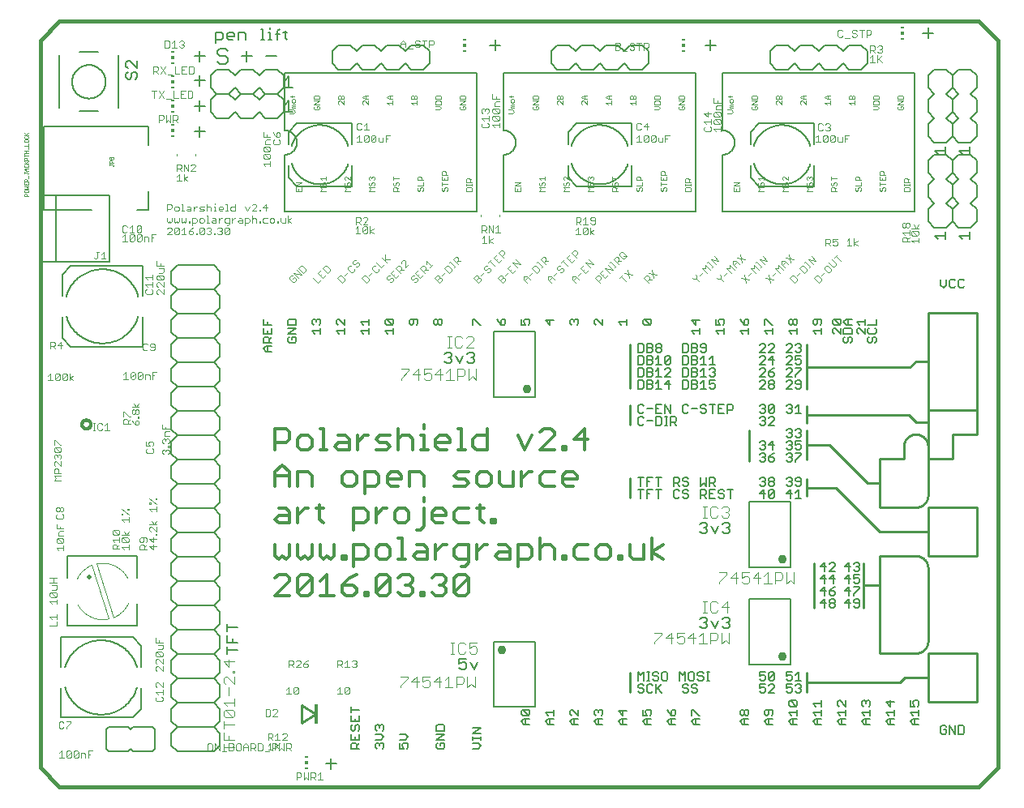
<source format=gto>
G75*
%MOIN*%
%OFA0B0*%
%FSLAX25Y25*%
%IPPOS*%
%LPD*%
%AMOC8*
5,1,8,0,0,1.08239X$1,22.5*
%
%ADD10C,0.01600*%
%ADD11C,0.00600*%
%ADD12C,0.00300*%
%ADD13C,0.00400*%
%ADD14C,0.01200*%
%ADD15C,0.00800*%
%ADD16C,0.00500*%
%ADD17C,0.01000*%
%ADD18R,0.01181X0.00591*%
%ADD19R,0.01181X0.01181*%
%ADD20C,0.00200*%
%ADD21C,0.01969*%
%ADD22C,0.03619*%
%ADD23R,0.01181X0.08268*%
%ADD24C,0.00100*%
D10*
X0016500Y0009674D02*
X0024374Y0001800D01*
X0402327Y0001800D01*
X0410201Y0009674D01*
X0410201Y0308887D01*
X0402327Y0316761D01*
X0024374Y0316761D01*
X0016500Y0308887D01*
X0016500Y0308800D02*
X0016500Y0009800D01*
D11*
X0043500Y0017300D02*
X0044500Y0016300D01*
X0052500Y0016300D01*
X0053500Y0017300D01*
X0054500Y0016300D01*
X0062500Y0016300D01*
X0063500Y0017300D01*
X0063500Y0025300D01*
X0062500Y0026300D01*
X0054500Y0026300D01*
X0053500Y0025300D01*
X0052500Y0026300D01*
X0044500Y0026300D01*
X0043500Y0025300D01*
X0043500Y0017300D01*
X0070358Y0018867D02*
X0070358Y0023867D01*
X0072858Y0026367D01*
X0087858Y0026367D01*
X0090358Y0023867D01*
X0090358Y0018867D01*
X0087858Y0016367D01*
X0072858Y0016367D01*
X0070358Y0018867D01*
X0072858Y0026367D02*
X0070358Y0028867D01*
X0070358Y0033867D01*
X0072858Y0036367D01*
X0087858Y0036367D01*
X0090358Y0033867D01*
X0090358Y0028867D01*
X0087858Y0026367D01*
X0087858Y0036367D02*
X0090358Y0038867D01*
X0090358Y0043867D01*
X0087858Y0046367D01*
X0072858Y0046367D01*
X0070358Y0048867D01*
X0070358Y0053867D01*
X0072858Y0056367D01*
X0087858Y0056367D01*
X0090358Y0053867D01*
X0090358Y0048867D01*
X0087858Y0046367D01*
X0087858Y0056367D02*
X0090358Y0058867D01*
X0090358Y0063867D01*
X0087858Y0066367D01*
X0072858Y0066367D01*
X0070358Y0068867D01*
X0070358Y0073867D01*
X0072858Y0076367D01*
X0087858Y0076367D01*
X0090358Y0073867D01*
X0090358Y0068867D01*
X0087858Y0066367D01*
X0087858Y0076367D02*
X0090358Y0078867D01*
X0090358Y0083867D01*
X0087858Y0086367D01*
X0072858Y0086367D01*
X0070358Y0088867D01*
X0070358Y0093867D01*
X0072858Y0096367D01*
X0087858Y0096367D01*
X0090358Y0093867D01*
X0090358Y0088867D01*
X0087858Y0086367D01*
X0087858Y0096367D02*
X0090358Y0098867D01*
X0090358Y0103867D01*
X0087858Y0106367D01*
X0072858Y0106367D01*
X0070358Y0108867D01*
X0070358Y0113867D01*
X0072858Y0116367D01*
X0087858Y0116367D01*
X0090358Y0113867D01*
X0090358Y0108867D01*
X0087858Y0106367D01*
X0087858Y0116367D02*
X0090358Y0118867D01*
X0090358Y0123867D01*
X0087858Y0126367D01*
X0072858Y0126367D01*
X0070358Y0128867D01*
X0070358Y0133867D01*
X0072858Y0136367D01*
X0087858Y0136367D01*
X0090358Y0133867D01*
X0090358Y0128867D01*
X0087858Y0126367D01*
X0087858Y0136367D02*
X0090358Y0138867D01*
X0090358Y0143867D01*
X0087858Y0146367D01*
X0072858Y0146367D01*
X0070358Y0148867D01*
X0070358Y0153867D01*
X0072858Y0156367D01*
X0087858Y0156367D01*
X0090358Y0153867D01*
X0090358Y0148867D01*
X0087858Y0146367D01*
X0087858Y0156367D02*
X0090358Y0158867D01*
X0090358Y0163867D01*
X0087858Y0166367D01*
X0072858Y0166367D01*
X0070358Y0163867D01*
X0070358Y0158867D01*
X0072858Y0156367D01*
X0072858Y0166367D02*
X0070358Y0168867D01*
X0070358Y0173867D01*
X0072858Y0176367D01*
X0087858Y0176367D01*
X0090358Y0173867D01*
X0090358Y0168867D01*
X0087858Y0166367D01*
X0087858Y0176367D02*
X0090358Y0178867D01*
X0090358Y0183867D01*
X0087858Y0186367D01*
X0072858Y0186367D01*
X0070358Y0183867D01*
X0070358Y0178867D01*
X0072858Y0176367D01*
X0072858Y0186367D02*
X0070358Y0188867D01*
X0070358Y0193867D01*
X0072858Y0196367D01*
X0087858Y0196367D01*
X0090358Y0193867D01*
X0090358Y0188867D01*
X0087858Y0186367D01*
X0087858Y0196367D02*
X0090358Y0198867D01*
X0090358Y0203867D01*
X0087858Y0206367D01*
X0072858Y0206367D01*
X0070358Y0203867D01*
X0070358Y0198867D01*
X0072858Y0196367D01*
X0072858Y0206367D02*
X0070358Y0208867D01*
X0070358Y0213867D01*
X0072858Y0216367D01*
X0087858Y0216367D01*
X0090358Y0213867D01*
X0090358Y0208867D01*
X0087858Y0206367D01*
X0117000Y0238300D02*
X0196000Y0238300D01*
X0196000Y0295300D01*
X0117000Y0295300D01*
X0117000Y0271800D01*
X0114000Y0276800D02*
X0109000Y0276800D01*
X0106500Y0279300D01*
X0104000Y0276800D01*
X0099000Y0276800D01*
X0096500Y0279300D01*
X0094000Y0276800D01*
X0089000Y0276800D01*
X0086500Y0279300D01*
X0086500Y0284300D01*
X0089000Y0286800D01*
X0086500Y0289300D01*
X0086500Y0294300D01*
X0089000Y0296800D01*
X0094000Y0296800D01*
X0096500Y0294300D01*
X0099000Y0296800D01*
X0104000Y0296800D01*
X0106500Y0294300D01*
X0109000Y0296800D01*
X0114000Y0296800D01*
X0116500Y0294300D01*
X0116500Y0289300D01*
X0114000Y0286800D01*
X0109000Y0286800D01*
X0106500Y0289300D01*
X0104000Y0286800D01*
X0099000Y0286800D01*
X0096500Y0289300D01*
X0094000Y0286800D01*
X0089000Y0286800D01*
X0094000Y0286800D01*
X0096500Y0284300D01*
X0099000Y0286800D01*
X0104000Y0286800D01*
X0106500Y0284300D01*
X0109000Y0286800D01*
X0114000Y0286800D01*
X0116500Y0284300D01*
X0116500Y0279300D01*
X0114000Y0276800D01*
X0117000Y0271800D02*
X0117140Y0271798D01*
X0117280Y0271792D01*
X0117420Y0271782D01*
X0117560Y0271769D01*
X0117699Y0271751D01*
X0117838Y0271729D01*
X0117975Y0271704D01*
X0118113Y0271675D01*
X0118249Y0271642D01*
X0118384Y0271605D01*
X0118518Y0271564D01*
X0118651Y0271519D01*
X0118783Y0271471D01*
X0118913Y0271419D01*
X0119042Y0271364D01*
X0119169Y0271305D01*
X0119295Y0271242D01*
X0119419Y0271176D01*
X0119540Y0271107D01*
X0119660Y0271034D01*
X0119778Y0270957D01*
X0119893Y0270878D01*
X0120007Y0270795D01*
X0120117Y0270709D01*
X0120226Y0270620D01*
X0120332Y0270528D01*
X0120435Y0270433D01*
X0120536Y0270336D01*
X0120633Y0270235D01*
X0120728Y0270132D01*
X0120820Y0270026D01*
X0120909Y0269917D01*
X0120995Y0269807D01*
X0121078Y0269693D01*
X0121157Y0269578D01*
X0121234Y0269460D01*
X0121307Y0269340D01*
X0121376Y0269219D01*
X0121442Y0269095D01*
X0121505Y0268969D01*
X0121564Y0268842D01*
X0121619Y0268713D01*
X0121671Y0268583D01*
X0121719Y0268451D01*
X0121764Y0268318D01*
X0121805Y0268184D01*
X0121842Y0268049D01*
X0121875Y0267913D01*
X0121904Y0267775D01*
X0121929Y0267638D01*
X0121951Y0267499D01*
X0121969Y0267360D01*
X0121982Y0267220D01*
X0121992Y0267080D01*
X0121998Y0266940D01*
X0122000Y0266800D01*
X0121998Y0266660D01*
X0121992Y0266520D01*
X0121982Y0266380D01*
X0121969Y0266240D01*
X0121951Y0266101D01*
X0121929Y0265962D01*
X0121904Y0265825D01*
X0121875Y0265687D01*
X0121842Y0265551D01*
X0121805Y0265416D01*
X0121764Y0265282D01*
X0121719Y0265149D01*
X0121671Y0265017D01*
X0121619Y0264887D01*
X0121564Y0264758D01*
X0121505Y0264631D01*
X0121442Y0264505D01*
X0121376Y0264381D01*
X0121307Y0264260D01*
X0121234Y0264140D01*
X0121157Y0264022D01*
X0121078Y0263907D01*
X0120995Y0263793D01*
X0120909Y0263683D01*
X0120820Y0263574D01*
X0120728Y0263468D01*
X0120633Y0263365D01*
X0120536Y0263264D01*
X0120435Y0263167D01*
X0120332Y0263072D01*
X0120226Y0262980D01*
X0120117Y0262891D01*
X0120007Y0262805D01*
X0119893Y0262722D01*
X0119778Y0262643D01*
X0119660Y0262566D01*
X0119540Y0262493D01*
X0119419Y0262424D01*
X0119295Y0262358D01*
X0119169Y0262295D01*
X0119042Y0262236D01*
X0118913Y0262181D01*
X0118783Y0262129D01*
X0118651Y0262081D01*
X0118518Y0262036D01*
X0118384Y0261995D01*
X0118249Y0261958D01*
X0118113Y0261925D01*
X0117975Y0261896D01*
X0117838Y0261871D01*
X0117699Y0261849D01*
X0117560Y0261831D01*
X0117420Y0261818D01*
X0117280Y0261808D01*
X0117140Y0261802D01*
X0117000Y0261800D01*
X0117000Y0238300D01*
X0084200Y0271303D02*
X0079930Y0271303D01*
X0082065Y0273438D02*
X0082065Y0269168D01*
X0082065Y0279668D02*
X0082065Y0283938D01*
X0084200Y0281803D02*
X0079930Y0281803D01*
X0082065Y0290168D02*
X0082065Y0294438D01*
X0084200Y0292303D02*
X0079930Y0292303D01*
X0082065Y0300168D02*
X0082065Y0304438D01*
X0084200Y0302303D02*
X0079930Y0302303D01*
X0088800Y0307632D02*
X0088800Y0312036D01*
X0091002Y0312036D01*
X0091736Y0311302D01*
X0091736Y0309834D01*
X0091002Y0309100D01*
X0088800Y0309100D01*
X0093404Y0309834D02*
X0093404Y0311302D01*
X0094138Y0312036D01*
X0095606Y0312036D01*
X0096340Y0311302D01*
X0096340Y0310568D01*
X0093404Y0310568D01*
X0093404Y0309834D02*
X0094138Y0309100D01*
X0095606Y0309100D01*
X0098008Y0309100D02*
X0098008Y0312036D01*
X0100210Y0312036D01*
X0100944Y0311302D01*
X0100944Y0309100D01*
X0107216Y0309100D02*
X0108684Y0309100D01*
X0107950Y0309100D02*
X0107950Y0313504D01*
X0107216Y0313504D01*
X0110285Y0312036D02*
X0111019Y0312036D01*
X0111019Y0309100D01*
X0110285Y0309100D02*
X0111753Y0309100D01*
X0114088Y0309100D02*
X0114088Y0312770D01*
X0114822Y0313504D01*
X0116424Y0312036D02*
X0117891Y0312036D01*
X0117157Y0312770D02*
X0117157Y0309834D01*
X0117891Y0309100D01*
X0114822Y0311302D02*
X0113354Y0311302D01*
X0111019Y0313504D02*
X0111019Y0314238D01*
X0201430Y0306803D02*
X0205700Y0306803D01*
X0203565Y0308938D02*
X0203565Y0304668D01*
X0207000Y0295300D02*
X0286000Y0295300D01*
X0286000Y0238300D01*
X0207000Y0238300D01*
X0207000Y0261800D01*
X0207140Y0261802D01*
X0207280Y0261808D01*
X0207420Y0261818D01*
X0207560Y0261831D01*
X0207699Y0261849D01*
X0207838Y0261871D01*
X0207975Y0261896D01*
X0208113Y0261925D01*
X0208249Y0261958D01*
X0208384Y0261995D01*
X0208518Y0262036D01*
X0208651Y0262081D01*
X0208783Y0262129D01*
X0208913Y0262181D01*
X0209042Y0262236D01*
X0209169Y0262295D01*
X0209295Y0262358D01*
X0209419Y0262424D01*
X0209540Y0262493D01*
X0209660Y0262566D01*
X0209778Y0262643D01*
X0209893Y0262722D01*
X0210007Y0262805D01*
X0210117Y0262891D01*
X0210226Y0262980D01*
X0210332Y0263072D01*
X0210435Y0263167D01*
X0210536Y0263264D01*
X0210633Y0263365D01*
X0210728Y0263468D01*
X0210820Y0263574D01*
X0210909Y0263683D01*
X0210995Y0263793D01*
X0211078Y0263907D01*
X0211157Y0264022D01*
X0211234Y0264140D01*
X0211307Y0264260D01*
X0211376Y0264381D01*
X0211442Y0264505D01*
X0211505Y0264631D01*
X0211564Y0264758D01*
X0211619Y0264887D01*
X0211671Y0265017D01*
X0211719Y0265149D01*
X0211764Y0265282D01*
X0211805Y0265416D01*
X0211842Y0265551D01*
X0211875Y0265687D01*
X0211904Y0265825D01*
X0211929Y0265962D01*
X0211951Y0266101D01*
X0211969Y0266240D01*
X0211982Y0266380D01*
X0211992Y0266520D01*
X0211998Y0266660D01*
X0212000Y0266800D01*
X0211998Y0266940D01*
X0211992Y0267080D01*
X0211982Y0267220D01*
X0211969Y0267360D01*
X0211951Y0267499D01*
X0211929Y0267638D01*
X0211904Y0267775D01*
X0211875Y0267913D01*
X0211842Y0268049D01*
X0211805Y0268184D01*
X0211764Y0268318D01*
X0211719Y0268451D01*
X0211671Y0268583D01*
X0211619Y0268713D01*
X0211564Y0268842D01*
X0211505Y0268969D01*
X0211442Y0269095D01*
X0211376Y0269219D01*
X0211307Y0269340D01*
X0211234Y0269460D01*
X0211157Y0269578D01*
X0211078Y0269693D01*
X0210995Y0269807D01*
X0210909Y0269917D01*
X0210820Y0270026D01*
X0210728Y0270132D01*
X0210633Y0270235D01*
X0210536Y0270336D01*
X0210435Y0270433D01*
X0210332Y0270528D01*
X0210226Y0270620D01*
X0210117Y0270709D01*
X0210007Y0270795D01*
X0209893Y0270878D01*
X0209778Y0270957D01*
X0209660Y0271034D01*
X0209540Y0271107D01*
X0209419Y0271176D01*
X0209295Y0271242D01*
X0209169Y0271305D01*
X0209042Y0271364D01*
X0208913Y0271419D01*
X0208783Y0271471D01*
X0208651Y0271519D01*
X0208518Y0271564D01*
X0208384Y0271605D01*
X0208249Y0271642D01*
X0208113Y0271675D01*
X0207975Y0271704D01*
X0207838Y0271729D01*
X0207699Y0271751D01*
X0207560Y0271769D01*
X0207420Y0271782D01*
X0207280Y0271792D01*
X0207140Y0271798D01*
X0207000Y0271800D01*
X0207000Y0295300D01*
X0289930Y0306803D02*
X0294200Y0306803D01*
X0292065Y0308938D02*
X0292065Y0304668D01*
X0297000Y0295300D02*
X0376000Y0295300D01*
X0376000Y0238300D01*
X0297000Y0238300D01*
X0297000Y0261800D01*
X0297140Y0261802D01*
X0297280Y0261808D01*
X0297420Y0261818D01*
X0297560Y0261831D01*
X0297699Y0261849D01*
X0297838Y0261871D01*
X0297975Y0261896D01*
X0298113Y0261925D01*
X0298249Y0261958D01*
X0298384Y0261995D01*
X0298518Y0262036D01*
X0298651Y0262081D01*
X0298783Y0262129D01*
X0298913Y0262181D01*
X0299042Y0262236D01*
X0299169Y0262295D01*
X0299295Y0262358D01*
X0299419Y0262424D01*
X0299540Y0262493D01*
X0299660Y0262566D01*
X0299778Y0262643D01*
X0299893Y0262722D01*
X0300007Y0262805D01*
X0300117Y0262891D01*
X0300226Y0262980D01*
X0300332Y0263072D01*
X0300435Y0263167D01*
X0300536Y0263264D01*
X0300633Y0263365D01*
X0300728Y0263468D01*
X0300820Y0263574D01*
X0300909Y0263683D01*
X0300995Y0263793D01*
X0301078Y0263907D01*
X0301157Y0264022D01*
X0301234Y0264140D01*
X0301307Y0264260D01*
X0301376Y0264381D01*
X0301442Y0264505D01*
X0301505Y0264631D01*
X0301564Y0264758D01*
X0301619Y0264887D01*
X0301671Y0265017D01*
X0301719Y0265149D01*
X0301764Y0265282D01*
X0301805Y0265416D01*
X0301842Y0265551D01*
X0301875Y0265687D01*
X0301904Y0265825D01*
X0301929Y0265962D01*
X0301951Y0266101D01*
X0301969Y0266240D01*
X0301982Y0266380D01*
X0301992Y0266520D01*
X0301998Y0266660D01*
X0302000Y0266800D01*
X0301998Y0266940D01*
X0301992Y0267080D01*
X0301982Y0267220D01*
X0301969Y0267360D01*
X0301951Y0267499D01*
X0301929Y0267638D01*
X0301904Y0267775D01*
X0301875Y0267913D01*
X0301842Y0268049D01*
X0301805Y0268184D01*
X0301764Y0268318D01*
X0301719Y0268451D01*
X0301671Y0268583D01*
X0301619Y0268713D01*
X0301564Y0268842D01*
X0301505Y0268969D01*
X0301442Y0269095D01*
X0301376Y0269219D01*
X0301307Y0269340D01*
X0301234Y0269460D01*
X0301157Y0269578D01*
X0301078Y0269693D01*
X0300995Y0269807D01*
X0300909Y0269917D01*
X0300820Y0270026D01*
X0300728Y0270132D01*
X0300633Y0270235D01*
X0300536Y0270336D01*
X0300435Y0270433D01*
X0300332Y0270528D01*
X0300226Y0270620D01*
X0300117Y0270709D01*
X0300007Y0270795D01*
X0299893Y0270878D01*
X0299778Y0270957D01*
X0299660Y0271034D01*
X0299540Y0271107D01*
X0299419Y0271176D01*
X0299295Y0271242D01*
X0299169Y0271305D01*
X0299042Y0271364D01*
X0298913Y0271419D01*
X0298783Y0271471D01*
X0298651Y0271519D01*
X0298518Y0271564D01*
X0298384Y0271605D01*
X0298249Y0271642D01*
X0298113Y0271675D01*
X0297975Y0271704D01*
X0297838Y0271729D01*
X0297699Y0271751D01*
X0297560Y0271769D01*
X0297420Y0271782D01*
X0297280Y0271792D01*
X0297140Y0271798D01*
X0297000Y0271800D01*
X0297000Y0295300D01*
X0379430Y0311803D02*
X0383700Y0311803D01*
X0381565Y0313938D02*
X0381565Y0309668D01*
X0384000Y0296800D02*
X0389000Y0296800D01*
X0391500Y0294300D01*
X0391500Y0289300D01*
X0389000Y0286800D01*
X0391500Y0284300D01*
X0391500Y0279300D01*
X0389000Y0276800D01*
X0391500Y0274300D01*
X0391500Y0269300D01*
X0389000Y0266800D01*
X0384000Y0266800D01*
X0381500Y0269300D01*
X0381500Y0274300D01*
X0384000Y0276800D01*
X0381500Y0279300D01*
X0381500Y0284300D01*
X0384000Y0286800D01*
X0381500Y0289300D01*
X0381500Y0294300D01*
X0384000Y0296800D01*
X0391500Y0294300D02*
X0391500Y0289300D01*
X0394000Y0286800D01*
X0391500Y0284300D01*
X0391500Y0279300D01*
X0394000Y0276800D01*
X0391500Y0274300D01*
X0391500Y0269300D01*
X0394000Y0266800D01*
X0399000Y0266800D01*
X0401500Y0269300D01*
X0401500Y0274300D01*
X0399000Y0276800D01*
X0401500Y0279300D01*
X0401500Y0284300D01*
X0399000Y0286800D01*
X0401500Y0289300D01*
X0401500Y0294300D01*
X0399000Y0296800D01*
X0394000Y0296800D01*
X0391500Y0294300D01*
X0389000Y0261800D02*
X0384000Y0261800D01*
X0381500Y0259300D01*
X0381500Y0254300D01*
X0384000Y0251800D01*
X0381500Y0249300D01*
X0381500Y0244300D01*
X0384000Y0241800D01*
X0381500Y0239300D01*
X0381500Y0234300D01*
X0384000Y0231800D01*
X0389000Y0231800D01*
X0391500Y0234300D01*
X0391500Y0239300D01*
X0389000Y0241800D01*
X0391500Y0244300D01*
X0391500Y0249300D01*
X0389000Y0251800D01*
X0391500Y0254300D01*
X0391500Y0259300D01*
X0389000Y0261800D01*
X0391500Y0259300D02*
X0394000Y0261800D01*
X0399000Y0261800D01*
X0401500Y0259300D01*
X0401500Y0254300D01*
X0399000Y0251800D01*
X0401500Y0249300D01*
X0401500Y0244300D01*
X0399000Y0241800D01*
X0401500Y0239300D01*
X0401500Y0234300D01*
X0399000Y0231800D01*
X0394000Y0231800D01*
X0391500Y0234300D01*
X0391500Y0239300D01*
X0394000Y0241800D01*
X0391500Y0244300D01*
X0391500Y0249300D01*
X0394000Y0251800D01*
X0391500Y0254300D01*
X0391500Y0259300D01*
X0299210Y0110504D02*
X0299944Y0109770D01*
X0299944Y0109036D01*
X0299210Y0108302D01*
X0299944Y0107568D01*
X0299944Y0106834D01*
X0299210Y0106100D01*
X0297742Y0106100D01*
X0297008Y0106834D01*
X0298476Y0108302D02*
X0299210Y0108302D01*
X0299210Y0110504D02*
X0297742Y0110504D01*
X0297008Y0109770D01*
X0295340Y0109036D02*
X0293872Y0106100D01*
X0292404Y0109036D01*
X0290736Y0109036D02*
X0290002Y0108302D01*
X0290736Y0107568D01*
X0290736Y0106834D01*
X0290002Y0106100D01*
X0288534Y0106100D01*
X0287800Y0106834D01*
X0289268Y0108302D02*
X0290002Y0108302D01*
X0290736Y0109036D02*
X0290736Y0109770D01*
X0290002Y0110504D01*
X0288534Y0110504D01*
X0287800Y0109770D01*
X0288534Y0071504D02*
X0287800Y0070770D01*
X0288534Y0071504D02*
X0290002Y0071504D01*
X0290736Y0070770D01*
X0290736Y0070036D01*
X0290002Y0069302D01*
X0290736Y0068568D01*
X0290736Y0067834D01*
X0290002Y0067100D01*
X0288534Y0067100D01*
X0287800Y0067834D01*
X0289268Y0069302D02*
X0290002Y0069302D01*
X0292404Y0070036D02*
X0293872Y0067100D01*
X0295340Y0070036D01*
X0297008Y0070770D02*
X0297742Y0071504D01*
X0299210Y0071504D01*
X0299944Y0070770D01*
X0299944Y0070036D01*
X0299210Y0069302D01*
X0299944Y0068568D01*
X0299944Y0067834D01*
X0299210Y0067100D01*
X0297742Y0067100D01*
X0297008Y0067834D01*
X0298476Y0069302D02*
X0299210Y0069302D01*
X0196340Y0053036D02*
X0194872Y0050100D01*
X0193404Y0053036D01*
X0191736Y0052302D02*
X0191736Y0050834D01*
X0191002Y0050100D01*
X0189534Y0050100D01*
X0188800Y0050834D01*
X0188800Y0052302D02*
X0190268Y0053036D01*
X0191002Y0053036D01*
X0191736Y0052302D01*
X0191736Y0054504D02*
X0188800Y0054504D01*
X0188800Y0052302D01*
X0138200Y0011303D02*
X0133930Y0011303D01*
X0136065Y0013438D02*
X0136065Y0009168D01*
X0072858Y0036367D02*
X0070358Y0038867D01*
X0070358Y0043867D01*
X0072858Y0046367D01*
X0072858Y0056367D02*
X0070358Y0058867D01*
X0070358Y0063867D01*
X0072858Y0066367D01*
X0072858Y0076367D02*
X0070358Y0078867D01*
X0070358Y0083867D01*
X0072858Y0086367D01*
X0072858Y0096367D02*
X0070358Y0098867D01*
X0070358Y0103867D01*
X0072858Y0106367D01*
X0072858Y0116367D02*
X0070358Y0118867D01*
X0070358Y0123867D01*
X0072858Y0126367D01*
X0072858Y0136367D02*
X0070358Y0138867D01*
X0070358Y0143867D01*
X0072858Y0146367D01*
X0182800Y0176834D02*
X0183534Y0176100D01*
X0185002Y0176100D01*
X0185736Y0176834D01*
X0185736Y0177568D01*
X0185002Y0178302D01*
X0184268Y0178302D01*
X0185002Y0178302D02*
X0185736Y0179036D01*
X0185736Y0179770D01*
X0185002Y0180504D01*
X0183534Y0180504D01*
X0182800Y0179770D01*
X0187404Y0179036D02*
X0188872Y0176100D01*
X0190340Y0179036D01*
X0192008Y0179770D02*
X0192742Y0180504D01*
X0194210Y0180504D01*
X0194944Y0179770D01*
X0194944Y0179036D01*
X0194210Y0178302D01*
X0194944Y0177568D01*
X0194944Y0176834D01*
X0194210Y0176100D01*
X0192742Y0176100D01*
X0192008Y0176834D01*
X0193476Y0178302D02*
X0194210Y0178302D01*
D12*
X0198150Y0225450D02*
X0200085Y0225450D01*
X0199117Y0225450D02*
X0199117Y0228352D01*
X0198150Y0227385D01*
X0197900Y0229700D02*
X0197900Y0232602D01*
X0199351Y0232602D01*
X0199835Y0232119D01*
X0199835Y0231151D01*
X0199351Y0230667D01*
X0197900Y0230667D01*
X0198867Y0230667D02*
X0199835Y0229700D01*
X0200847Y0229700D02*
X0200847Y0232602D01*
X0202781Y0229700D01*
X0202781Y0232602D01*
X0203793Y0231635D02*
X0204761Y0232602D01*
X0204761Y0229700D01*
X0205728Y0229700D02*
X0203793Y0229700D01*
X0202548Y0227385D02*
X0201097Y0226417D01*
X0202548Y0225450D01*
X0201097Y0225450D02*
X0201097Y0228352D01*
X0236650Y0228950D02*
X0238585Y0228950D01*
X0237617Y0228950D02*
X0237617Y0231852D01*
X0236650Y0230885D01*
X0236810Y0233250D02*
X0236810Y0236152D01*
X0238262Y0236152D01*
X0238745Y0235669D01*
X0238745Y0234701D01*
X0238262Y0234217D01*
X0236810Y0234217D01*
X0237778Y0234217D02*
X0238745Y0233250D01*
X0239757Y0233250D02*
X0241692Y0233250D01*
X0240724Y0233250D02*
X0240724Y0236152D01*
X0239757Y0235185D01*
X0242703Y0235185D02*
X0242703Y0235669D01*
X0243187Y0236152D01*
X0244155Y0236152D01*
X0244638Y0235669D01*
X0244638Y0233734D01*
X0244155Y0233250D01*
X0243187Y0233250D01*
X0242703Y0233734D01*
X0243187Y0234701D02*
X0244638Y0234701D01*
X0243187Y0234701D02*
X0242703Y0235185D01*
X0242543Y0231852D02*
X0242543Y0228950D01*
X0242543Y0229917D02*
X0243994Y0228950D01*
X0242543Y0229917D02*
X0243994Y0230885D01*
X0241531Y0231369D02*
X0239597Y0229434D01*
X0240080Y0228950D01*
X0241048Y0228950D01*
X0241531Y0229434D01*
X0241531Y0231369D01*
X0241048Y0231852D01*
X0240080Y0231852D01*
X0239597Y0231369D01*
X0239597Y0229434D01*
X0261650Y0266950D02*
X0263585Y0266950D01*
X0262617Y0266950D02*
X0262617Y0269852D01*
X0261650Y0268885D01*
X0264597Y0269369D02*
X0264597Y0267434D01*
X0266531Y0269369D01*
X0266531Y0267434D01*
X0266048Y0266950D01*
X0265080Y0266950D01*
X0264597Y0267434D01*
X0264597Y0269369D02*
X0265080Y0269852D01*
X0266048Y0269852D01*
X0266531Y0269369D01*
X0267543Y0269369D02*
X0267543Y0267434D01*
X0269478Y0269369D01*
X0269478Y0267434D01*
X0268994Y0266950D01*
X0268027Y0266950D01*
X0267543Y0267434D01*
X0267543Y0269369D02*
X0268027Y0269852D01*
X0268994Y0269852D01*
X0269478Y0269369D01*
X0270490Y0268885D02*
X0270490Y0267434D01*
X0270973Y0266950D01*
X0272425Y0266950D01*
X0272425Y0268885D01*
X0273436Y0268401D02*
X0274404Y0268401D01*
X0275371Y0269852D02*
X0273436Y0269852D01*
X0273436Y0266950D01*
X0266048Y0271950D02*
X0266048Y0274852D01*
X0264597Y0273401D01*
X0266531Y0273401D01*
X0263585Y0272434D02*
X0263101Y0271950D01*
X0262134Y0271950D01*
X0261650Y0272434D01*
X0261650Y0274369D01*
X0262134Y0274852D01*
X0263101Y0274852D01*
X0263585Y0274369D01*
X0289448Y0275364D02*
X0290415Y0274397D01*
X0289931Y0273385D02*
X0289448Y0272901D01*
X0289448Y0271934D01*
X0289931Y0271450D01*
X0291866Y0271450D01*
X0292350Y0271934D01*
X0292350Y0272901D01*
X0291866Y0273385D01*
X0292350Y0274397D02*
X0292350Y0276331D01*
X0292350Y0275364D02*
X0289448Y0275364D01*
X0290899Y0277343D02*
X0290899Y0279278D01*
X0292350Y0278794D02*
X0289448Y0278794D01*
X0290899Y0277343D01*
X0293448Y0277827D02*
X0293448Y0278794D01*
X0293931Y0279278D01*
X0295866Y0277343D01*
X0296350Y0277827D01*
X0296350Y0278794D01*
X0295866Y0279278D01*
X0293931Y0279278D01*
X0294415Y0280290D02*
X0294415Y0281741D01*
X0294899Y0282225D01*
X0296350Y0282225D01*
X0296350Y0283236D02*
X0293448Y0283236D01*
X0293448Y0285171D01*
X0294899Y0284204D02*
X0294899Y0283236D01*
X0294415Y0280290D02*
X0296350Y0280290D01*
X0295866Y0277343D02*
X0293931Y0277343D01*
X0293448Y0277827D01*
X0293931Y0276331D02*
X0295866Y0274397D01*
X0296350Y0274880D01*
X0296350Y0275848D01*
X0295866Y0276331D01*
X0293931Y0276331D01*
X0293448Y0275848D01*
X0293448Y0274880D01*
X0293931Y0274397D01*
X0295866Y0274397D01*
X0296350Y0273385D02*
X0296350Y0271450D01*
X0296350Y0272417D02*
X0293448Y0272417D01*
X0294415Y0271450D01*
X0335402Y0268917D02*
X0336369Y0269885D01*
X0336369Y0266982D01*
X0335402Y0266982D02*
X0337337Y0266982D01*
X0338348Y0267466D02*
X0340283Y0269401D01*
X0340283Y0267466D01*
X0339799Y0266982D01*
X0338832Y0266982D01*
X0338348Y0267466D01*
X0338348Y0269401D01*
X0338832Y0269885D01*
X0339799Y0269885D01*
X0340283Y0269401D01*
X0341295Y0269401D02*
X0341778Y0269885D01*
X0342746Y0269885D01*
X0343230Y0269401D01*
X0341295Y0267466D01*
X0341778Y0266982D01*
X0342746Y0266982D01*
X0343230Y0267466D01*
X0343230Y0269401D01*
X0344241Y0268917D02*
X0344241Y0267466D01*
X0344725Y0266982D01*
X0346176Y0266982D01*
X0346176Y0268917D01*
X0347188Y0268434D02*
X0348155Y0268434D01*
X0347188Y0269885D02*
X0349123Y0269885D01*
X0347188Y0269885D02*
X0347188Y0266982D01*
X0341295Y0267466D02*
X0341295Y0269401D01*
X0340701Y0271741D02*
X0339734Y0271741D01*
X0339250Y0272225D01*
X0338239Y0272225D02*
X0337755Y0271741D01*
X0336787Y0271741D01*
X0336304Y0272225D01*
X0336304Y0274160D01*
X0336787Y0274644D01*
X0337755Y0274644D01*
X0338239Y0274160D01*
X0339250Y0274160D02*
X0339734Y0274644D01*
X0340701Y0274644D01*
X0341185Y0274160D01*
X0341185Y0273676D01*
X0340701Y0273193D01*
X0341185Y0272709D01*
X0341185Y0272225D01*
X0340701Y0271741D01*
X0340701Y0273193D02*
X0340218Y0273193D01*
X0357757Y0299750D02*
X0359692Y0299750D01*
X0358724Y0299750D02*
X0358724Y0302652D01*
X0357757Y0301685D01*
X0357757Y0303750D02*
X0357757Y0306652D01*
X0359208Y0306652D01*
X0359692Y0306169D01*
X0359692Y0305201D01*
X0359208Y0304717D01*
X0357757Y0304717D01*
X0358724Y0304717D02*
X0359692Y0303750D01*
X0360703Y0304234D02*
X0361187Y0303750D01*
X0362155Y0303750D01*
X0362638Y0304234D01*
X0362638Y0304717D01*
X0362155Y0305201D01*
X0361671Y0305201D01*
X0362155Y0305201D02*
X0362638Y0305685D01*
X0362638Y0306169D01*
X0362155Y0306652D01*
X0361187Y0306652D01*
X0360703Y0306169D01*
X0360703Y0302652D02*
X0360703Y0299750D01*
X0360703Y0300717D02*
X0362638Y0302652D01*
X0361187Y0301201D02*
X0362638Y0299750D01*
X0356203Y0310250D02*
X0356203Y0313152D01*
X0357655Y0313152D01*
X0358138Y0312669D01*
X0358138Y0311701D01*
X0357655Y0311217D01*
X0356203Y0311217D01*
X0355192Y0313152D02*
X0353257Y0313152D01*
X0354224Y0313152D02*
X0354224Y0310250D01*
X0352245Y0310734D02*
X0351762Y0310250D01*
X0350794Y0310250D01*
X0350310Y0310734D01*
X0350794Y0311701D02*
X0351762Y0311701D01*
X0352245Y0311217D01*
X0352245Y0310734D01*
X0350794Y0311701D02*
X0350310Y0312185D01*
X0350310Y0312669D01*
X0350794Y0313152D01*
X0351762Y0313152D01*
X0352245Y0312669D01*
X0349299Y0309766D02*
X0347364Y0309766D01*
X0346352Y0310734D02*
X0345869Y0310250D01*
X0344901Y0310250D01*
X0344417Y0310734D01*
X0344417Y0312669D01*
X0344901Y0313152D01*
X0345869Y0313152D01*
X0346352Y0312669D01*
X0266638Y0307295D02*
X0266638Y0306327D01*
X0266155Y0305843D01*
X0264703Y0305843D01*
X0264703Y0304876D02*
X0264703Y0307778D01*
X0266155Y0307778D01*
X0266638Y0307295D01*
X0263692Y0307778D02*
X0261757Y0307778D01*
X0262724Y0307778D02*
X0262724Y0304876D01*
X0260745Y0305360D02*
X0260262Y0304876D01*
X0259294Y0304876D01*
X0258810Y0305360D01*
X0259294Y0306327D02*
X0258810Y0306811D01*
X0258810Y0307295D01*
X0259294Y0307778D01*
X0260262Y0307778D01*
X0260745Y0307295D01*
X0260262Y0306327D02*
X0260745Y0305843D01*
X0260745Y0305360D01*
X0260262Y0306327D02*
X0259294Y0306327D01*
X0257799Y0304392D02*
X0255864Y0304392D01*
X0254852Y0305360D02*
X0254369Y0304876D01*
X0252917Y0304876D01*
X0252917Y0307778D01*
X0254369Y0307778D01*
X0254852Y0307295D01*
X0254852Y0306811D01*
X0254369Y0306327D01*
X0252917Y0306327D01*
X0254369Y0306327D02*
X0254852Y0305843D01*
X0254852Y0305360D01*
X0205350Y0284736D02*
X0202448Y0284736D01*
X0202448Y0286671D01*
X0203899Y0285704D02*
X0203899Y0284736D01*
X0203899Y0283725D02*
X0205350Y0283725D01*
X0203899Y0283725D02*
X0203415Y0283241D01*
X0203415Y0281790D01*
X0205350Y0281790D01*
X0204866Y0280778D02*
X0202931Y0280778D01*
X0204866Y0278843D01*
X0205350Y0279327D01*
X0205350Y0280294D01*
X0204866Y0280778D01*
X0202931Y0280778D02*
X0202448Y0280294D01*
X0202448Y0279327D01*
X0202931Y0278843D01*
X0204866Y0278843D01*
X0204866Y0277831D02*
X0202931Y0277831D01*
X0204866Y0275897D01*
X0205350Y0276380D01*
X0205350Y0277348D01*
X0204866Y0277831D01*
X0204866Y0275897D02*
X0202931Y0275897D01*
X0202448Y0276380D01*
X0202448Y0277348D01*
X0202931Y0277831D01*
X0200850Y0277831D02*
X0200850Y0275897D01*
X0200850Y0276864D02*
X0197948Y0276864D01*
X0198915Y0275897D01*
X0198431Y0274885D02*
X0197948Y0274401D01*
X0197948Y0273434D01*
X0198431Y0272950D01*
X0200366Y0272950D01*
X0200850Y0273434D01*
X0200850Y0274401D01*
X0200366Y0274885D01*
X0202448Y0273917D02*
X0205350Y0273917D01*
X0205350Y0272950D02*
X0205350Y0274885D01*
X0203415Y0272950D02*
X0202448Y0273917D01*
X0200366Y0278843D02*
X0200850Y0279327D01*
X0200850Y0280294D01*
X0200366Y0280778D01*
X0199883Y0280778D01*
X0199399Y0280294D01*
X0199399Y0279811D01*
X0199399Y0280294D02*
X0198915Y0280778D01*
X0198431Y0280778D01*
X0197948Y0280294D01*
X0197948Y0279327D01*
X0198431Y0278843D01*
X0177887Y0306917D02*
X0176436Y0306917D01*
X0176436Y0305950D02*
X0176436Y0308852D01*
X0177887Y0308852D01*
X0178371Y0308369D01*
X0178371Y0307401D01*
X0177887Y0306917D01*
X0175425Y0308852D02*
X0173490Y0308852D01*
X0174457Y0308852D02*
X0174457Y0305950D01*
X0172478Y0306434D02*
X0171994Y0305950D01*
X0171027Y0305950D01*
X0170543Y0306434D01*
X0171027Y0307401D02*
X0171994Y0307401D01*
X0172478Y0306917D01*
X0172478Y0306434D01*
X0171027Y0307401D02*
X0170543Y0307885D01*
X0170543Y0308369D01*
X0171027Y0308852D01*
X0171994Y0308852D01*
X0172478Y0308369D01*
X0169531Y0305466D02*
X0167597Y0305466D01*
X0166585Y0305950D02*
X0166585Y0307885D01*
X0165617Y0308852D01*
X0164650Y0307885D01*
X0164650Y0305950D01*
X0164650Y0307401D02*
X0166585Y0307401D01*
X0115050Y0270455D02*
X0114566Y0270938D01*
X0114083Y0270938D01*
X0113599Y0270455D01*
X0113599Y0269003D01*
X0114566Y0269003D01*
X0115050Y0269487D01*
X0115050Y0270455D01*
X0113599Y0269003D02*
X0112631Y0269971D01*
X0112148Y0270938D01*
X0111050Y0269003D02*
X0108148Y0269003D01*
X0108148Y0270938D01*
X0109599Y0269971D02*
X0109599Y0269003D01*
X0109599Y0267992D02*
X0111050Y0267992D01*
X0112148Y0267508D02*
X0112148Y0266541D01*
X0112631Y0266057D01*
X0114566Y0266057D01*
X0115050Y0266541D01*
X0115050Y0267508D01*
X0114566Y0267992D01*
X0112631Y0267992D02*
X0112148Y0267508D01*
X0111050Y0266057D02*
X0109115Y0266057D01*
X0109115Y0267508D01*
X0109599Y0267992D01*
X0110566Y0265045D02*
X0111050Y0264562D01*
X0111050Y0263594D01*
X0110566Y0263110D01*
X0108631Y0265045D01*
X0110566Y0265045D01*
X0110566Y0263110D02*
X0108631Y0263110D01*
X0108148Y0263594D01*
X0108148Y0264562D01*
X0108631Y0265045D01*
X0108631Y0262099D02*
X0110566Y0260164D01*
X0111050Y0260648D01*
X0111050Y0261615D01*
X0110566Y0262099D01*
X0108631Y0262099D01*
X0108148Y0261615D01*
X0108148Y0260648D01*
X0108631Y0260164D01*
X0110566Y0260164D01*
X0111050Y0259152D02*
X0111050Y0257217D01*
X0111050Y0258185D02*
X0108148Y0258185D01*
X0109115Y0257217D01*
X0080388Y0257419D02*
X0079905Y0257902D01*
X0078937Y0257902D01*
X0078453Y0257419D01*
X0077442Y0257902D02*
X0077442Y0255000D01*
X0075507Y0257902D01*
X0075507Y0255000D01*
X0074495Y0255000D02*
X0073528Y0255967D01*
X0074012Y0255967D02*
X0072560Y0255967D01*
X0072560Y0255000D02*
X0072560Y0257902D01*
X0074012Y0257902D01*
X0074495Y0257419D01*
X0074495Y0256451D01*
X0074012Y0255967D01*
X0073617Y0253852D02*
X0073617Y0250950D01*
X0072650Y0250950D02*
X0074585Y0250950D01*
X0075597Y0250950D02*
X0075597Y0253852D01*
X0077048Y0252885D02*
X0075597Y0251917D01*
X0077048Y0250950D01*
X0078453Y0255000D02*
X0080388Y0256935D01*
X0080388Y0257419D01*
X0080388Y0255000D02*
X0078453Y0255000D01*
X0073617Y0253852D02*
X0072650Y0252885D01*
X0057592Y0232708D02*
X0058075Y0232224D01*
X0056140Y0230289D01*
X0056624Y0229805D01*
X0057592Y0229805D01*
X0058075Y0230289D01*
X0058075Y0232224D01*
X0057592Y0232708D02*
X0056624Y0232708D01*
X0056140Y0232224D01*
X0056140Y0230289D01*
X0055129Y0229805D02*
X0053194Y0229805D01*
X0053785Y0229133D02*
X0054752Y0229133D01*
X0055236Y0228649D01*
X0053301Y0226714D01*
X0053785Y0226230D01*
X0054752Y0226230D01*
X0055236Y0226714D01*
X0055236Y0228649D01*
X0056247Y0228649D02*
X0056731Y0229133D01*
X0057699Y0229133D01*
X0058182Y0228649D01*
X0056247Y0226714D01*
X0056731Y0226230D01*
X0057699Y0226230D01*
X0058182Y0226714D01*
X0058182Y0228649D01*
X0059194Y0228165D02*
X0060645Y0228165D01*
X0061129Y0227682D01*
X0061129Y0226230D01*
X0062140Y0226230D02*
X0062140Y0229133D01*
X0064075Y0229133D01*
X0063108Y0227682D02*
X0062140Y0227682D01*
X0059194Y0228165D02*
X0059194Y0226230D01*
X0056247Y0226714D02*
X0056247Y0228649D01*
X0054161Y0229805D02*
X0054161Y0232708D01*
X0053194Y0231740D01*
X0052182Y0232224D02*
X0051699Y0232708D01*
X0050731Y0232708D01*
X0050247Y0232224D01*
X0050247Y0230289D01*
X0050731Y0229805D01*
X0051699Y0229805D01*
X0052182Y0230289D01*
X0051322Y0229133D02*
X0051322Y0226230D01*
X0052289Y0226230D02*
X0050354Y0226230D01*
X0050354Y0228165D02*
X0051322Y0229133D01*
X0053301Y0228649D02*
X0053785Y0229133D01*
X0053301Y0228649D02*
X0053301Y0226714D01*
X0042482Y0221838D02*
X0042482Y0218935D01*
X0041515Y0218935D02*
X0043449Y0218935D01*
X0041515Y0220870D02*
X0042482Y0221838D01*
X0040503Y0221838D02*
X0039535Y0221838D01*
X0040019Y0221838D02*
X0040019Y0219419D01*
X0039535Y0218935D01*
X0039052Y0218935D01*
X0038568Y0219419D01*
X0059751Y0211409D02*
X0062653Y0211409D01*
X0062653Y0212376D02*
X0062653Y0210441D01*
X0062653Y0209430D02*
X0062653Y0207495D01*
X0062653Y0208462D02*
X0059751Y0208462D01*
X0060718Y0207495D01*
X0060234Y0206483D02*
X0059751Y0206000D01*
X0059751Y0205032D01*
X0060234Y0204548D01*
X0062169Y0204548D01*
X0062653Y0205032D01*
X0062653Y0206000D01*
X0062169Y0206483D01*
X0064361Y0205862D02*
X0064361Y0204894D01*
X0064845Y0204411D01*
X0064361Y0205862D02*
X0064845Y0206346D01*
X0065328Y0206346D01*
X0067263Y0204411D01*
X0067263Y0206346D01*
X0067263Y0207357D02*
X0065328Y0209292D01*
X0064845Y0209292D01*
X0064361Y0208808D01*
X0064361Y0207841D01*
X0064845Y0207357D01*
X0067263Y0207357D02*
X0067263Y0209292D01*
X0066780Y0210304D02*
X0064845Y0212239D01*
X0066780Y0212239D01*
X0067263Y0211755D01*
X0067263Y0210787D01*
X0066780Y0210304D01*
X0064845Y0210304D01*
X0064361Y0210787D01*
X0064361Y0211755D01*
X0064845Y0212239D01*
X0065328Y0213250D02*
X0066780Y0213250D01*
X0067263Y0213734D01*
X0067263Y0215185D01*
X0065328Y0215185D01*
X0065812Y0216197D02*
X0065812Y0217164D01*
X0064361Y0216197D02*
X0064361Y0218132D01*
X0064361Y0216197D02*
X0067263Y0216197D01*
X0060718Y0210441D02*
X0059751Y0211409D01*
X0060145Y0184208D02*
X0059178Y0184208D01*
X0058694Y0183724D01*
X0058694Y0181789D01*
X0059178Y0181305D01*
X0060145Y0181305D01*
X0060629Y0181789D01*
X0061640Y0181789D02*
X0062124Y0181305D01*
X0063092Y0181305D01*
X0063575Y0181789D01*
X0063575Y0183724D01*
X0063092Y0184208D01*
X0062124Y0184208D01*
X0061640Y0183724D01*
X0061640Y0183240D01*
X0062124Y0182756D01*
X0063575Y0182756D01*
X0060629Y0183724D02*
X0060145Y0184208D01*
X0058057Y0172372D02*
X0058541Y0171888D01*
X0056606Y0169953D01*
X0057090Y0169470D01*
X0058057Y0169470D01*
X0058541Y0169953D01*
X0058541Y0171888D01*
X0058057Y0172372D02*
X0057090Y0172372D01*
X0056606Y0171888D01*
X0056606Y0169953D01*
X0055594Y0169953D02*
X0055111Y0169470D01*
X0054143Y0169470D01*
X0053660Y0169953D01*
X0055594Y0171888D01*
X0055594Y0169953D01*
X0053660Y0169953D02*
X0053660Y0171888D01*
X0054143Y0172372D01*
X0055111Y0172372D01*
X0055594Y0171888D01*
X0052648Y0169470D02*
X0050713Y0169470D01*
X0051680Y0169470D02*
X0051680Y0172372D01*
X0050713Y0171405D01*
X0059553Y0171405D02*
X0059553Y0169470D01*
X0061488Y0169470D02*
X0061488Y0170921D01*
X0061004Y0171405D01*
X0059553Y0171405D01*
X0062499Y0170921D02*
X0063467Y0170921D01*
X0064434Y0172372D02*
X0062499Y0172372D01*
X0062499Y0169470D01*
X0057050Y0159446D02*
X0056083Y0157995D01*
X0055115Y0159446D01*
X0054148Y0157995D02*
X0057050Y0157995D01*
X0056566Y0156983D02*
X0057050Y0156499D01*
X0057050Y0155532D01*
X0056566Y0155048D01*
X0056083Y0155048D01*
X0055599Y0155532D01*
X0055599Y0156499D01*
X0056083Y0156983D01*
X0056566Y0156983D01*
X0055599Y0156499D02*
X0055115Y0156983D01*
X0054631Y0156983D01*
X0054148Y0156499D01*
X0054148Y0155532D01*
X0054631Y0155048D01*
X0055115Y0155048D01*
X0055599Y0155532D01*
X0056566Y0154059D02*
X0057050Y0154059D01*
X0057050Y0153575D01*
X0056566Y0153575D01*
X0056566Y0154059D01*
X0056566Y0152563D02*
X0056083Y0152563D01*
X0055599Y0152080D01*
X0055599Y0150628D01*
X0056566Y0150628D01*
X0057050Y0151112D01*
X0057050Y0152080D01*
X0056566Y0152563D01*
X0054631Y0151596D02*
X0055599Y0150628D01*
X0054631Y0151596D02*
X0054148Y0152563D01*
X0053550Y0152992D02*
X0052583Y0152024D01*
X0052583Y0152508D02*
X0052583Y0151057D01*
X0053550Y0151057D02*
X0050648Y0151057D01*
X0050648Y0152508D01*
X0051131Y0152992D01*
X0052099Y0152992D01*
X0052583Y0152508D01*
X0053066Y0154003D02*
X0053550Y0154003D01*
X0053066Y0154003D02*
X0051131Y0155938D01*
X0050648Y0155938D01*
X0050648Y0154003D01*
X0044028Y0151352D02*
X0044028Y0148450D01*
X0043061Y0148450D02*
X0044996Y0148450D01*
X0043061Y0150385D02*
X0044028Y0151352D01*
X0042049Y0150869D02*
X0041566Y0151352D01*
X0040598Y0151352D01*
X0040114Y0150869D01*
X0040114Y0148934D01*
X0040598Y0148450D01*
X0041566Y0148450D01*
X0042049Y0148934D01*
X0039117Y0148450D02*
X0038150Y0148450D01*
X0038634Y0148450D02*
X0038634Y0151352D01*
X0039117Y0151352D02*
X0038150Y0151352D01*
X0025050Y0142503D02*
X0024566Y0142503D01*
X0022631Y0144438D01*
X0022148Y0144438D01*
X0022148Y0142503D01*
X0022631Y0141492D02*
X0024566Y0139557D01*
X0025050Y0140041D01*
X0025050Y0141008D01*
X0024566Y0141492D01*
X0022631Y0141492D01*
X0022148Y0141008D01*
X0022148Y0140041D01*
X0022631Y0139557D01*
X0024566Y0139557D01*
X0024566Y0138545D02*
X0025050Y0138062D01*
X0025050Y0137094D01*
X0024566Y0136610D01*
X0025050Y0135599D02*
X0025050Y0133664D01*
X0023115Y0135599D01*
X0022631Y0135599D01*
X0022148Y0135115D01*
X0022148Y0134148D01*
X0022631Y0133664D01*
X0022631Y0132652D02*
X0023599Y0132652D01*
X0024083Y0132169D01*
X0024083Y0130717D01*
X0025050Y0130717D02*
X0022148Y0130717D01*
X0022148Y0132169D01*
X0022631Y0132652D01*
X0022148Y0129706D02*
X0025050Y0129706D01*
X0025050Y0127771D02*
X0022148Y0127771D01*
X0023115Y0128738D01*
X0022148Y0129706D01*
X0022631Y0136610D02*
X0022148Y0137094D01*
X0022148Y0138062D01*
X0022631Y0138545D01*
X0023115Y0138545D01*
X0023599Y0138062D01*
X0024083Y0138545D01*
X0024566Y0138545D01*
X0023599Y0138062D02*
X0023599Y0137578D01*
X0023576Y0116875D02*
X0024060Y0116875D01*
X0024544Y0116392D01*
X0024544Y0115424D01*
X0024060Y0114940D01*
X0023576Y0114940D01*
X0023092Y0115424D01*
X0023092Y0116392D01*
X0023576Y0116875D01*
X0024544Y0116392D02*
X0025027Y0116875D01*
X0025511Y0116875D01*
X0025995Y0116392D01*
X0025995Y0115424D01*
X0025511Y0114940D01*
X0025027Y0114940D01*
X0024544Y0115424D01*
X0025511Y0113929D02*
X0025995Y0113445D01*
X0025995Y0112478D01*
X0025511Y0111994D01*
X0023576Y0111994D01*
X0023092Y0112478D01*
X0023092Y0113445D01*
X0023576Y0113929D01*
X0023167Y0109875D02*
X0023167Y0107940D01*
X0026070Y0107940D01*
X0026070Y0106929D02*
X0024618Y0106929D01*
X0024135Y0106445D01*
X0024135Y0104994D01*
X0026070Y0104994D01*
X0025586Y0103982D02*
X0023651Y0103982D01*
X0025586Y0102047D01*
X0026070Y0102531D01*
X0026070Y0103499D01*
X0025586Y0103982D01*
X0025586Y0102047D02*
X0023651Y0102047D01*
X0023167Y0102531D01*
X0023167Y0103499D01*
X0023651Y0103982D01*
X0026070Y0101036D02*
X0026070Y0099101D01*
X0026070Y0100068D02*
X0023167Y0100068D01*
X0024135Y0099101D01*
X0024618Y0107940D02*
X0024618Y0108908D01*
X0046148Y0106955D02*
X0046631Y0107438D01*
X0048566Y0105503D01*
X0049050Y0105987D01*
X0049050Y0106955D01*
X0048566Y0107438D01*
X0046631Y0107438D01*
X0046148Y0106955D02*
X0046148Y0105987D01*
X0046631Y0105503D01*
X0048566Y0105503D01*
X0049050Y0104492D02*
X0049050Y0102557D01*
X0049948Y0102880D02*
X0049948Y0103848D01*
X0050431Y0104331D01*
X0052366Y0102397D01*
X0052850Y0102880D01*
X0052850Y0103848D01*
X0052366Y0104331D01*
X0050431Y0104331D01*
X0049948Y0105343D02*
X0052850Y0105343D01*
X0051883Y0105343D02*
X0050915Y0106794D01*
X0051883Y0105343D02*
X0052850Y0106794D01*
X0052850Y0110745D02*
X0052850Y0112680D01*
X0052850Y0111712D02*
X0049948Y0111712D01*
X0050915Y0110745D01*
X0050431Y0113691D02*
X0049948Y0113691D01*
X0049948Y0114175D01*
X0050431Y0114175D01*
X0050431Y0113691D01*
X0052850Y0113691D02*
X0049948Y0116110D01*
X0052366Y0116110D02*
X0052850Y0116110D01*
X0052850Y0115626D01*
X0052366Y0115626D01*
X0052366Y0116110D01*
X0061448Y0116132D02*
X0064350Y0116132D01*
X0064350Y0115165D02*
X0064350Y0117100D01*
X0064350Y0118111D02*
X0061448Y0120530D01*
X0061448Y0118595D02*
X0061931Y0118595D01*
X0061931Y0118111D01*
X0061448Y0118111D01*
X0061448Y0118595D01*
X0061448Y0116132D02*
X0062415Y0115165D01*
X0062415Y0111214D02*
X0063383Y0109763D01*
X0064350Y0111214D01*
X0064350Y0109763D02*
X0061448Y0109763D01*
X0061931Y0108751D02*
X0061448Y0108268D01*
X0061448Y0107300D01*
X0061931Y0106816D01*
X0061931Y0108751D02*
X0062415Y0108751D01*
X0064350Y0106816D01*
X0064350Y0108751D01*
X0064350Y0105827D02*
X0064350Y0105343D01*
X0063866Y0105343D01*
X0063866Y0105827D01*
X0064350Y0105827D01*
X0064350Y0103848D02*
X0061448Y0103848D01*
X0062899Y0102397D01*
X0062899Y0104331D01*
X0060350Y0103848D02*
X0059866Y0104331D01*
X0057931Y0104331D01*
X0057448Y0103848D01*
X0057448Y0102880D01*
X0057931Y0102397D01*
X0058415Y0102397D01*
X0058899Y0102880D01*
X0058899Y0104331D01*
X0060350Y0103848D02*
X0060350Y0102880D01*
X0059866Y0102397D01*
X0060350Y0101385D02*
X0059383Y0100417D01*
X0059383Y0100901D02*
X0059383Y0099450D01*
X0060350Y0099450D02*
X0057448Y0099450D01*
X0057448Y0100901D01*
X0057931Y0101385D01*
X0058899Y0101385D01*
X0059383Y0100901D01*
X0061448Y0100901D02*
X0062899Y0099450D01*
X0062899Y0101385D01*
X0064350Y0100901D02*
X0061448Y0100901D01*
X0052850Y0100417D02*
X0049948Y0100417D01*
X0050915Y0099450D01*
X0049050Y0099610D02*
X0046148Y0099610D01*
X0046148Y0101062D01*
X0046631Y0101545D01*
X0047599Y0101545D01*
X0048083Y0101062D01*
X0048083Y0099610D01*
X0048083Y0100578D02*
X0049050Y0101545D01*
X0049948Y0102880D02*
X0050431Y0102397D01*
X0052366Y0102397D01*
X0052850Y0101385D02*
X0052850Y0099450D01*
X0049050Y0103524D02*
X0046148Y0103524D01*
X0047115Y0102557D01*
X0063866Y0120046D02*
X0063866Y0120530D01*
X0064350Y0120530D01*
X0064350Y0120046D01*
X0063866Y0120046D01*
X0067151Y0138628D02*
X0066667Y0139111D01*
X0066667Y0140079D01*
X0067151Y0140563D01*
X0067635Y0140563D01*
X0068118Y0140079D01*
X0068602Y0140563D01*
X0069086Y0140563D01*
X0069570Y0140079D01*
X0069570Y0139111D01*
X0069086Y0138628D01*
X0068118Y0139595D02*
X0068118Y0140079D01*
X0069086Y0141574D02*
X0069086Y0142058D01*
X0069570Y0142058D01*
X0069570Y0141574D01*
X0069086Y0141574D01*
X0069086Y0143047D02*
X0069570Y0143531D01*
X0069570Y0144499D01*
X0069086Y0144982D01*
X0068602Y0144982D01*
X0068118Y0144499D01*
X0068118Y0144015D01*
X0068118Y0144499D02*
X0067635Y0144982D01*
X0067151Y0144982D01*
X0066667Y0144499D01*
X0066667Y0143531D01*
X0067151Y0143047D01*
X0067635Y0145994D02*
X0067635Y0147445D01*
X0068118Y0147929D01*
X0069570Y0147929D01*
X0069570Y0148940D02*
X0066667Y0148940D01*
X0066667Y0150875D01*
X0068118Y0149908D02*
X0068118Y0148940D01*
X0067635Y0145994D02*
X0069570Y0145994D01*
X0062995Y0143392D02*
X0062995Y0142424D01*
X0062511Y0141940D01*
X0061544Y0141940D02*
X0061060Y0142908D01*
X0061060Y0143392D01*
X0061544Y0143875D01*
X0062511Y0143875D01*
X0062995Y0143392D01*
X0061544Y0141940D02*
X0060092Y0141940D01*
X0060092Y0143875D01*
X0060576Y0140929D02*
X0060092Y0140445D01*
X0060092Y0139478D01*
X0060576Y0138994D01*
X0062511Y0138994D01*
X0062995Y0139478D01*
X0062995Y0140445D01*
X0062511Y0140929D01*
X0029941Y0168950D02*
X0028490Y0169917D01*
X0029941Y0170885D01*
X0028490Y0171852D02*
X0028490Y0168950D01*
X0027478Y0169434D02*
X0026994Y0168950D01*
X0026027Y0168950D01*
X0025543Y0169434D01*
X0027478Y0171369D01*
X0027478Y0169434D01*
X0027478Y0171369D02*
X0026994Y0171852D01*
X0026027Y0171852D01*
X0025543Y0171369D01*
X0025543Y0169434D01*
X0024531Y0169434D02*
X0024531Y0171369D01*
X0022597Y0169434D01*
X0023080Y0168950D01*
X0024048Y0168950D01*
X0024531Y0169434D01*
X0022597Y0169434D02*
X0022597Y0171369D01*
X0023080Y0171852D01*
X0024048Y0171852D01*
X0024531Y0171369D01*
X0021585Y0168950D02*
X0019650Y0168950D01*
X0020617Y0168950D02*
X0020617Y0171852D01*
X0019650Y0170885D01*
X0020650Y0181950D02*
X0020650Y0184852D01*
X0022101Y0184852D01*
X0022585Y0184369D01*
X0022585Y0183401D01*
X0022101Y0182917D01*
X0020650Y0182917D01*
X0021617Y0182917D02*
X0022585Y0181950D01*
X0023597Y0183401D02*
X0025531Y0183401D01*
X0025048Y0181950D02*
X0025048Y0184852D01*
X0023597Y0183401D01*
X0065213Y0275170D02*
X0065213Y0278073D01*
X0066664Y0278073D01*
X0067148Y0277589D01*
X0067148Y0276622D01*
X0066664Y0276138D01*
X0065213Y0276138D01*
X0068160Y0275170D02*
X0068160Y0278073D01*
X0070094Y0278073D02*
X0070094Y0275170D01*
X0069127Y0276138D01*
X0068160Y0275170D01*
X0071106Y0275170D02*
X0071106Y0278073D01*
X0072557Y0278073D01*
X0073041Y0277589D01*
X0073041Y0276622D01*
X0072557Y0276138D01*
X0071106Y0276138D01*
X0072074Y0276138D02*
X0073041Y0275170D01*
X0070299Y0284766D02*
X0068364Y0284766D01*
X0067352Y0285250D02*
X0065417Y0288152D01*
X0064406Y0288152D02*
X0062471Y0288152D01*
X0063438Y0288152D02*
X0063438Y0285250D01*
X0065417Y0285250D02*
X0067352Y0288152D01*
X0071310Y0288152D02*
X0071310Y0285250D01*
X0073245Y0285250D01*
X0074257Y0285250D02*
X0076192Y0285250D01*
X0077203Y0285250D02*
X0078655Y0285250D01*
X0079138Y0285734D01*
X0079138Y0287669D01*
X0078655Y0288152D01*
X0077203Y0288152D01*
X0077203Y0285250D01*
X0075224Y0286701D02*
X0074257Y0286701D01*
X0074257Y0288152D02*
X0074257Y0285250D01*
X0074257Y0288152D02*
X0076192Y0288152D01*
X0076692Y0295250D02*
X0074757Y0295250D01*
X0074757Y0298152D01*
X0076692Y0298152D01*
X0077703Y0298152D02*
X0079155Y0298152D01*
X0079638Y0297669D01*
X0079638Y0295734D01*
X0079155Y0295250D01*
X0077703Y0295250D01*
X0077703Y0298152D01*
X0075724Y0296701D02*
X0074757Y0296701D01*
X0073745Y0295250D02*
X0071810Y0295250D01*
X0071810Y0298152D01*
X0070799Y0294766D02*
X0068864Y0294766D01*
X0067852Y0295250D02*
X0065917Y0298152D01*
X0064906Y0297669D02*
X0064906Y0296701D01*
X0064422Y0296217D01*
X0062971Y0296217D01*
X0062971Y0295250D02*
X0062971Y0298152D01*
X0064422Y0298152D01*
X0064906Y0297669D01*
X0063938Y0296217D02*
X0064906Y0295250D01*
X0065917Y0295250D02*
X0067852Y0298152D01*
X0146257Y0236152D02*
X0147708Y0236152D01*
X0148192Y0235669D01*
X0148192Y0234701D01*
X0147708Y0234217D01*
X0146257Y0234217D01*
X0146257Y0233250D02*
X0146257Y0236152D01*
X0147224Y0234217D02*
X0148192Y0233250D01*
X0149203Y0233250D02*
X0151138Y0235185D01*
X0151138Y0235669D01*
X0150655Y0236152D01*
X0149687Y0236152D01*
X0149203Y0235669D01*
X0149203Y0233250D02*
X0151138Y0233250D01*
X0150548Y0232352D02*
X0151031Y0231869D01*
X0149097Y0229934D01*
X0149580Y0229450D01*
X0150548Y0229450D01*
X0151031Y0229934D01*
X0151031Y0231869D01*
X0150548Y0232352D02*
X0149580Y0232352D01*
X0149097Y0231869D01*
X0149097Y0229934D01*
X0148085Y0229450D02*
X0146150Y0229450D01*
X0147117Y0229450D02*
X0147117Y0232352D01*
X0146150Y0231385D01*
X0152043Y0232352D02*
X0152043Y0229450D01*
X0152043Y0230417D02*
X0153494Y0231385D01*
X0152043Y0230417D02*
X0153494Y0229450D01*
X0023350Y0087725D02*
X0020448Y0087725D01*
X0021899Y0087725D02*
X0021899Y0085790D01*
X0021415Y0084778D02*
X0023350Y0084778D01*
X0023350Y0083327D01*
X0022866Y0082843D01*
X0021415Y0082843D01*
X0020931Y0081831D02*
X0022866Y0079897D01*
X0023350Y0080380D01*
X0023350Y0081348D01*
X0022866Y0081831D01*
X0020931Y0081831D01*
X0020448Y0081348D01*
X0020448Y0080380D01*
X0020931Y0079897D01*
X0022866Y0079897D01*
X0023350Y0078885D02*
X0023350Y0076950D01*
X0023350Y0077917D02*
X0020448Y0077917D01*
X0021415Y0076950D01*
X0023350Y0072831D02*
X0023350Y0070897D01*
X0023350Y0071864D02*
X0020448Y0071864D01*
X0021415Y0070897D01*
X0023350Y0069885D02*
X0023350Y0067950D01*
X0020448Y0067950D01*
X0020448Y0085790D02*
X0023350Y0085790D01*
X0063948Y0063171D02*
X0063948Y0061236D01*
X0066850Y0061236D01*
X0066850Y0060225D02*
X0064915Y0060225D01*
X0065399Y0061236D02*
X0065399Y0062204D01*
X0066850Y0060225D02*
X0066850Y0058773D01*
X0066366Y0058290D01*
X0064915Y0058290D01*
X0064431Y0057278D02*
X0066366Y0055343D01*
X0066850Y0055827D01*
X0066850Y0056794D01*
X0066366Y0057278D01*
X0064431Y0057278D01*
X0063948Y0056794D01*
X0063948Y0055827D01*
X0064431Y0055343D01*
X0066366Y0055343D01*
X0066850Y0054331D02*
X0066850Y0052397D01*
X0064915Y0054331D01*
X0064431Y0054331D01*
X0063948Y0053848D01*
X0063948Y0052880D01*
X0064431Y0052397D01*
X0064431Y0051385D02*
X0063948Y0050901D01*
X0063948Y0049934D01*
X0064431Y0049450D01*
X0064431Y0051385D02*
X0064915Y0051385D01*
X0066850Y0049450D01*
X0066850Y0051385D01*
X0066850Y0044778D02*
X0066850Y0042843D01*
X0064915Y0044778D01*
X0064431Y0044778D01*
X0063948Y0044294D01*
X0063948Y0043327D01*
X0064431Y0042843D01*
X0063948Y0040864D02*
X0066850Y0040864D01*
X0066850Y0039897D02*
X0066850Y0041831D01*
X0064915Y0039897D02*
X0063948Y0040864D01*
X0064431Y0038885D02*
X0063948Y0038401D01*
X0063948Y0037434D01*
X0064431Y0036950D01*
X0066366Y0036950D01*
X0066850Y0037434D01*
X0066850Y0038401D01*
X0066366Y0038885D01*
X0085776Y0019652D02*
X0085292Y0019169D01*
X0085292Y0017234D01*
X0085776Y0016750D01*
X0086743Y0016750D01*
X0087227Y0017234D01*
X0087227Y0019169D01*
X0086743Y0019652D01*
X0085776Y0019652D01*
X0088238Y0019652D02*
X0090173Y0016750D01*
X0090173Y0019652D01*
X0088238Y0019652D02*
X0088238Y0016750D01*
X0091185Y0016266D02*
X0093120Y0016266D01*
X0094131Y0016750D02*
X0095583Y0016750D01*
X0096066Y0017234D01*
X0096066Y0017717D01*
X0095583Y0018201D01*
X0094131Y0018201D01*
X0094131Y0016750D02*
X0094131Y0019652D01*
X0095583Y0019652D01*
X0096066Y0019169D01*
X0096066Y0018685D01*
X0095583Y0018201D01*
X0097078Y0017234D02*
X0097562Y0016750D01*
X0098529Y0016750D01*
X0099013Y0017234D01*
X0099013Y0019169D01*
X0098529Y0019652D01*
X0097562Y0019652D01*
X0097078Y0019169D01*
X0097078Y0017234D01*
X0100024Y0016750D02*
X0100024Y0018685D01*
X0100992Y0019652D01*
X0101959Y0018685D01*
X0101959Y0016750D01*
X0102971Y0016750D02*
X0102971Y0019652D01*
X0104422Y0019652D01*
X0104906Y0019169D01*
X0104906Y0018201D01*
X0104422Y0017717D01*
X0102971Y0017717D01*
X0103938Y0017717D02*
X0104906Y0016750D01*
X0105917Y0016750D02*
X0107369Y0016750D01*
X0107852Y0017234D01*
X0107852Y0019169D01*
X0107369Y0019652D01*
X0105917Y0019652D01*
X0105917Y0016750D01*
X0108864Y0016266D02*
X0110799Y0016266D01*
X0111117Y0016950D02*
X0111117Y0019852D01*
X0110150Y0018885D01*
X0111810Y0019652D02*
X0111810Y0016750D01*
X0112085Y0016950D02*
X0110150Y0016950D01*
X0111810Y0017717D02*
X0113262Y0017717D01*
X0113745Y0018201D01*
X0113745Y0019169D01*
X0113262Y0019652D01*
X0111810Y0019652D01*
X0113097Y0019852D02*
X0113097Y0016950D01*
X0113097Y0017917D02*
X0115031Y0019852D01*
X0114757Y0019652D02*
X0114757Y0016750D01*
X0115724Y0017717D01*
X0116692Y0016750D01*
X0116692Y0019652D01*
X0117703Y0019652D02*
X0117703Y0016750D01*
X0117703Y0017717D02*
X0119155Y0017717D01*
X0119638Y0018201D01*
X0119638Y0019169D01*
X0119155Y0019652D01*
X0117703Y0019652D01*
X0117978Y0020950D02*
X0116043Y0020950D01*
X0117978Y0022885D01*
X0117978Y0023369D01*
X0117494Y0023852D01*
X0116527Y0023852D01*
X0116043Y0023369D01*
X0114064Y0023852D02*
X0114064Y0020950D01*
X0113097Y0020950D02*
X0115031Y0020950D01*
X0113097Y0022885D02*
X0114064Y0023852D01*
X0112085Y0023369D02*
X0112085Y0022401D01*
X0111601Y0021917D01*
X0110150Y0021917D01*
X0110150Y0020950D02*
X0110150Y0023852D01*
X0111601Y0023852D01*
X0112085Y0023369D01*
X0111117Y0021917D02*
X0112085Y0020950D01*
X0113580Y0018401D02*
X0115031Y0016950D01*
X0118671Y0017717D02*
X0119638Y0016750D01*
X0121864Y0007652D02*
X0123315Y0007652D01*
X0123799Y0007169D01*
X0123799Y0006201D01*
X0123315Y0005717D01*
X0121864Y0005717D01*
X0121864Y0004750D02*
X0121864Y0007652D01*
X0124810Y0007652D02*
X0124810Y0004750D01*
X0125778Y0005717D01*
X0126745Y0004750D01*
X0126745Y0007652D01*
X0127757Y0007652D02*
X0129208Y0007652D01*
X0129692Y0007169D01*
X0129692Y0006201D01*
X0129208Y0005717D01*
X0127757Y0005717D01*
X0127757Y0004750D02*
X0127757Y0007652D01*
X0128724Y0005717D02*
X0129692Y0004750D01*
X0130703Y0004750D02*
X0132638Y0004750D01*
X0131671Y0004750D02*
X0131671Y0007652D01*
X0130703Y0006685D01*
X0114032Y0030915D02*
X0112097Y0030915D01*
X0114032Y0032850D01*
X0114032Y0033334D01*
X0113548Y0033818D01*
X0112581Y0033818D01*
X0112097Y0033334D01*
X0111086Y0033334D02*
X0110602Y0033818D01*
X0109151Y0033818D01*
X0109151Y0030915D01*
X0110602Y0030915D01*
X0111086Y0031399D01*
X0111086Y0033334D01*
X0117650Y0039950D02*
X0119585Y0039950D01*
X0118617Y0039950D02*
X0118617Y0042852D01*
X0117650Y0041885D01*
X0120597Y0042369D02*
X0121080Y0042852D01*
X0122048Y0042852D01*
X0122531Y0042369D01*
X0120597Y0040434D01*
X0121080Y0039950D01*
X0122048Y0039950D01*
X0122531Y0040434D01*
X0122531Y0042369D01*
X0120597Y0042369D02*
X0120597Y0040434D01*
X0120585Y0050950D02*
X0119617Y0051917D01*
X0120101Y0051917D02*
X0118650Y0051917D01*
X0118650Y0050950D02*
X0118650Y0053852D01*
X0120101Y0053852D01*
X0120585Y0053369D01*
X0120585Y0052401D01*
X0120101Y0051917D01*
X0121597Y0050950D02*
X0123531Y0052885D01*
X0123531Y0053369D01*
X0123048Y0053852D01*
X0122080Y0053852D01*
X0121597Y0053369D01*
X0121597Y0050950D02*
X0123531Y0050950D01*
X0124543Y0051434D02*
X0125027Y0050950D01*
X0125994Y0050950D01*
X0126478Y0051434D01*
X0126478Y0051917D01*
X0125994Y0052401D01*
X0124543Y0052401D01*
X0124543Y0051434D01*
X0124543Y0052401D02*
X0125511Y0053369D01*
X0126478Y0053852D01*
X0138650Y0053852D02*
X0138650Y0050950D01*
X0138650Y0051917D02*
X0140101Y0051917D01*
X0140585Y0052401D01*
X0140585Y0053369D01*
X0140101Y0053852D01*
X0138650Y0053852D01*
X0139617Y0051917D02*
X0140585Y0050950D01*
X0141597Y0050950D02*
X0143531Y0050950D01*
X0142564Y0050950D02*
X0142564Y0053852D01*
X0141597Y0052885D01*
X0144543Y0053369D02*
X0145027Y0053852D01*
X0145994Y0053852D01*
X0146478Y0053369D01*
X0146478Y0052885D01*
X0145994Y0052401D01*
X0146478Y0051917D01*
X0146478Y0051434D01*
X0145994Y0050950D01*
X0145027Y0050950D01*
X0144543Y0051434D01*
X0145511Y0052401D02*
X0145994Y0052401D01*
X0143048Y0042852D02*
X0142080Y0042852D01*
X0141597Y0042369D01*
X0141597Y0040434D01*
X0143531Y0042369D01*
X0143531Y0040434D01*
X0143048Y0039950D01*
X0142080Y0039950D01*
X0141597Y0040434D01*
X0140585Y0039950D02*
X0138650Y0039950D01*
X0139617Y0039950D02*
X0139617Y0042852D01*
X0138650Y0041885D01*
X0143048Y0042852D02*
X0143531Y0042369D01*
X0101959Y0018201D02*
X0100024Y0018201D01*
X0038075Y0016633D02*
X0036140Y0016633D01*
X0036140Y0013730D01*
X0035129Y0013730D02*
X0035129Y0015182D01*
X0034645Y0015665D01*
X0033194Y0015665D01*
X0033194Y0013730D01*
X0032182Y0014214D02*
X0031699Y0013730D01*
X0030731Y0013730D01*
X0030247Y0014214D01*
X0032182Y0016149D01*
X0032182Y0014214D01*
X0030247Y0014214D02*
X0030247Y0016149D01*
X0030731Y0016633D01*
X0031699Y0016633D01*
X0032182Y0016149D01*
X0029236Y0016149D02*
X0028752Y0016633D01*
X0027785Y0016633D01*
X0027301Y0016149D01*
X0027301Y0014214D01*
X0029236Y0016149D01*
X0029236Y0014214D01*
X0028752Y0013730D01*
X0027785Y0013730D01*
X0027301Y0014214D01*
X0026289Y0013730D02*
X0024354Y0013730D01*
X0025322Y0013730D02*
X0025322Y0016633D01*
X0024354Y0015665D01*
X0024678Y0025805D02*
X0025645Y0025805D01*
X0026129Y0026289D01*
X0027140Y0026289D02*
X0027140Y0025805D01*
X0027140Y0026289D02*
X0029075Y0028224D01*
X0029075Y0028708D01*
X0027140Y0028708D01*
X0026129Y0028224D02*
X0025645Y0028708D01*
X0024678Y0028708D01*
X0024194Y0028224D01*
X0024194Y0026289D01*
X0024678Y0025805D01*
X0036140Y0015182D02*
X0037108Y0015182D01*
X0339381Y0224325D02*
X0339381Y0227228D01*
X0340833Y0227228D01*
X0341316Y0226744D01*
X0341316Y0225776D01*
X0340833Y0225293D01*
X0339381Y0225293D01*
X0340349Y0225293D02*
X0341316Y0224325D01*
X0342328Y0224809D02*
X0342812Y0224325D01*
X0343779Y0224325D01*
X0344263Y0224809D01*
X0344263Y0225776D01*
X0343779Y0226260D01*
X0343295Y0226260D01*
X0342328Y0225776D01*
X0342328Y0227228D01*
X0344263Y0227228D01*
X0348150Y0226385D02*
X0349117Y0227352D01*
X0349117Y0224450D01*
X0348150Y0224450D02*
X0350085Y0224450D01*
X0351097Y0224450D02*
X0351097Y0227352D01*
X0352548Y0226385D02*
X0351097Y0225417D01*
X0352548Y0224450D01*
X0370948Y0225950D02*
X0370948Y0227401D01*
X0371431Y0227885D01*
X0372399Y0227885D01*
X0372883Y0227401D01*
X0372883Y0225950D01*
X0373850Y0225950D02*
X0370948Y0225950D01*
X0372883Y0226917D02*
X0373850Y0227885D01*
X0373850Y0228897D02*
X0373850Y0230831D01*
X0373850Y0229864D02*
X0370948Y0229864D01*
X0371915Y0228897D01*
X0374648Y0229032D02*
X0374648Y0229999D01*
X0375131Y0230483D01*
X0377066Y0228548D01*
X0377550Y0229032D01*
X0377550Y0229999D01*
X0377066Y0230483D01*
X0375131Y0230483D01*
X0374648Y0231495D02*
X0377550Y0231495D01*
X0376583Y0231495D02*
X0375615Y0232946D01*
X0376583Y0231495D02*
X0377550Y0232946D01*
X0373850Y0233294D02*
X0373850Y0232327D01*
X0373366Y0231843D01*
X0372883Y0231843D01*
X0372399Y0232327D01*
X0372399Y0233294D01*
X0372883Y0233778D01*
X0373366Y0233778D01*
X0373850Y0233294D01*
X0372399Y0233294D02*
X0371915Y0233778D01*
X0371431Y0233778D01*
X0370948Y0233294D01*
X0370948Y0232327D01*
X0371431Y0231843D01*
X0371915Y0231843D01*
X0372399Y0232327D01*
X0374648Y0229032D02*
X0375131Y0228548D01*
X0377066Y0228548D01*
X0377550Y0227537D02*
X0377550Y0225602D01*
X0377550Y0226569D02*
X0374648Y0226569D01*
X0375615Y0225602D01*
D13*
X0345495Y0218077D02*
X0343513Y0220059D01*
X0344173Y0220719D02*
X0342852Y0219398D01*
X0342090Y0218636D02*
X0343741Y0216985D01*
X0343741Y0216324D01*
X0343081Y0215664D01*
X0342420Y0215664D01*
X0340769Y0217315D01*
X0340337Y0216222D02*
X0339676Y0216222D01*
X0339016Y0215562D01*
X0339016Y0214901D01*
X0340337Y0213580D01*
X0340997Y0213580D01*
X0341658Y0214241D01*
X0341658Y0214901D01*
X0340337Y0216222D01*
X0338914Y0213478D02*
X0337593Y0212157D01*
X0337491Y0210734D02*
X0336170Y0212055D01*
X0335509Y0212055D01*
X0334518Y0211064D01*
X0336500Y0209083D01*
X0337491Y0210074D01*
X0337491Y0210734D01*
X0332751Y0215333D02*
X0333411Y0215994D01*
X0333081Y0215664D02*
X0331099Y0217645D01*
X0330769Y0217315D02*
X0331429Y0217975D01*
X0332158Y0218704D02*
X0335461Y0218043D01*
X0333479Y0220025D01*
X0332158Y0218704D02*
X0334140Y0216722D01*
X0331658Y0214901D02*
X0330337Y0216222D01*
X0329676Y0216222D01*
X0328685Y0215231D01*
X0330667Y0213250D01*
X0331658Y0214241D01*
X0331658Y0214901D01*
X0328914Y0213478D02*
X0327593Y0212157D01*
X0327491Y0210734D02*
X0326170Y0212055D01*
X0325509Y0212055D01*
X0324518Y0211064D01*
X0326500Y0209083D01*
X0327491Y0210074D01*
X0327491Y0210734D01*
X0322751Y0215333D02*
X0321429Y0216654D01*
X0321429Y0217975D01*
X0322751Y0217975D01*
X0324072Y0216654D01*
X0324834Y0217417D02*
X0324173Y0220719D01*
X0322852Y0219398D02*
X0326155Y0218738D01*
X0323081Y0217645D02*
X0321760Y0216324D01*
X0321988Y0214571D02*
X0320006Y0216552D01*
X0320006Y0215231D01*
X0318685Y0215231D01*
X0320667Y0213250D01*
X0318914Y0213478D02*
X0317593Y0212157D01*
X0317821Y0210404D02*
X0314518Y0211064D01*
X0315839Y0212385D02*
X0316500Y0209083D01*
X0311988Y0214571D02*
X0310006Y0216552D01*
X0310006Y0215231D01*
X0308685Y0215231D01*
X0310667Y0213250D01*
X0308914Y0213478D02*
X0307593Y0212157D01*
X0307821Y0210404D02*
X0304518Y0211064D01*
X0305839Y0212385D02*
X0306500Y0209083D01*
X0301988Y0214571D02*
X0300006Y0216552D01*
X0300006Y0215231D01*
X0298685Y0215231D01*
X0300667Y0213250D01*
X0298914Y0213478D02*
X0297593Y0212157D01*
X0296170Y0212055D02*
X0295839Y0212385D01*
X0296170Y0212055D02*
X0296170Y0210734D01*
X0297161Y0209743D01*
X0296170Y0210734D02*
X0294849Y0210734D01*
X0294518Y0211064D01*
X0291988Y0214571D02*
X0290006Y0216552D01*
X0290006Y0215231D01*
X0288685Y0215231D01*
X0290667Y0213250D01*
X0288914Y0213478D02*
X0287593Y0212157D01*
X0286170Y0212055D02*
X0285839Y0212385D01*
X0286170Y0212055D02*
X0286170Y0210734D01*
X0287161Y0209743D01*
X0286170Y0210734D02*
X0284849Y0210734D01*
X0284518Y0211064D01*
X0290769Y0217315D02*
X0291429Y0217975D01*
X0291099Y0217645D02*
X0293081Y0215664D01*
X0293411Y0215994D02*
X0292751Y0215333D01*
X0294140Y0216722D02*
X0292158Y0218704D01*
X0295461Y0218043D01*
X0293479Y0220025D01*
X0301429Y0217975D02*
X0302751Y0217975D01*
X0304072Y0216654D01*
X0304834Y0217417D02*
X0304173Y0220719D01*
X0302852Y0219398D02*
X0306155Y0218738D01*
X0303081Y0217645D02*
X0301760Y0216324D01*
X0301429Y0216654D02*
X0301429Y0217975D01*
X0301429Y0216654D02*
X0302751Y0215333D01*
X0310769Y0217315D02*
X0311429Y0217975D01*
X0311099Y0217645D02*
X0313081Y0215664D01*
X0313411Y0215994D02*
X0312751Y0215333D01*
X0314140Y0216722D02*
X0312158Y0218704D01*
X0315461Y0218043D01*
X0313479Y0220025D01*
X0269905Y0212487D02*
X0266602Y0213148D01*
X0266170Y0212055D02*
X0266830Y0211395D01*
X0266830Y0210734D01*
X0265839Y0209743D01*
X0266500Y0209083D02*
X0264518Y0211064D01*
X0265509Y0212055D01*
X0266170Y0212055D01*
X0266500Y0210404D02*
X0267821Y0210404D01*
X0268584Y0211166D02*
X0267923Y0214469D01*
X0259905Y0212487D02*
X0256602Y0213148D01*
X0255839Y0212385D02*
X0254518Y0211064D01*
X0255179Y0211725D02*
X0257161Y0209743D01*
X0258584Y0211166D02*
X0257923Y0214469D01*
X0255461Y0218043D02*
X0254140Y0218043D01*
X0254470Y0218374D02*
X0253479Y0217383D01*
X0254140Y0216722D02*
X0252158Y0218704D01*
X0253149Y0219695D01*
X0253809Y0219695D01*
X0254470Y0219034D01*
X0254470Y0218374D01*
X0255893Y0219136D02*
X0254572Y0220457D01*
X0254572Y0221118D01*
X0255232Y0221778D01*
X0255893Y0221778D01*
X0257214Y0220457D01*
X0257214Y0219797D01*
X0256553Y0219136D01*
X0255893Y0219136D01*
X0256223Y0220127D02*
X0257544Y0220127D01*
X0253411Y0215994D02*
X0252751Y0215333D01*
X0253081Y0215664D02*
X0251099Y0217645D01*
X0250769Y0217315D02*
X0251429Y0217975D01*
X0250006Y0216552D02*
X0251988Y0214571D01*
X0248685Y0215231D01*
X0250667Y0213250D01*
X0249905Y0212487D02*
X0248584Y0211166D01*
X0246602Y0213148D01*
X0247923Y0214469D01*
X0248253Y0212818D02*
X0247593Y0212157D01*
X0246830Y0211395D02*
X0246830Y0210734D01*
X0245839Y0209743D01*
X0246500Y0209083D02*
X0244518Y0211064D01*
X0245509Y0212055D01*
X0246170Y0212055D01*
X0246830Y0211395D01*
X0242751Y0215333D02*
X0240769Y0217315D01*
X0244072Y0216654D01*
X0242090Y0218636D01*
X0240006Y0216552D02*
X0238685Y0215231D01*
X0240667Y0213250D01*
X0241988Y0214571D01*
X0240337Y0214901D02*
X0239676Y0214241D01*
X0238914Y0213478D02*
X0237593Y0212157D01*
X0236830Y0211395D02*
X0235509Y0210074D01*
X0235179Y0210404D02*
X0235179Y0211725D01*
X0236500Y0211725D01*
X0237821Y0210404D01*
X0236500Y0209083D02*
X0235179Y0210404D01*
X0231658Y0214241D02*
X0230997Y0213580D01*
X0230337Y0213580D01*
X0230006Y0214571D02*
X0230667Y0215231D01*
X0231328Y0215231D01*
X0231658Y0214901D01*
X0231658Y0214241D01*
X0230006Y0214571D02*
X0229346Y0214571D01*
X0229016Y0214901D01*
X0229016Y0215562D01*
X0229676Y0216222D01*
X0230337Y0216222D01*
X0230769Y0217315D02*
X0232090Y0218636D01*
X0231429Y0217975D02*
X0233411Y0215994D01*
X0234834Y0217417D02*
X0232852Y0219398D01*
X0234173Y0220719D01*
X0234936Y0221482D02*
X0235927Y0222473D01*
X0236587Y0222473D01*
X0237248Y0221812D01*
X0237248Y0221152D01*
X0236257Y0220161D01*
X0236918Y0219500D02*
X0234936Y0221482D01*
X0234504Y0219068D02*
X0233843Y0218408D01*
X0234834Y0217417D02*
X0236155Y0218738D01*
X0228914Y0213478D02*
X0227593Y0212157D01*
X0226830Y0211395D02*
X0225509Y0210074D01*
X0225179Y0210404D02*
X0225179Y0211725D01*
X0226500Y0211725D01*
X0227821Y0210404D01*
X0226500Y0209083D02*
X0225179Y0210404D01*
X0221658Y0214241D02*
X0220667Y0213250D01*
X0218685Y0215231D01*
X0219676Y0216222D01*
X0220337Y0216222D01*
X0221658Y0214901D01*
X0221658Y0214241D01*
X0222751Y0215333D02*
X0223411Y0215994D01*
X0223081Y0215664D02*
X0221099Y0217645D01*
X0220769Y0217315D02*
X0221429Y0217975D01*
X0222158Y0218704D02*
X0223149Y0219695D01*
X0223809Y0219695D01*
X0224470Y0219034D01*
X0224470Y0218374D01*
X0223479Y0217383D01*
X0224140Y0218043D02*
X0225461Y0218043D01*
X0224140Y0216722D02*
X0222158Y0218704D01*
X0218914Y0213478D02*
X0217593Y0212157D01*
X0216830Y0211395D02*
X0215509Y0210074D01*
X0215179Y0210404D02*
X0215179Y0211725D01*
X0216500Y0211725D01*
X0217821Y0210404D01*
X0216500Y0209083D02*
X0215179Y0210404D01*
X0211988Y0214571D02*
X0210667Y0213250D01*
X0208685Y0215231D01*
X0210006Y0216552D01*
X0210769Y0217315D02*
X0214072Y0216654D01*
X0212090Y0218636D01*
X0210769Y0217315D02*
X0212751Y0215333D01*
X0210337Y0214901D02*
X0209676Y0214241D01*
X0208914Y0213478D02*
X0207593Y0212157D01*
X0207161Y0211064D02*
X0207491Y0210734D01*
X0207491Y0210074D01*
X0206500Y0209083D01*
X0204518Y0211064D01*
X0205509Y0212055D01*
X0206170Y0212055D01*
X0206500Y0211725D01*
X0206500Y0211064D01*
X0205509Y0210074D01*
X0206500Y0211064D02*
X0207161Y0211064D01*
X0201658Y0214241D02*
X0200997Y0213580D01*
X0200337Y0213580D01*
X0200006Y0214571D02*
X0200667Y0215231D01*
X0201328Y0215231D01*
X0201658Y0214901D01*
X0201658Y0214241D01*
X0200006Y0214571D02*
X0199346Y0214571D01*
X0199016Y0214901D01*
X0199016Y0215562D01*
X0199676Y0216222D01*
X0200337Y0216222D01*
X0200769Y0217315D02*
X0202090Y0218636D01*
X0201429Y0217975D02*
X0203411Y0215994D01*
X0204834Y0217417D02*
X0202852Y0219398D01*
X0204173Y0220719D01*
X0204936Y0221482D02*
X0205927Y0222473D01*
X0206587Y0222473D01*
X0207248Y0221812D01*
X0207248Y0221152D01*
X0206257Y0220161D01*
X0206918Y0219500D02*
X0204936Y0221482D01*
X0204504Y0219068D02*
X0203843Y0218408D01*
X0204834Y0217417D02*
X0206155Y0218738D01*
X0198914Y0213478D02*
X0197593Y0212157D01*
X0197161Y0211064D02*
X0197491Y0210734D01*
X0197491Y0210074D01*
X0196500Y0209083D01*
X0194518Y0211064D01*
X0195509Y0212055D01*
X0196170Y0212055D01*
X0196500Y0211725D01*
X0196500Y0211064D01*
X0195509Y0210074D01*
X0196500Y0211064D02*
X0197161Y0211064D01*
X0189461Y0218043D02*
X0188140Y0218043D01*
X0188470Y0218374D02*
X0187479Y0217383D01*
X0188140Y0216722D02*
X0186158Y0218704D01*
X0187149Y0219695D01*
X0187809Y0219695D01*
X0188470Y0219034D01*
X0188470Y0218374D01*
X0187411Y0215994D02*
X0186751Y0215333D01*
X0187081Y0215664D02*
X0185099Y0217645D01*
X0184769Y0217315D02*
X0185429Y0217975D01*
X0184337Y0216222D02*
X0183676Y0216222D01*
X0182685Y0215231D01*
X0184667Y0213250D01*
X0185658Y0214241D01*
X0185658Y0214901D01*
X0184337Y0216222D01*
X0182914Y0213478D02*
X0181593Y0212157D01*
X0181161Y0211064D02*
X0181491Y0210734D01*
X0181491Y0210074D01*
X0180500Y0209083D01*
X0178518Y0211064D01*
X0179509Y0212055D01*
X0180170Y0212055D01*
X0180500Y0211725D01*
X0180500Y0211064D01*
X0179509Y0210074D01*
X0180500Y0211064D02*
X0181161Y0211064D01*
X0176751Y0215333D02*
X0178072Y0216654D01*
X0177411Y0215994D02*
X0175429Y0217975D01*
X0175429Y0216654D01*
X0174337Y0216222D02*
X0174997Y0215562D01*
X0174997Y0214901D01*
X0174006Y0213910D01*
X0174667Y0213250D02*
X0172685Y0215231D01*
X0173676Y0216222D01*
X0174337Y0216222D01*
X0174667Y0214571D02*
X0175988Y0214571D01*
X0173905Y0212487D02*
X0172584Y0211166D01*
X0170602Y0213148D01*
X0171923Y0214469D01*
X0172253Y0212818D02*
X0171593Y0212157D01*
X0171161Y0211064D02*
X0171491Y0210734D01*
X0171491Y0210074D01*
X0170830Y0209413D01*
X0170170Y0209413D01*
X0169839Y0210404D02*
X0170500Y0211064D01*
X0171161Y0211064D01*
X0170170Y0212055D02*
X0169509Y0212055D01*
X0168849Y0211395D01*
X0168849Y0210734D01*
X0169179Y0210404D01*
X0169839Y0210404D01*
X0165988Y0214571D02*
X0164667Y0214571D01*
X0164997Y0214901D02*
X0164006Y0213910D01*
X0164667Y0213250D02*
X0162685Y0215231D01*
X0163676Y0216222D01*
X0164337Y0216222D01*
X0164997Y0215562D01*
X0164997Y0214901D01*
X0166751Y0215333D02*
X0166751Y0217975D01*
X0166420Y0218306D01*
X0165760Y0218306D01*
X0165099Y0217645D01*
X0165099Y0216985D01*
X0166751Y0215333D02*
X0168072Y0216654D01*
X0163905Y0212487D02*
X0162584Y0211166D01*
X0160602Y0213148D01*
X0161923Y0214469D01*
X0162253Y0212818D02*
X0161593Y0212157D01*
X0161161Y0211064D02*
X0161491Y0210734D01*
X0161491Y0210074D01*
X0160830Y0209413D01*
X0160170Y0209413D01*
X0159839Y0210404D02*
X0160500Y0211064D01*
X0161161Y0211064D01*
X0160170Y0212055D02*
X0159509Y0212055D01*
X0158849Y0211395D01*
X0158849Y0210734D01*
X0159179Y0210404D01*
X0159839Y0210404D01*
X0155658Y0214241D02*
X0155658Y0214901D01*
X0155658Y0214241D02*
X0154997Y0213580D01*
X0154337Y0213580D01*
X0153016Y0214901D01*
X0153016Y0215562D01*
X0153676Y0216222D01*
X0154337Y0216222D01*
X0154769Y0217315D02*
X0156751Y0215333D01*
X0158072Y0216654D01*
X0158834Y0217417D02*
X0156852Y0219398D01*
X0158173Y0218738D02*
X0160155Y0218738D01*
X0158173Y0218077D02*
X0158173Y0220719D01*
X0152914Y0213478D02*
X0151593Y0212157D01*
X0151491Y0210734D02*
X0150170Y0212055D01*
X0149509Y0212055D01*
X0148518Y0211064D01*
X0150500Y0209083D01*
X0151491Y0210074D01*
X0151491Y0210734D01*
X0147081Y0215664D02*
X0146420Y0215664D01*
X0147081Y0215664D02*
X0147741Y0216324D01*
X0147741Y0216985D01*
X0147411Y0217315D01*
X0146751Y0217315D01*
X0146090Y0216654D01*
X0145429Y0216654D01*
X0145099Y0216985D01*
X0145099Y0217645D01*
X0145760Y0218306D01*
X0146420Y0218306D01*
X0144337Y0216222D02*
X0143676Y0216222D01*
X0143016Y0215562D01*
X0143016Y0214901D01*
X0144337Y0213580D01*
X0144997Y0213580D01*
X0145658Y0214241D01*
X0145658Y0214901D01*
X0142914Y0213478D02*
X0141593Y0212157D01*
X0141491Y0210734D02*
X0140170Y0212055D01*
X0139509Y0212055D01*
X0138518Y0211064D01*
X0140500Y0209083D01*
X0141491Y0210074D01*
X0141491Y0210734D01*
X0135658Y0214241D02*
X0135658Y0214901D01*
X0134337Y0216222D01*
X0133676Y0216222D01*
X0132685Y0215231D01*
X0134667Y0213250D01*
X0135658Y0214241D01*
X0133905Y0212487D02*
X0132584Y0211166D01*
X0130602Y0213148D01*
X0131923Y0214469D01*
X0132253Y0212818D02*
X0131593Y0212157D01*
X0131821Y0210404D02*
X0130500Y0209083D01*
X0128518Y0211064D01*
X0125658Y0214241D02*
X0124667Y0213250D01*
X0122685Y0215231D01*
X0123676Y0216222D01*
X0124337Y0216222D01*
X0125658Y0214901D01*
X0125658Y0214241D01*
X0123905Y0212487D02*
X0121923Y0214469D01*
X0120602Y0213148D02*
X0123905Y0212487D01*
X0122584Y0211166D02*
X0120602Y0213148D01*
X0120170Y0212055D02*
X0119509Y0212055D01*
X0118849Y0211395D01*
X0118849Y0210734D01*
X0120170Y0209413D01*
X0120830Y0209413D01*
X0121491Y0210074D01*
X0121491Y0210734D01*
X0120830Y0211395D01*
X0120170Y0210734D01*
X0094140Y0229467D02*
X0093673Y0229000D01*
X0092739Y0229000D01*
X0092272Y0229467D01*
X0094140Y0231335D01*
X0094140Y0229467D01*
X0092272Y0229467D02*
X0092272Y0231335D01*
X0092739Y0231802D01*
X0093673Y0231802D01*
X0094140Y0231335D01*
X0093673Y0232866D02*
X0094140Y0233333D01*
X0094140Y0235668D01*
X0092739Y0235668D01*
X0092272Y0235201D01*
X0092272Y0234267D01*
X0092739Y0233800D01*
X0094140Y0233800D01*
X0093673Y0232866D02*
X0093206Y0232866D01*
X0095219Y0233800D02*
X0095219Y0235668D01*
X0095219Y0234734D02*
X0096153Y0235668D01*
X0096620Y0235668D01*
X0098141Y0235668D02*
X0099075Y0235668D01*
X0099542Y0235201D01*
X0099542Y0233800D01*
X0098141Y0233800D01*
X0097674Y0234267D01*
X0098141Y0234734D01*
X0099542Y0234734D01*
X0100621Y0233800D02*
X0102022Y0233800D01*
X0102489Y0234267D01*
X0102489Y0235201D01*
X0102022Y0235668D01*
X0100621Y0235668D01*
X0100621Y0232866D01*
X0103567Y0233800D02*
X0103567Y0236602D01*
X0104034Y0235668D02*
X0104968Y0235668D01*
X0105435Y0235201D01*
X0105435Y0233800D01*
X0106514Y0233800D02*
X0106981Y0233800D01*
X0106981Y0234267D01*
X0106514Y0234267D01*
X0106514Y0233800D01*
X0107987Y0234267D02*
X0108454Y0233800D01*
X0109855Y0233800D01*
X0110933Y0234267D02*
X0111400Y0233800D01*
X0112335Y0233800D01*
X0112802Y0234267D01*
X0112802Y0235201D01*
X0112335Y0235668D01*
X0111400Y0235668D01*
X0110933Y0235201D01*
X0110933Y0234267D01*
X0109855Y0235668D02*
X0108454Y0235668D01*
X0107987Y0235201D01*
X0107987Y0234267D01*
X0104034Y0235668D02*
X0103567Y0235201D01*
X0103567Y0238600D02*
X0105435Y0240468D01*
X0105435Y0240935D01*
X0104968Y0241402D01*
X0104034Y0241402D01*
X0103567Y0240935D01*
X0102489Y0240468D02*
X0101555Y0238600D01*
X0100621Y0240468D01*
X0103567Y0238600D02*
X0105435Y0238600D01*
X0106514Y0238600D02*
X0106981Y0238600D01*
X0106981Y0239067D01*
X0106514Y0239067D01*
X0106514Y0238600D01*
X0107987Y0240001D02*
X0109855Y0240001D01*
X0109388Y0238600D02*
X0109388Y0241402D01*
X0107987Y0240001D01*
X0113880Y0234267D02*
X0114347Y0234267D01*
X0114347Y0233800D01*
X0113880Y0233800D01*
X0113880Y0234267D01*
X0115353Y0234267D02*
X0115820Y0233800D01*
X0117221Y0233800D01*
X0117221Y0235668D01*
X0118300Y0234734D02*
X0119701Y0235668D01*
X0118300Y0234734D02*
X0119701Y0233800D01*
X0118300Y0233800D02*
X0118300Y0236602D01*
X0115353Y0235668D02*
X0115353Y0234267D01*
X0096596Y0238600D02*
X0095195Y0238600D01*
X0094728Y0239067D01*
X0094728Y0240001D01*
X0095195Y0240468D01*
X0096596Y0240468D01*
X0096596Y0241402D02*
X0096596Y0238600D01*
X0093697Y0238600D02*
X0092763Y0238600D01*
X0093230Y0238600D02*
X0093230Y0241402D01*
X0092763Y0241402D01*
X0091685Y0240001D02*
X0091685Y0239534D01*
X0089817Y0239534D01*
X0089817Y0239067D02*
X0089817Y0240001D01*
X0090284Y0240468D01*
X0091218Y0240468D01*
X0091685Y0240001D01*
X0091218Y0238600D02*
X0090284Y0238600D01*
X0089817Y0239067D01*
X0088786Y0238600D02*
X0087852Y0238600D01*
X0088319Y0238600D02*
X0088319Y0240468D01*
X0087852Y0240468D01*
X0088319Y0241402D02*
X0088319Y0241869D01*
X0086774Y0240001D02*
X0086774Y0238600D01*
X0086774Y0240001D02*
X0086307Y0240468D01*
X0085373Y0240468D01*
X0084906Y0240001D01*
X0083828Y0240468D02*
X0082426Y0240468D01*
X0081959Y0240001D01*
X0082426Y0239534D01*
X0083361Y0239534D01*
X0083828Y0239067D01*
X0083361Y0238600D01*
X0081959Y0238600D01*
X0080905Y0240468D02*
X0080438Y0240468D01*
X0079504Y0239534D01*
X0079504Y0238600D02*
X0079504Y0240468D01*
X0078426Y0240001D02*
X0078426Y0238600D01*
X0077024Y0238600D01*
X0076557Y0239067D01*
X0077024Y0239534D01*
X0078426Y0239534D01*
X0078426Y0240001D02*
X0077959Y0240468D01*
X0077024Y0240468D01*
X0075060Y0241402D02*
X0075060Y0238600D01*
X0074593Y0238600D02*
X0075527Y0238600D01*
X0073515Y0239067D02*
X0073515Y0240001D01*
X0073048Y0240468D01*
X0072114Y0240468D01*
X0071647Y0240001D01*
X0071647Y0239067D01*
X0072114Y0238600D01*
X0073048Y0238600D01*
X0073515Y0239067D01*
X0074593Y0241402D02*
X0075060Y0241402D01*
X0070568Y0240935D02*
X0070568Y0240001D01*
X0070101Y0239534D01*
X0068700Y0239534D01*
X0068700Y0238600D02*
X0068700Y0241402D01*
X0070101Y0241402D01*
X0070568Y0240935D01*
X0070568Y0235668D02*
X0070568Y0234267D01*
X0070101Y0233800D01*
X0069634Y0234267D01*
X0069167Y0233800D01*
X0068700Y0234267D01*
X0068700Y0235668D01*
X0071647Y0235668D02*
X0071647Y0234267D01*
X0072114Y0233800D01*
X0072581Y0234267D01*
X0073048Y0233800D01*
X0073515Y0234267D01*
X0073515Y0235668D01*
X0074593Y0235668D02*
X0074593Y0234267D01*
X0075060Y0233800D01*
X0075527Y0234267D01*
X0075994Y0233800D01*
X0076461Y0234267D01*
X0076461Y0235668D01*
X0077540Y0234267D02*
X0078007Y0234267D01*
X0078007Y0233800D01*
X0077540Y0233800D01*
X0077540Y0234267D01*
X0079013Y0233800D02*
X0080414Y0233800D01*
X0080881Y0234267D01*
X0080881Y0235201D01*
X0080414Y0235668D01*
X0079013Y0235668D01*
X0079013Y0232866D01*
X0079408Y0231802D02*
X0078474Y0231335D01*
X0077540Y0230401D01*
X0078941Y0230401D01*
X0079408Y0229934D01*
X0079408Y0229467D01*
X0078941Y0229000D01*
X0078007Y0229000D01*
X0077540Y0229467D01*
X0077540Y0230401D01*
X0076461Y0229000D02*
X0074593Y0229000D01*
X0075527Y0229000D02*
X0075527Y0231802D01*
X0074593Y0230868D01*
X0073515Y0231335D02*
X0071647Y0229467D01*
X0072114Y0229000D01*
X0073048Y0229000D01*
X0073515Y0229467D01*
X0073515Y0231335D01*
X0073048Y0231802D01*
X0072114Y0231802D01*
X0071647Y0231335D01*
X0071647Y0229467D01*
X0070568Y0229000D02*
X0068700Y0229000D01*
X0070568Y0230868D01*
X0070568Y0231335D01*
X0070101Y0231802D01*
X0069167Y0231802D01*
X0068700Y0231335D01*
X0080486Y0229467D02*
X0080953Y0229467D01*
X0080953Y0229000D01*
X0080486Y0229000D01*
X0080486Y0229467D01*
X0081959Y0229467D02*
X0083828Y0231335D01*
X0083828Y0229467D01*
X0083361Y0229000D01*
X0082426Y0229000D01*
X0081959Y0229467D01*
X0081959Y0231335D01*
X0082426Y0231802D01*
X0083361Y0231802D01*
X0083828Y0231335D01*
X0084906Y0231335D02*
X0085373Y0231802D01*
X0086307Y0231802D01*
X0086774Y0231335D01*
X0086774Y0230868D01*
X0086307Y0230401D01*
X0086774Y0229934D01*
X0086774Y0229467D01*
X0086307Y0229000D01*
X0085373Y0229000D01*
X0084906Y0229467D01*
X0085840Y0230401D02*
X0086307Y0230401D01*
X0087852Y0229467D02*
X0088319Y0229467D01*
X0088319Y0229000D01*
X0087852Y0229000D01*
X0087852Y0229467D01*
X0089326Y0229467D02*
X0089793Y0229000D01*
X0090727Y0229000D01*
X0091194Y0229467D01*
X0091194Y0229934D01*
X0090727Y0230401D01*
X0090260Y0230401D01*
X0090727Y0230401D02*
X0091194Y0230868D01*
X0091194Y0231335D01*
X0090727Y0231802D01*
X0089793Y0231802D01*
X0089326Y0231335D01*
X0089817Y0233800D02*
X0089817Y0235668D01*
X0090751Y0235668D02*
X0091218Y0235668D01*
X0090751Y0235668D02*
X0089817Y0234734D01*
X0088738Y0234734D02*
X0087337Y0234734D01*
X0086870Y0234267D01*
X0087337Y0233800D01*
X0088738Y0233800D01*
X0088738Y0235201D01*
X0088271Y0235668D01*
X0087337Y0235668D01*
X0085373Y0236602D02*
X0085373Y0233800D01*
X0084906Y0233800D02*
X0085840Y0233800D01*
X0083828Y0234267D02*
X0083828Y0235201D01*
X0083361Y0235668D01*
X0082426Y0235668D01*
X0081959Y0235201D01*
X0081959Y0234267D01*
X0082426Y0233800D01*
X0083361Y0233800D01*
X0083828Y0234267D01*
X0084906Y0236602D02*
X0085373Y0236602D01*
X0084906Y0238600D02*
X0084906Y0241402D01*
X0080240Y0261406D02*
X0080240Y0262194D01*
X0072760Y0262194D02*
X0072760Y0261406D01*
X0072616Y0305823D02*
X0070748Y0305823D01*
X0071682Y0305823D02*
X0071682Y0308625D01*
X0070748Y0307691D01*
X0069669Y0308158D02*
X0069202Y0308625D01*
X0067801Y0308625D01*
X0067801Y0305823D01*
X0069202Y0305823D01*
X0069669Y0306290D01*
X0069669Y0308158D01*
X0073694Y0308158D02*
X0074161Y0308625D01*
X0075095Y0308625D01*
X0075562Y0308158D01*
X0075562Y0307691D01*
X0075095Y0307224D01*
X0075562Y0306757D01*
X0075562Y0306290D01*
X0075095Y0305823D01*
X0074161Y0305823D01*
X0073694Y0306290D01*
X0074628Y0307224D02*
X0075095Y0307224D01*
X0146700Y0274335D02*
X0146700Y0272467D01*
X0147167Y0272000D01*
X0148101Y0272000D01*
X0148568Y0272467D01*
X0149647Y0272000D02*
X0151515Y0272000D01*
X0150581Y0272000D02*
X0150581Y0274802D01*
X0149647Y0273868D01*
X0148568Y0274335D02*
X0148101Y0274802D01*
X0147167Y0274802D01*
X0146700Y0274335D01*
X0147634Y0269802D02*
X0147634Y0267000D01*
X0146700Y0267000D02*
X0148568Y0267000D01*
X0149647Y0267467D02*
X0151515Y0269335D01*
X0151515Y0267467D01*
X0151048Y0267000D01*
X0150114Y0267000D01*
X0149647Y0267467D01*
X0149647Y0269335D01*
X0150114Y0269802D01*
X0151048Y0269802D01*
X0151515Y0269335D01*
X0152593Y0269335D02*
X0153060Y0269802D01*
X0153994Y0269802D01*
X0154461Y0269335D01*
X0152593Y0267467D01*
X0153060Y0267000D01*
X0153994Y0267000D01*
X0154461Y0267467D01*
X0154461Y0269335D01*
X0155540Y0268868D02*
X0155540Y0267467D01*
X0156007Y0267000D01*
X0157408Y0267000D01*
X0157408Y0268868D01*
X0158486Y0268401D02*
X0159420Y0268401D01*
X0158486Y0267000D02*
X0158486Y0269802D01*
X0160354Y0269802D01*
X0152593Y0269335D02*
X0152593Y0267467D01*
X0147634Y0269802D02*
X0146700Y0268868D01*
X0197760Y0237194D02*
X0197760Y0236406D01*
X0205240Y0236406D02*
X0205240Y0237194D01*
X0193914Y0187088D02*
X0192379Y0187088D01*
X0191612Y0186321D01*
X0190077Y0186321D02*
X0189310Y0187088D01*
X0187775Y0187088D01*
X0187008Y0186321D01*
X0187008Y0183252D01*
X0187775Y0182484D01*
X0189310Y0182484D01*
X0190077Y0183252D01*
X0191612Y0182484D02*
X0194681Y0185554D01*
X0194681Y0186321D01*
X0193914Y0187088D01*
X0194681Y0182484D02*
X0191612Y0182484D01*
X0185473Y0182484D02*
X0183939Y0182484D01*
X0184706Y0182484D02*
X0184706Y0187088D01*
X0183939Y0187088D02*
X0185473Y0187088D01*
X0184939Y0173738D02*
X0184939Y0169134D01*
X0186473Y0169134D02*
X0183404Y0169134D01*
X0181102Y0169134D02*
X0181102Y0173738D01*
X0178800Y0171436D01*
X0181869Y0171436D01*
X0183404Y0172203D02*
X0184939Y0173738D01*
X0188008Y0173738D02*
X0190310Y0173738D01*
X0191077Y0172970D01*
X0191077Y0171436D01*
X0190310Y0170668D01*
X0188008Y0170668D01*
X0188008Y0169134D02*
X0188008Y0173738D01*
X0192612Y0173738D02*
X0192612Y0169134D01*
X0194146Y0170668D01*
X0195681Y0169134D01*
X0195681Y0173738D01*
X0177265Y0173738D02*
X0174196Y0173738D01*
X0174196Y0171436D01*
X0175731Y0172203D01*
X0176498Y0172203D01*
X0177265Y0171436D01*
X0177265Y0169901D01*
X0176498Y0169134D01*
X0174963Y0169134D01*
X0174196Y0169901D01*
X0172661Y0171436D02*
X0169592Y0171436D01*
X0171894Y0173738D01*
X0171894Y0169134D01*
X0168057Y0172970D02*
X0164988Y0169901D01*
X0164988Y0169134D01*
X0168057Y0172970D02*
X0168057Y0173738D01*
X0164988Y0173738D01*
X0037661Y0093138D02*
X0037398Y0093025D01*
X0037136Y0092906D01*
X0036878Y0092779D01*
X0036623Y0092647D01*
X0036372Y0092509D01*
X0036124Y0092364D01*
X0035879Y0092213D01*
X0035639Y0092057D01*
X0035402Y0091894D01*
X0035169Y0091726D01*
X0034940Y0091552D01*
X0034716Y0091373D01*
X0034496Y0091188D01*
X0034281Y0090998D01*
X0034071Y0090802D01*
X0033865Y0090602D01*
X0033664Y0090396D01*
X0033469Y0090186D01*
X0033279Y0089971D01*
X0033094Y0089751D01*
X0032914Y0089527D01*
X0032740Y0089298D01*
X0032572Y0089066D01*
X0032409Y0088829D01*
X0032252Y0088588D01*
X0032101Y0088344D01*
X0031957Y0088096D01*
X0031818Y0087844D01*
X0031685Y0087590D01*
X0031559Y0087332D01*
X0037661Y0093139D02*
X0044551Y0070993D01*
X0046520Y0071485D02*
X0039630Y0093631D01*
X0052622Y0077292D02*
X0052496Y0077034D01*
X0052363Y0076780D01*
X0052224Y0076528D01*
X0052080Y0076280D01*
X0051929Y0076036D01*
X0051772Y0075795D01*
X0051609Y0075558D01*
X0051441Y0075326D01*
X0051267Y0075097D01*
X0051087Y0074873D01*
X0050902Y0074653D01*
X0050712Y0074438D01*
X0050517Y0074228D01*
X0050316Y0074022D01*
X0050110Y0073822D01*
X0049900Y0073626D01*
X0049685Y0073436D01*
X0049465Y0073251D01*
X0049241Y0073072D01*
X0049012Y0072898D01*
X0048779Y0072730D01*
X0048542Y0072567D01*
X0048302Y0072411D01*
X0048057Y0072260D01*
X0047809Y0072115D01*
X0047558Y0071977D01*
X0047303Y0071845D01*
X0047045Y0071718D01*
X0046783Y0071599D01*
X0046520Y0071486D01*
X0044551Y0070993D02*
X0044273Y0070936D01*
X0043994Y0070886D01*
X0043714Y0070843D01*
X0043432Y0070807D01*
X0043150Y0070777D01*
X0042867Y0070755D01*
X0042584Y0070739D01*
X0042300Y0070731D01*
X0042017Y0070729D01*
X0041733Y0070735D01*
X0041449Y0070747D01*
X0041166Y0070766D01*
X0040884Y0070792D01*
X0040602Y0070825D01*
X0040321Y0070865D01*
X0040041Y0070912D01*
X0039763Y0070966D01*
X0039486Y0071027D01*
X0039210Y0071094D01*
X0038936Y0071168D01*
X0038664Y0071248D01*
X0038394Y0071336D01*
X0038126Y0071430D01*
X0037861Y0071530D01*
X0037598Y0071637D01*
X0037338Y0071750D01*
X0037081Y0071870D01*
X0036827Y0071996D01*
X0036575Y0072128D01*
X0036328Y0072266D01*
X0036083Y0072411D01*
X0035843Y0072561D01*
X0035606Y0072717D01*
X0035373Y0072879D01*
X0035144Y0073046D01*
X0034919Y0073219D01*
X0034698Y0073398D01*
X0034482Y0073581D01*
X0034271Y0073770D01*
X0034064Y0073965D01*
X0033862Y0074164D01*
X0033665Y0074368D01*
X0033472Y0074577D01*
X0033286Y0074790D01*
X0033104Y0075008D01*
X0032928Y0075231D01*
X0032757Y0075457D01*
X0032592Y0075688D01*
X0032433Y0075923D01*
X0032279Y0076161D01*
X0032131Y0076403D01*
X0031990Y0076649D01*
X0031854Y0076898D01*
X0039630Y0093631D02*
X0039908Y0093688D01*
X0040187Y0093738D01*
X0040467Y0093781D01*
X0040749Y0093817D01*
X0041031Y0093847D01*
X0041314Y0093869D01*
X0041597Y0093885D01*
X0041881Y0093893D01*
X0042164Y0093895D01*
X0042448Y0093889D01*
X0042732Y0093877D01*
X0043015Y0093858D01*
X0043297Y0093832D01*
X0043579Y0093799D01*
X0043860Y0093759D01*
X0044140Y0093712D01*
X0044418Y0093658D01*
X0044695Y0093597D01*
X0044971Y0093530D01*
X0045245Y0093456D01*
X0045517Y0093376D01*
X0045787Y0093288D01*
X0046055Y0093194D01*
X0046320Y0093094D01*
X0046583Y0092987D01*
X0046843Y0092874D01*
X0047100Y0092754D01*
X0047354Y0092628D01*
X0047606Y0092496D01*
X0047853Y0092358D01*
X0048098Y0092213D01*
X0048338Y0092063D01*
X0048575Y0091907D01*
X0048808Y0091745D01*
X0049037Y0091578D01*
X0049262Y0091405D01*
X0049483Y0091226D01*
X0049699Y0091043D01*
X0049910Y0090854D01*
X0050117Y0090659D01*
X0050319Y0090460D01*
X0050516Y0090256D01*
X0050709Y0090047D01*
X0050895Y0089834D01*
X0051077Y0089616D01*
X0051253Y0089393D01*
X0051424Y0089167D01*
X0051589Y0088936D01*
X0051748Y0088701D01*
X0051902Y0088463D01*
X0052050Y0088221D01*
X0052191Y0087975D01*
X0052327Y0087726D01*
X0091826Y0053343D02*
X0094128Y0051041D01*
X0094128Y0054111D01*
X0096430Y0053343D02*
X0091826Y0053343D01*
X0095663Y0049507D02*
X0096430Y0049507D01*
X0096430Y0048739D01*
X0095663Y0048739D01*
X0095663Y0049507D01*
X0096430Y0047205D02*
X0096430Y0044135D01*
X0093361Y0047205D01*
X0092593Y0047205D01*
X0091826Y0046437D01*
X0091826Y0044903D01*
X0092593Y0044135D01*
X0094128Y0042601D02*
X0094128Y0039531D01*
X0096430Y0037997D02*
X0096430Y0034928D01*
X0096430Y0036462D02*
X0091826Y0036462D01*
X0093361Y0034928D01*
X0092593Y0033393D02*
X0095663Y0030324D01*
X0096430Y0031091D01*
X0096430Y0032626D01*
X0095663Y0033393D01*
X0092593Y0033393D01*
X0091826Y0032626D01*
X0091826Y0031091D01*
X0092593Y0030324D01*
X0095663Y0030324D01*
X0096430Y0027254D02*
X0091826Y0027254D01*
X0091826Y0025720D02*
X0091826Y0028789D01*
X0091826Y0024185D02*
X0091826Y0021116D01*
X0096430Y0021116D01*
X0094128Y0021116D02*
X0094128Y0022650D01*
X0091826Y0019581D02*
X0091826Y0016512D01*
X0091826Y0018046D02*
X0096430Y0018046D01*
X0164488Y0042634D02*
X0164488Y0043401D01*
X0167557Y0046470D01*
X0167557Y0047238D01*
X0164488Y0047238D01*
X0169092Y0044936D02*
X0172161Y0044936D01*
X0173696Y0044936D02*
X0175231Y0045703D01*
X0175998Y0045703D01*
X0176765Y0044936D01*
X0176765Y0043401D01*
X0175998Y0042634D01*
X0174463Y0042634D01*
X0173696Y0043401D01*
X0173696Y0044936D02*
X0173696Y0047238D01*
X0176765Y0047238D01*
X0178300Y0044936D02*
X0181369Y0044936D01*
X0182904Y0045703D02*
X0184439Y0047238D01*
X0184439Y0042634D01*
X0185973Y0042634D02*
X0182904Y0042634D01*
X0180602Y0042634D02*
X0180602Y0047238D01*
X0178300Y0044936D01*
X0171394Y0047238D02*
X0169092Y0044936D01*
X0171394Y0042634D02*
X0171394Y0047238D01*
X0187508Y0047238D02*
X0187508Y0042634D01*
X0187508Y0044168D02*
X0189810Y0044168D01*
X0190577Y0044936D01*
X0190577Y0046470D01*
X0189810Y0047238D01*
X0187508Y0047238D01*
X0192112Y0047238D02*
X0192112Y0042634D01*
X0193646Y0044168D01*
X0195181Y0042634D01*
X0195181Y0047238D01*
X0195159Y0056516D02*
X0193625Y0056516D01*
X0192857Y0057283D01*
X0191323Y0057283D02*
X0190555Y0056516D01*
X0189021Y0056516D01*
X0188254Y0057283D01*
X0188254Y0060352D01*
X0189021Y0061120D01*
X0190555Y0061120D01*
X0191323Y0060352D01*
X0192857Y0061120D02*
X0192857Y0058818D01*
X0194392Y0059585D01*
X0195159Y0059585D01*
X0195927Y0058818D01*
X0195927Y0057283D01*
X0195159Y0056516D01*
X0195927Y0061120D02*
X0192857Y0061120D01*
X0186719Y0061120D02*
X0185184Y0061120D01*
X0185952Y0061120D02*
X0185952Y0056516D01*
X0186719Y0056516D02*
X0185184Y0056516D01*
X0268988Y0060634D02*
X0268988Y0061401D01*
X0272057Y0064470D01*
X0272057Y0065238D01*
X0268988Y0065238D01*
X0273592Y0062936D02*
X0276661Y0062936D01*
X0278196Y0062936D02*
X0279731Y0063703D01*
X0280498Y0063703D01*
X0281265Y0062936D01*
X0281265Y0061401D01*
X0280498Y0060634D01*
X0278963Y0060634D01*
X0278196Y0061401D01*
X0278196Y0062936D02*
X0278196Y0065238D01*
X0281265Y0065238D01*
X0282800Y0062936D02*
X0285869Y0062936D01*
X0287404Y0063703D02*
X0288939Y0065238D01*
X0288939Y0060634D01*
X0290473Y0060634D02*
X0287404Y0060634D01*
X0285102Y0060634D02*
X0285102Y0065238D01*
X0282800Y0062936D01*
X0275894Y0060634D02*
X0275894Y0065238D01*
X0273592Y0062936D01*
X0292008Y0062168D02*
X0294310Y0062168D01*
X0295077Y0062936D01*
X0295077Y0064470D01*
X0294310Y0065238D01*
X0292008Y0065238D01*
X0292008Y0060634D01*
X0296612Y0060634D02*
X0296612Y0065238D01*
X0299681Y0065238D02*
X0299681Y0060634D01*
X0298146Y0062168D01*
X0296612Y0060634D01*
X0298914Y0073484D02*
X0298914Y0078088D01*
X0296612Y0075786D01*
X0299681Y0075786D01*
X0295077Y0074252D02*
X0294310Y0073484D01*
X0292775Y0073484D01*
X0292008Y0074252D01*
X0292008Y0077321D01*
X0292775Y0078088D01*
X0294310Y0078088D01*
X0295077Y0077321D01*
X0290473Y0078088D02*
X0288939Y0078088D01*
X0289706Y0078088D02*
X0289706Y0073484D01*
X0288939Y0073484D02*
X0290473Y0073484D01*
X0295684Y0085366D02*
X0295684Y0086133D01*
X0298754Y0089203D01*
X0298754Y0089970D01*
X0295684Y0089970D01*
X0300288Y0087668D02*
X0303357Y0087668D01*
X0304892Y0087668D02*
X0306427Y0088435D01*
X0307194Y0088435D01*
X0307961Y0087668D01*
X0307961Y0086133D01*
X0307194Y0085366D01*
X0305659Y0085366D01*
X0304892Y0086133D01*
X0304892Y0087668D02*
X0304892Y0089970D01*
X0307961Y0089970D01*
X0309496Y0087668D02*
X0312565Y0087668D01*
X0314100Y0088435D02*
X0315635Y0089970D01*
X0315635Y0085366D01*
X0317169Y0085366D02*
X0314100Y0085366D01*
X0311798Y0085366D02*
X0311798Y0089970D01*
X0309496Y0087668D01*
X0302590Y0085366D02*
X0302590Y0089970D01*
X0300288Y0087668D01*
X0318704Y0086901D02*
X0321006Y0086901D01*
X0321773Y0087668D01*
X0321773Y0089203D01*
X0321006Y0089970D01*
X0318704Y0089970D01*
X0318704Y0085366D01*
X0323308Y0085366D02*
X0323308Y0089970D01*
X0326377Y0089970D02*
X0326377Y0085366D01*
X0324842Y0086901D01*
X0323308Y0085366D01*
X0298914Y0112484D02*
X0297379Y0112484D01*
X0296612Y0113252D01*
X0295077Y0113252D02*
X0294310Y0112484D01*
X0292775Y0112484D01*
X0292008Y0113252D01*
X0292008Y0116321D01*
X0292775Y0117088D01*
X0294310Y0117088D01*
X0295077Y0116321D01*
X0296612Y0116321D02*
X0297379Y0117088D01*
X0298914Y0117088D01*
X0299681Y0116321D01*
X0299681Y0115554D01*
X0298914Y0114786D01*
X0299681Y0114019D01*
X0299681Y0113252D01*
X0298914Y0112484D01*
X0298914Y0114786D02*
X0298146Y0114786D01*
X0290473Y0112484D02*
X0288939Y0112484D01*
X0289706Y0112484D02*
X0289706Y0117088D01*
X0288939Y0117088D02*
X0290473Y0117088D01*
D14*
X0272503Y0101272D02*
X0268099Y0098336D01*
X0272503Y0095400D01*
X0268099Y0095400D02*
X0268099Y0104208D01*
X0264763Y0101272D02*
X0264763Y0095400D01*
X0260359Y0095400D01*
X0258891Y0096868D01*
X0258891Y0101272D01*
X0255755Y0096868D02*
X0254287Y0096868D01*
X0254287Y0095400D01*
X0255755Y0095400D01*
X0255755Y0096868D01*
X0250951Y0096868D02*
X0250951Y0099804D01*
X0249483Y0101272D01*
X0246547Y0101272D01*
X0245079Y0099804D01*
X0245079Y0096868D01*
X0246547Y0095400D01*
X0249483Y0095400D01*
X0250951Y0096868D01*
X0241743Y0095400D02*
X0237339Y0095400D01*
X0235871Y0096868D01*
X0235871Y0099804D01*
X0237339Y0101272D01*
X0241743Y0101272D01*
X0232735Y0096868D02*
X0232735Y0095400D01*
X0231268Y0095400D01*
X0231268Y0096868D01*
X0232735Y0096868D01*
X0227931Y0095400D02*
X0227931Y0099804D01*
X0226463Y0101272D01*
X0223528Y0101272D01*
X0222060Y0099804D01*
X0218723Y0099804D02*
X0218723Y0096868D01*
X0217256Y0095400D01*
X0212852Y0095400D01*
X0212852Y0092464D02*
X0212852Y0101272D01*
X0217256Y0101272D01*
X0218723Y0099804D01*
X0222060Y0104208D02*
X0222060Y0095400D01*
X0209516Y0095400D02*
X0205112Y0095400D01*
X0203644Y0096868D01*
X0205112Y0098336D01*
X0209516Y0098336D01*
X0209516Y0099804D02*
X0209516Y0095400D01*
X0209516Y0099804D02*
X0208048Y0101272D01*
X0205112Y0101272D01*
X0200374Y0101272D02*
X0198907Y0101272D01*
X0195971Y0098336D01*
X0195971Y0095400D02*
X0195971Y0101272D01*
X0192635Y0101272D02*
X0188231Y0101272D01*
X0186763Y0099804D01*
X0186763Y0096868D01*
X0188231Y0095400D01*
X0192635Y0095400D01*
X0192635Y0093932D02*
X0191167Y0092464D01*
X0189699Y0092464D01*
X0192635Y0093932D02*
X0192635Y0101272D01*
X0192635Y0110400D02*
X0188231Y0110400D01*
X0186763Y0111868D01*
X0186763Y0114804D01*
X0188231Y0116272D01*
X0192635Y0116272D01*
X0195971Y0116272D02*
X0198907Y0116272D01*
X0197439Y0117740D02*
X0197439Y0111868D01*
X0198907Y0110400D01*
X0202109Y0110400D02*
X0202109Y0111868D01*
X0203577Y0111868D01*
X0203577Y0110400D01*
X0202109Y0110400D01*
X0200375Y0125400D02*
X0201842Y0126868D01*
X0201842Y0129804D01*
X0200375Y0131272D01*
X0197439Y0131272D01*
X0195971Y0129804D01*
X0195971Y0126868D01*
X0197439Y0125400D01*
X0200375Y0125400D01*
X0192635Y0126868D02*
X0191167Y0128336D01*
X0188231Y0128336D01*
X0186763Y0129804D01*
X0188231Y0131272D01*
X0192635Y0131272D01*
X0192635Y0126868D02*
X0191167Y0125400D01*
X0186763Y0125400D01*
X0181959Y0116272D02*
X0179023Y0116272D01*
X0177555Y0114804D01*
X0177555Y0111868D01*
X0179023Y0110400D01*
X0181959Y0110400D01*
X0183427Y0113336D02*
X0177555Y0113336D01*
X0174352Y0116272D02*
X0174352Y0108932D01*
X0172884Y0107464D01*
X0171416Y0107464D01*
X0168080Y0111868D02*
X0168080Y0114804D01*
X0166612Y0116272D01*
X0163677Y0116272D01*
X0162209Y0114804D01*
X0162209Y0111868D01*
X0163677Y0110400D01*
X0166612Y0110400D01*
X0168080Y0111868D01*
X0174352Y0119208D02*
X0174352Y0120675D01*
X0174219Y0125400D02*
X0174219Y0129804D01*
X0172751Y0131272D01*
X0168347Y0131272D01*
X0168347Y0125400D01*
X0165011Y0128336D02*
X0159139Y0128336D01*
X0159139Y0129804D02*
X0160607Y0131272D01*
X0163543Y0131272D01*
X0165011Y0129804D01*
X0165011Y0128336D01*
X0163543Y0125400D02*
X0160607Y0125400D01*
X0159139Y0126868D01*
X0159139Y0129804D01*
X0155803Y0129804D02*
X0155803Y0126868D01*
X0154335Y0125400D01*
X0149931Y0125400D01*
X0149931Y0122464D02*
X0149931Y0131272D01*
X0154335Y0131272D01*
X0155803Y0129804D01*
X0146595Y0129804D02*
X0146595Y0126868D01*
X0145127Y0125400D01*
X0142191Y0125400D01*
X0140724Y0126868D01*
X0140724Y0129804D01*
X0142191Y0131272D01*
X0145127Y0131272D01*
X0146595Y0129804D01*
X0146862Y0140400D02*
X0146862Y0146272D01*
X0149798Y0146272D02*
X0151266Y0146272D01*
X0149798Y0146272D02*
X0146862Y0143336D01*
X0143526Y0143336D02*
X0139122Y0143336D01*
X0137654Y0141868D01*
X0139122Y0140400D01*
X0143526Y0140400D01*
X0143526Y0144804D01*
X0142058Y0146272D01*
X0139122Y0146272D01*
X0132984Y0149208D02*
X0132984Y0140400D01*
X0131516Y0140400D02*
X0134452Y0140400D01*
X0128180Y0141868D02*
X0128180Y0144804D01*
X0126712Y0146272D01*
X0123776Y0146272D01*
X0122308Y0144804D01*
X0122308Y0141868D01*
X0123776Y0140400D01*
X0126712Y0140400D01*
X0128180Y0141868D01*
X0131516Y0149208D02*
X0132984Y0149208D01*
X0118972Y0147740D02*
X0118972Y0144804D01*
X0117504Y0143336D01*
X0113100Y0143336D01*
X0113100Y0140400D02*
X0113100Y0149208D01*
X0117504Y0149208D01*
X0118972Y0147740D01*
X0116036Y0134208D02*
X0118972Y0131272D01*
X0118972Y0125400D01*
X0122308Y0125400D02*
X0122308Y0131272D01*
X0126712Y0131272D01*
X0128180Y0129804D01*
X0128180Y0125400D01*
X0118972Y0129804D02*
X0113100Y0129804D01*
X0113100Y0131272D02*
X0113100Y0125400D01*
X0113100Y0131272D02*
X0116036Y0134208D01*
X0114568Y0116272D02*
X0117504Y0116272D01*
X0118972Y0114804D01*
X0118972Y0110400D01*
X0114568Y0110400D01*
X0113100Y0111868D01*
X0114568Y0113336D01*
X0118972Y0113336D01*
X0122308Y0113336D02*
X0125244Y0116272D01*
X0126712Y0116272D01*
X0129981Y0116272D02*
X0132917Y0116272D01*
X0131449Y0117740D02*
X0131449Y0111868D01*
X0132917Y0110400D01*
X0122308Y0110400D02*
X0122308Y0116272D01*
X0122308Y0101272D02*
X0122308Y0096868D01*
X0123776Y0095400D01*
X0125244Y0096868D01*
X0126712Y0095400D01*
X0128180Y0096868D01*
X0128180Y0101272D01*
X0131516Y0101272D02*
X0131516Y0096868D01*
X0132984Y0095400D01*
X0134452Y0096868D01*
X0135919Y0095400D01*
X0137387Y0096868D01*
X0137387Y0101272D01*
X0140724Y0096868D02*
X0142191Y0096868D01*
X0142191Y0095400D01*
X0140724Y0095400D01*
X0140724Y0096868D01*
X0145328Y0095400D02*
X0149731Y0095400D01*
X0151199Y0096868D01*
X0151199Y0099804D01*
X0149731Y0101272D01*
X0145328Y0101272D01*
X0145328Y0092464D01*
X0146595Y0089208D02*
X0143659Y0087740D01*
X0140724Y0084804D01*
X0145127Y0084804D01*
X0146595Y0083336D01*
X0146595Y0081868D01*
X0145127Y0080400D01*
X0142191Y0080400D01*
X0140724Y0081868D01*
X0140724Y0084804D01*
X0137387Y0080400D02*
X0131516Y0080400D01*
X0134452Y0080400D02*
X0134452Y0089208D01*
X0131516Y0086272D01*
X0128180Y0087740D02*
X0128180Y0081868D01*
X0126712Y0080400D01*
X0123776Y0080400D01*
X0122308Y0081868D01*
X0128180Y0087740D01*
X0126712Y0089208D01*
X0123776Y0089208D01*
X0122308Y0087740D01*
X0122308Y0081868D01*
X0118972Y0080400D02*
X0113100Y0080400D01*
X0118972Y0086272D01*
X0118972Y0087740D01*
X0117504Y0089208D01*
X0114568Y0089208D01*
X0113100Y0087740D01*
X0114568Y0095400D02*
X0116036Y0096868D01*
X0117504Y0095400D01*
X0118972Y0096868D01*
X0118972Y0101272D01*
X0113100Y0101272D02*
X0113100Y0096868D01*
X0114568Y0095400D01*
X0145328Y0107464D02*
X0145328Y0116272D01*
X0149731Y0116272D01*
X0151199Y0114804D01*
X0151199Y0111868D01*
X0149731Y0110400D01*
X0145328Y0110400D01*
X0154535Y0110400D02*
X0154535Y0116272D01*
X0154535Y0113336D02*
X0157471Y0116272D01*
X0158939Y0116272D01*
X0163743Y0104208D02*
X0165211Y0104208D01*
X0165211Y0095400D01*
X0163743Y0095400D02*
X0166679Y0095400D01*
X0169882Y0096868D02*
X0171350Y0098336D01*
X0175753Y0098336D01*
X0175753Y0099804D02*
X0175753Y0095400D01*
X0171350Y0095400D01*
X0169882Y0096868D01*
X0171350Y0101272D02*
X0174286Y0101272D01*
X0175753Y0099804D01*
X0179090Y0101272D02*
X0179090Y0095400D01*
X0179090Y0098336D02*
X0182026Y0101272D01*
X0183493Y0101272D01*
X0181959Y0089208D02*
X0179023Y0089208D01*
X0177555Y0087740D01*
X0180491Y0084804D02*
X0181959Y0084804D01*
X0183427Y0083336D01*
X0183427Y0081868D01*
X0181959Y0080400D01*
X0179023Y0080400D01*
X0177555Y0081868D01*
X0174419Y0081868D02*
X0174419Y0080400D01*
X0172951Y0080400D01*
X0172951Y0081868D01*
X0174419Y0081868D01*
X0169615Y0081868D02*
X0168147Y0080400D01*
X0165211Y0080400D01*
X0163743Y0081868D01*
X0160407Y0081868D02*
X0158939Y0080400D01*
X0156003Y0080400D01*
X0154535Y0081868D01*
X0160407Y0087740D01*
X0160407Y0081868D01*
X0160407Y0087740D02*
X0158939Y0089208D01*
X0156003Y0089208D01*
X0154535Y0087740D01*
X0154535Y0081868D01*
X0151399Y0081868D02*
X0151399Y0080400D01*
X0149931Y0080400D01*
X0149931Y0081868D01*
X0151399Y0081868D01*
X0163743Y0087740D02*
X0165211Y0089208D01*
X0168147Y0089208D01*
X0169615Y0087740D01*
X0169615Y0086272D01*
X0168147Y0084804D01*
X0169615Y0083336D01*
X0169615Y0081868D01*
X0168147Y0084804D02*
X0166679Y0084804D01*
X0158939Y0095400D02*
X0156003Y0095400D01*
X0154535Y0096868D01*
X0154535Y0099804D01*
X0156003Y0101272D01*
X0158939Y0101272D01*
X0160407Y0099804D01*
X0160407Y0096868D01*
X0158939Y0095400D01*
X0181959Y0089208D02*
X0183427Y0087740D01*
X0183427Y0086272D01*
X0181959Y0084804D01*
X0186763Y0087740D02*
X0188231Y0089208D01*
X0191167Y0089208D01*
X0192635Y0087740D01*
X0186763Y0081868D01*
X0188231Y0080400D01*
X0191167Y0080400D01*
X0192635Y0081868D01*
X0192635Y0087740D01*
X0186763Y0087740D02*
X0186763Y0081868D01*
X0183427Y0113336D02*
X0183427Y0114804D01*
X0181959Y0116272D01*
X0205179Y0126868D02*
X0206647Y0125400D01*
X0211050Y0125400D01*
X0211050Y0131272D01*
X0214386Y0131272D02*
X0214386Y0125400D01*
X0214386Y0128336D02*
X0217322Y0131272D01*
X0218790Y0131272D01*
X0222060Y0129804D02*
X0222060Y0126868D01*
X0223528Y0125400D01*
X0227931Y0125400D01*
X0231268Y0126868D02*
X0231268Y0129804D01*
X0232735Y0131272D01*
X0235671Y0131272D01*
X0237139Y0129804D01*
X0237139Y0128336D01*
X0231268Y0128336D01*
X0231268Y0126868D02*
X0232735Y0125400D01*
X0235671Y0125400D01*
X0227931Y0131272D02*
X0223528Y0131272D01*
X0222060Y0129804D01*
X0222060Y0140400D02*
X0227931Y0146272D01*
X0227931Y0147740D01*
X0226463Y0149208D01*
X0223528Y0149208D01*
X0222060Y0147740D01*
X0218723Y0146272D02*
X0215788Y0140400D01*
X0212852Y0146272D01*
X0222060Y0140400D02*
X0227931Y0140400D01*
X0231268Y0140400D02*
X0231268Y0141868D01*
X0232735Y0141868D01*
X0232735Y0140400D01*
X0231268Y0140400D01*
X0235871Y0144804D02*
X0241743Y0144804D01*
X0240275Y0149208D02*
X0235871Y0144804D01*
X0240275Y0140400D02*
X0240275Y0149208D01*
X0205179Y0131272D02*
X0205179Y0126868D01*
X0200308Y0140400D02*
X0195904Y0140400D01*
X0194436Y0141868D01*
X0194436Y0144804D01*
X0195904Y0146272D01*
X0200308Y0146272D01*
X0200308Y0149208D02*
X0200308Y0140400D01*
X0191233Y0140400D02*
X0188298Y0140400D01*
X0189765Y0140400D02*
X0189765Y0149208D01*
X0188298Y0149208D01*
X0184961Y0144804D02*
X0184961Y0143336D01*
X0179090Y0143336D01*
X0179090Y0141868D02*
X0179090Y0144804D01*
X0180558Y0146272D01*
X0183493Y0146272D01*
X0184961Y0144804D01*
X0183493Y0140400D02*
X0180558Y0140400D01*
X0179090Y0141868D01*
X0175887Y0140400D02*
X0172951Y0140400D01*
X0174419Y0140400D02*
X0174419Y0146272D01*
X0172951Y0146272D01*
X0174419Y0149208D02*
X0174419Y0150675D01*
X0169615Y0144804D02*
X0169615Y0140400D01*
X0163743Y0140400D02*
X0163743Y0149208D01*
X0165211Y0146272D02*
X0168147Y0146272D01*
X0169615Y0144804D01*
X0165211Y0146272D02*
X0163743Y0144804D01*
X0160407Y0146272D02*
X0156003Y0146272D01*
X0154535Y0144804D01*
X0156003Y0143336D01*
X0158939Y0143336D01*
X0160407Y0141868D01*
X0158939Y0140400D01*
X0154535Y0140400D01*
X0033697Y0150800D02*
X0033699Y0150885D01*
X0033705Y0150969D01*
X0033715Y0151053D01*
X0033729Y0151136D01*
X0033746Y0151219D01*
X0033768Y0151301D01*
X0033793Y0151381D01*
X0033822Y0151461D01*
X0033855Y0151538D01*
X0033892Y0151615D01*
X0033932Y0151689D01*
X0033975Y0151762D01*
X0034022Y0151832D01*
X0034072Y0151900D01*
X0034125Y0151966D01*
X0034181Y0152029D01*
X0034240Y0152090D01*
X0034302Y0152147D01*
X0034366Y0152202D01*
X0034433Y0152254D01*
X0034503Y0152302D01*
X0034574Y0152347D01*
X0034648Y0152389D01*
X0034723Y0152427D01*
X0034800Y0152462D01*
X0034879Y0152493D01*
X0034959Y0152520D01*
X0035040Y0152543D01*
X0035122Y0152563D01*
X0035205Y0152579D01*
X0035289Y0152591D01*
X0035373Y0152599D01*
X0035458Y0152603D01*
X0035542Y0152603D01*
X0035627Y0152599D01*
X0035711Y0152591D01*
X0035795Y0152579D01*
X0035878Y0152563D01*
X0035960Y0152543D01*
X0036041Y0152520D01*
X0036121Y0152493D01*
X0036200Y0152462D01*
X0036277Y0152427D01*
X0036352Y0152389D01*
X0036426Y0152347D01*
X0036497Y0152302D01*
X0036567Y0152254D01*
X0036634Y0152202D01*
X0036698Y0152147D01*
X0036760Y0152090D01*
X0036819Y0152029D01*
X0036875Y0151966D01*
X0036928Y0151900D01*
X0036978Y0151832D01*
X0037025Y0151762D01*
X0037068Y0151689D01*
X0037108Y0151615D01*
X0037145Y0151538D01*
X0037178Y0151461D01*
X0037207Y0151381D01*
X0037232Y0151301D01*
X0037254Y0151219D01*
X0037271Y0151136D01*
X0037285Y0151053D01*
X0037295Y0150969D01*
X0037301Y0150885D01*
X0037303Y0150800D01*
X0037301Y0150715D01*
X0037295Y0150631D01*
X0037285Y0150547D01*
X0037271Y0150464D01*
X0037254Y0150381D01*
X0037232Y0150299D01*
X0037207Y0150219D01*
X0037178Y0150139D01*
X0037145Y0150062D01*
X0037108Y0149985D01*
X0037068Y0149911D01*
X0037025Y0149838D01*
X0036978Y0149768D01*
X0036928Y0149700D01*
X0036875Y0149634D01*
X0036819Y0149571D01*
X0036760Y0149510D01*
X0036698Y0149453D01*
X0036634Y0149398D01*
X0036567Y0149346D01*
X0036497Y0149298D01*
X0036426Y0149253D01*
X0036352Y0149211D01*
X0036277Y0149173D01*
X0036200Y0149138D01*
X0036121Y0149107D01*
X0036041Y0149080D01*
X0035960Y0149057D01*
X0035878Y0149037D01*
X0035795Y0149021D01*
X0035711Y0149009D01*
X0035627Y0149001D01*
X0035542Y0148997D01*
X0035458Y0148997D01*
X0035373Y0149001D01*
X0035289Y0149009D01*
X0035205Y0149021D01*
X0035122Y0149037D01*
X0035040Y0149057D01*
X0034959Y0149080D01*
X0034879Y0149107D01*
X0034800Y0149138D01*
X0034723Y0149173D01*
X0034648Y0149211D01*
X0034574Y0149253D01*
X0034503Y0149298D01*
X0034433Y0149346D01*
X0034366Y0149398D01*
X0034302Y0149453D01*
X0034240Y0149510D01*
X0034181Y0149571D01*
X0034125Y0149634D01*
X0034072Y0149700D01*
X0034022Y0149768D01*
X0033975Y0149838D01*
X0033932Y0149911D01*
X0033892Y0149985D01*
X0033855Y0150062D01*
X0033822Y0150139D01*
X0033793Y0150219D01*
X0033768Y0150299D01*
X0033746Y0150381D01*
X0033729Y0150464D01*
X0033715Y0150547D01*
X0033705Y0150631D01*
X0033699Y0150715D01*
X0033697Y0150800D01*
D15*
X0029020Y0182902D02*
X0025476Y0186446D01*
X0025476Y0195107D01*
X0025476Y0203769D02*
X0025476Y0212430D01*
X0029020Y0215973D01*
X0058547Y0215973D01*
X0058547Y0203769D01*
X0058547Y0195107D02*
X0058547Y0182902D01*
X0029020Y0182902D01*
X0027249Y0203571D02*
X0027356Y0203930D01*
X0027472Y0204285D01*
X0027597Y0204638D01*
X0027731Y0204988D01*
X0027873Y0205334D01*
X0028023Y0205677D01*
X0028181Y0206016D01*
X0028348Y0206351D01*
X0028523Y0206682D01*
X0028706Y0207008D01*
X0028897Y0207330D01*
X0029096Y0207648D01*
X0029302Y0207960D01*
X0029516Y0208267D01*
X0029737Y0208569D01*
X0029966Y0208865D01*
X0030201Y0209156D01*
X0030444Y0209441D01*
X0030694Y0209720D01*
X0030950Y0209993D01*
X0031213Y0210259D01*
X0031482Y0210519D01*
X0031758Y0210772D01*
X0032039Y0211019D01*
X0032327Y0211258D01*
X0032620Y0211491D01*
X0032919Y0211716D01*
X0033223Y0211934D01*
X0033533Y0212144D01*
X0033847Y0212347D01*
X0034167Y0212542D01*
X0034491Y0212729D01*
X0034819Y0212909D01*
X0035152Y0213080D01*
X0035489Y0213243D01*
X0035830Y0213398D01*
X0036174Y0213544D01*
X0036522Y0213682D01*
X0036873Y0213812D01*
X0037227Y0213933D01*
X0037584Y0214045D01*
X0037944Y0214148D01*
X0038306Y0214243D01*
X0038670Y0214329D01*
X0039037Y0214406D01*
X0039405Y0214474D01*
X0039774Y0214533D01*
X0040145Y0214583D01*
X0040517Y0214624D01*
X0040890Y0214656D01*
X0041264Y0214679D01*
X0041638Y0214692D01*
X0042012Y0214697D01*
X0042386Y0214692D01*
X0042760Y0214679D01*
X0043134Y0214656D01*
X0043507Y0214624D01*
X0043879Y0214583D01*
X0044250Y0214533D01*
X0044619Y0214474D01*
X0044987Y0214406D01*
X0045354Y0214329D01*
X0045718Y0214243D01*
X0046080Y0214148D01*
X0046440Y0214045D01*
X0046797Y0213933D01*
X0047151Y0213812D01*
X0047502Y0213682D01*
X0047850Y0213544D01*
X0048194Y0213398D01*
X0048535Y0213243D01*
X0048872Y0213080D01*
X0049205Y0212909D01*
X0049533Y0212729D01*
X0049857Y0212542D01*
X0050177Y0212347D01*
X0050491Y0212144D01*
X0050801Y0211934D01*
X0051105Y0211716D01*
X0051404Y0211491D01*
X0051697Y0211258D01*
X0051985Y0211019D01*
X0052266Y0210772D01*
X0052542Y0210519D01*
X0052811Y0210259D01*
X0053074Y0209993D01*
X0053330Y0209720D01*
X0053580Y0209441D01*
X0053823Y0209156D01*
X0054058Y0208865D01*
X0054287Y0208569D01*
X0054508Y0208267D01*
X0054722Y0207960D01*
X0054928Y0207648D01*
X0055127Y0207330D01*
X0055318Y0207008D01*
X0055501Y0206682D01*
X0055676Y0206351D01*
X0055843Y0206016D01*
X0056001Y0205677D01*
X0056151Y0205334D01*
X0056293Y0204988D01*
X0056427Y0204638D01*
X0056552Y0204285D01*
X0056668Y0203930D01*
X0056775Y0203571D01*
X0056775Y0195304D02*
X0056668Y0194945D01*
X0056552Y0194590D01*
X0056427Y0194237D01*
X0056293Y0193887D01*
X0056151Y0193541D01*
X0056001Y0193198D01*
X0055843Y0192859D01*
X0055676Y0192524D01*
X0055501Y0192193D01*
X0055318Y0191867D01*
X0055127Y0191545D01*
X0054928Y0191227D01*
X0054722Y0190915D01*
X0054508Y0190608D01*
X0054287Y0190306D01*
X0054058Y0190010D01*
X0053823Y0189719D01*
X0053580Y0189434D01*
X0053330Y0189155D01*
X0053074Y0188882D01*
X0052811Y0188616D01*
X0052542Y0188356D01*
X0052266Y0188103D01*
X0051985Y0187856D01*
X0051697Y0187617D01*
X0051404Y0187384D01*
X0051105Y0187159D01*
X0050801Y0186941D01*
X0050491Y0186731D01*
X0050177Y0186528D01*
X0049857Y0186333D01*
X0049533Y0186146D01*
X0049205Y0185966D01*
X0048872Y0185795D01*
X0048535Y0185632D01*
X0048194Y0185477D01*
X0047850Y0185331D01*
X0047502Y0185193D01*
X0047151Y0185063D01*
X0046797Y0184942D01*
X0046440Y0184830D01*
X0046080Y0184727D01*
X0045718Y0184632D01*
X0045354Y0184546D01*
X0044987Y0184469D01*
X0044619Y0184401D01*
X0044250Y0184342D01*
X0043879Y0184292D01*
X0043507Y0184251D01*
X0043134Y0184219D01*
X0042760Y0184196D01*
X0042386Y0184183D01*
X0042012Y0184178D01*
X0041638Y0184183D01*
X0041264Y0184196D01*
X0040890Y0184219D01*
X0040517Y0184251D01*
X0040145Y0184292D01*
X0039774Y0184342D01*
X0039405Y0184401D01*
X0039037Y0184469D01*
X0038670Y0184546D01*
X0038306Y0184632D01*
X0037944Y0184727D01*
X0037584Y0184830D01*
X0037227Y0184942D01*
X0036873Y0185063D01*
X0036522Y0185193D01*
X0036174Y0185331D01*
X0035830Y0185477D01*
X0035489Y0185632D01*
X0035152Y0185795D01*
X0034819Y0185966D01*
X0034491Y0186146D01*
X0034167Y0186333D01*
X0033847Y0186528D01*
X0033533Y0186731D01*
X0033223Y0186941D01*
X0032919Y0187159D01*
X0032620Y0187384D01*
X0032327Y0187617D01*
X0032039Y0187856D01*
X0031758Y0188103D01*
X0031482Y0188356D01*
X0031213Y0188616D01*
X0030950Y0188882D01*
X0030694Y0189155D01*
X0030444Y0189434D01*
X0030201Y0189719D01*
X0029966Y0190010D01*
X0029737Y0190306D01*
X0029516Y0190608D01*
X0029302Y0190915D01*
X0029096Y0191227D01*
X0028897Y0191545D01*
X0028706Y0191867D01*
X0028523Y0192193D01*
X0028348Y0192524D01*
X0028181Y0192859D01*
X0028023Y0193198D01*
X0027873Y0193541D01*
X0027731Y0193887D01*
X0027597Y0194237D01*
X0027472Y0194590D01*
X0027356Y0194945D01*
X0027249Y0195304D01*
X0017811Y0239183D02*
X0017811Y0273417D01*
X0061137Y0273417D01*
X0061137Y0265749D01*
X0048705Y0280973D02*
X0048705Y0302627D01*
X0040437Y0304005D02*
X0032563Y0304005D01*
X0024295Y0302627D02*
X0024295Y0280973D01*
X0032563Y0279595D02*
X0040437Y0279595D01*
X0029610Y0291800D02*
X0029612Y0291969D01*
X0029618Y0292138D01*
X0029629Y0292307D01*
X0029643Y0292475D01*
X0029662Y0292643D01*
X0029685Y0292811D01*
X0029711Y0292978D01*
X0029742Y0293144D01*
X0029777Y0293310D01*
X0029816Y0293474D01*
X0029860Y0293638D01*
X0029907Y0293800D01*
X0029958Y0293961D01*
X0030013Y0294121D01*
X0030072Y0294280D01*
X0030134Y0294437D01*
X0030201Y0294592D01*
X0030272Y0294746D01*
X0030346Y0294898D01*
X0030424Y0295048D01*
X0030505Y0295196D01*
X0030590Y0295342D01*
X0030679Y0295486D01*
X0030771Y0295628D01*
X0030867Y0295767D01*
X0030966Y0295904D01*
X0031068Y0296039D01*
X0031174Y0296171D01*
X0031283Y0296300D01*
X0031395Y0296427D01*
X0031510Y0296551D01*
X0031628Y0296672D01*
X0031749Y0296790D01*
X0031873Y0296905D01*
X0032000Y0297017D01*
X0032129Y0297126D01*
X0032261Y0297232D01*
X0032396Y0297334D01*
X0032533Y0297433D01*
X0032672Y0297529D01*
X0032814Y0297621D01*
X0032958Y0297710D01*
X0033104Y0297795D01*
X0033252Y0297876D01*
X0033402Y0297954D01*
X0033554Y0298028D01*
X0033708Y0298099D01*
X0033863Y0298166D01*
X0034020Y0298228D01*
X0034179Y0298287D01*
X0034339Y0298342D01*
X0034500Y0298393D01*
X0034662Y0298440D01*
X0034826Y0298484D01*
X0034990Y0298523D01*
X0035156Y0298558D01*
X0035322Y0298589D01*
X0035489Y0298615D01*
X0035657Y0298638D01*
X0035825Y0298657D01*
X0035993Y0298671D01*
X0036162Y0298682D01*
X0036331Y0298688D01*
X0036500Y0298690D01*
X0036669Y0298688D01*
X0036838Y0298682D01*
X0037007Y0298671D01*
X0037175Y0298657D01*
X0037343Y0298638D01*
X0037511Y0298615D01*
X0037678Y0298589D01*
X0037844Y0298558D01*
X0038010Y0298523D01*
X0038174Y0298484D01*
X0038338Y0298440D01*
X0038500Y0298393D01*
X0038661Y0298342D01*
X0038821Y0298287D01*
X0038980Y0298228D01*
X0039137Y0298166D01*
X0039292Y0298099D01*
X0039446Y0298028D01*
X0039598Y0297954D01*
X0039748Y0297876D01*
X0039896Y0297795D01*
X0040042Y0297710D01*
X0040186Y0297621D01*
X0040328Y0297529D01*
X0040467Y0297433D01*
X0040604Y0297334D01*
X0040739Y0297232D01*
X0040871Y0297126D01*
X0041000Y0297017D01*
X0041127Y0296905D01*
X0041251Y0296790D01*
X0041372Y0296672D01*
X0041490Y0296551D01*
X0041605Y0296427D01*
X0041717Y0296300D01*
X0041826Y0296171D01*
X0041932Y0296039D01*
X0042034Y0295904D01*
X0042133Y0295767D01*
X0042229Y0295628D01*
X0042321Y0295486D01*
X0042410Y0295342D01*
X0042495Y0295196D01*
X0042576Y0295048D01*
X0042654Y0294898D01*
X0042728Y0294746D01*
X0042799Y0294592D01*
X0042866Y0294437D01*
X0042928Y0294280D01*
X0042987Y0294121D01*
X0043042Y0293961D01*
X0043093Y0293800D01*
X0043140Y0293638D01*
X0043184Y0293474D01*
X0043223Y0293310D01*
X0043258Y0293144D01*
X0043289Y0292978D01*
X0043315Y0292811D01*
X0043338Y0292643D01*
X0043357Y0292475D01*
X0043371Y0292307D01*
X0043382Y0292138D01*
X0043388Y0291969D01*
X0043390Y0291800D01*
X0043388Y0291631D01*
X0043382Y0291462D01*
X0043371Y0291293D01*
X0043357Y0291125D01*
X0043338Y0290957D01*
X0043315Y0290789D01*
X0043289Y0290622D01*
X0043258Y0290456D01*
X0043223Y0290290D01*
X0043184Y0290126D01*
X0043140Y0289962D01*
X0043093Y0289800D01*
X0043042Y0289639D01*
X0042987Y0289479D01*
X0042928Y0289320D01*
X0042866Y0289163D01*
X0042799Y0289008D01*
X0042728Y0288854D01*
X0042654Y0288702D01*
X0042576Y0288552D01*
X0042495Y0288404D01*
X0042410Y0288258D01*
X0042321Y0288114D01*
X0042229Y0287972D01*
X0042133Y0287833D01*
X0042034Y0287696D01*
X0041932Y0287561D01*
X0041826Y0287429D01*
X0041717Y0287300D01*
X0041605Y0287173D01*
X0041490Y0287049D01*
X0041372Y0286928D01*
X0041251Y0286810D01*
X0041127Y0286695D01*
X0041000Y0286583D01*
X0040871Y0286474D01*
X0040739Y0286368D01*
X0040604Y0286266D01*
X0040467Y0286167D01*
X0040328Y0286071D01*
X0040186Y0285979D01*
X0040042Y0285890D01*
X0039896Y0285805D01*
X0039748Y0285724D01*
X0039598Y0285646D01*
X0039446Y0285572D01*
X0039292Y0285501D01*
X0039137Y0285434D01*
X0038980Y0285372D01*
X0038821Y0285313D01*
X0038661Y0285258D01*
X0038500Y0285207D01*
X0038338Y0285160D01*
X0038174Y0285116D01*
X0038010Y0285077D01*
X0037844Y0285042D01*
X0037678Y0285011D01*
X0037511Y0284985D01*
X0037343Y0284962D01*
X0037175Y0284943D01*
X0037007Y0284929D01*
X0036838Y0284918D01*
X0036669Y0284912D01*
X0036500Y0284910D01*
X0036331Y0284912D01*
X0036162Y0284918D01*
X0035993Y0284929D01*
X0035825Y0284943D01*
X0035657Y0284962D01*
X0035489Y0284985D01*
X0035322Y0285011D01*
X0035156Y0285042D01*
X0034990Y0285077D01*
X0034826Y0285116D01*
X0034662Y0285160D01*
X0034500Y0285207D01*
X0034339Y0285258D01*
X0034179Y0285313D01*
X0034020Y0285372D01*
X0033863Y0285434D01*
X0033708Y0285501D01*
X0033554Y0285572D01*
X0033402Y0285646D01*
X0033252Y0285724D01*
X0033104Y0285805D01*
X0032958Y0285890D01*
X0032814Y0285979D01*
X0032672Y0286071D01*
X0032533Y0286167D01*
X0032396Y0286266D01*
X0032261Y0286368D01*
X0032129Y0286474D01*
X0032000Y0286583D01*
X0031873Y0286695D01*
X0031749Y0286810D01*
X0031628Y0286928D01*
X0031510Y0287049D01*
X0031395Y0287173D01*
X0031283Y0287300D01*
X0031174Y0287429D01*
X0031068Y0287561D01*
X0030966Y0287696D01*
X0030867Y0287833D01*
X0030771Y0287972D01*
X0030679Y0288114D01*
X0030590Y0288258D01*
X0030505Y0288404D01*
X0030424Y0288552D01*
X0030346Y0288702D01*
X0030272Y0288854D01*
X0030201Y0289008D01*
X0030134Y0289163D01*
X0030072Y0289320D01*
X0030013Y0289479D01*
X0029958Y0289639D01*
X0029907Y0289800D01*
X0029860Y0289962D01*
X0029816Y0290126D01*
X0029777Y0290290D01*
X0029742Y0290456D01*
X0029711Y0290622D01*
X0029685Y0290789D01*
X0029662Y0290957D01*
X0029643Y0291125D01*
X0029629Y0291293D01*
X0029618Y0291462D01*
X0029612Y0291631D01*
X0029610Y0291800D01*
X0061137Y0246851D02*
X0061137Y0239183D01*
X0056181Y0239183D01*
X0037677Y0239183D02*
X0017811Y0239183D01*
X0089400Y0300234D02*
X0090434Y0299200D01*
X0092503Y0299200D01*
X0093537Y0300234D01*
X0093537Y0301268D01*
X0092503Y0302303D01*
X0090434Y0302303D01*
X0089400Y0303337D01*
X0089400Y0304371D01*
X0090434Y0305405D01*
X0092503Y0305405D01*
X0093537Y0304371D01*
X0099400Y0302303D02*
X0103537Y0302303D01*
X0101468Y0304371D02*
X0101468Y0300234D01*
X0109400Y0302303D02*
X0113537Y0302303D01*
X0136500Y0304300D02*
X0136500Y0299300D01*
X0139000Y0296800D01*
X0144000Y0296800D01*
X0146500Y0299300D01*
X0149000Y0296800D01*
X0154000Y0296800D01*
X0156500Y0299300D01*
X0159000Y0296800D01*
X0164000Y0296800D01*
X0166500Y0299300D01*
X0169000Y0296800D01*
X0174000Y0296800D01*
X0176500Y0299300D01*
X0176500Y0304300D01*
X0174000Y0306800D01*
X0169000Y0306800D01*
X0166500Y0304300D01*
X0164000Y0306800D01*
X0159000Y0306800D01*
X0156500Y0304300D01*
X0154000Y0306800D01*
X0149000Y0306800D01*
X0146500Y0304300D01*
X0144000Y0306800D01*
X0139000Y0306800D01*
X0136500Y0304300D01*
X0144492Y0274792D02*
X0122051Y0274792D01*
X0118508Y0271249D01*
X0118508Y0266131D01*
X0118508Y0257469D02*
X0118508Y0252351D01*
X0122051Y0248808D01*
X0144492Y0248808D01*
X0144492Y0257469D01*
X0144492Y0266131D02*
X0144492Y0274792D01*
X0143114Y0258060D02*
X0143020Y0257779D01*
X0142918Y0257500D01*
X0142810Y0257224D01*
X0142695Y0256951D01*
X0142574Y0256680D01*
X0142446Y0256413D01*
X0142311Y0256148D01*
X0142170Y0255887D01*
X0142023Y0255630D01*
X0141870Y0255376D01*
X0141710Y0255126D01*
X0141545Y0254880D01*
X0141373Y0254638D01*
X0141196Y0254401D01*
X0141013Y0254167D01*
X0140824Y0253939D01*
X0140629Y0253714D01*
X0140430Y0253495D01*
X0140225Y0253281D01*
X0140015Y0253072D01*
X0139800Y0252868D01*
X0139579Y0252669D01*
X0139355Y0252475D01*
X0139125Y0252288D01*
X0138891Y0252105D01*
X0138653Y0251929D01*
X0138410Y0251758D01*
X0138164Y0251594D01*
X0137913Y0251435D01*
X0137659Y0251283D01*
X0137400Y0251137D01*
X0137139Y0250997D01*
X0136874Y0250863D01*
X0136606Y0250736D01*
X0136335Y0250616D01*
X0136061Y0250502D01*
X0135785Y0250395D01*
X0135505Y0250295D01*
X0135224Y0250202D01*
X0134940Y0250115D01*
X0134655Y0250036D01*
X0134367Y0249963D01*
X0134078Y0249897D01*
X0133787Y0249839D01*
X0133495Y0249788D01*
X0133202Y0249743D01*
X0132908Y0249706D01*
X0132613Y0249676D01*
X0132317Y0249653D01*
X0132021Y0249638D01*
X0131724Y0249630D01*
X0131428Y0249628D01*
X0131131Y0249635D01*
X0130835Y0249648D01*
X0130539Y0249668D01*
X0130244Y0249696D01*
X0129950Y0249731D01*
X0129656Y0249773D01*
X0129364Y0249823D01*
X0129072Y0249879D01*
X0128783Y0249942D01*
X0128495Y0250013D01*
X0128208Y0250090D01*
X0127924Y0250175D01*
X0127642Y0250266D01*
X0127362Y0250364D01*
X0127085Y0250469D01*
X0126810Y0250581D01*
X0126538Y0250699D01*
X0126269Y0250824D01*
X0126003Y0250956D01*
X0125741Y0251093D01*
X0125482Y0251238D01*
X0125226Y0251388D01*
X0124974Y0251545D01*
X0124726Y0251708D01*
X0124483Y0251876D01*
X0124243Y0252051D01*
X0124008Y0252232D01*
X0123777Y0252418D01*
X0123550Y0252609D01*
X0123329Y0252806D01*
X0123112Y0253009D01*
X0122901Y0253217D01*
X0122694Y0253429D01*
X0122493Y0253647D01*
X0122297Y0253870D01*
X0122106Y0254097D01*
X0121921Y0254329D01*
X0121742Y0254565D01*
X0121569Y0254806D01*
X0121402Y0255051D01*
X0121240Y0255300D01*
X0121085Y0255552D01*
X0120936Y0255809D01*
X0120793Y0256068D01*
X0120656Y0256332D01*
X0120526Y0256598D01*
X0120403Y0256868D01*
X0120286Y0257140D01*
X0120176Y0257416D01*
X0120073Y0257694D01*
X0119976Y0257974D01*
X0119886Y0258257D01*
X0119886Y0265540D02*
X0119980Y0265821D01*
X0120082Y0266100D01*
X0120190Y0266376D01*
X0120305Y0266649D01*
X0120426Y0266920D01*
X0120554Y0267187D01*
X0120689Y0267452D01*
X0120830Y0267713D01*
X0120977Y0267970D01*
X0121130Y0268224D01*
X0121290Y0268474D01*
X0121455Y0268720D01*
X0121627Y0268962D01*
X0121804Y0269199D01*
X0121987Y0269433D01*
X0122176Y0269661D01*
X0122371Y0269886D01*
X0122570Y0270105D01*
X0122775Y0270319D01*
X0122985Y0270528D01*
X0123200Y0270732D01*
X0123421Y0270931D01*
X0123645Y0271125D01*
X0123875Y0271312D01*
X0124109Y0271495D01*
X0124347Y0271671D01*
X0124590Y0271842D01*
X0124836Y0272006D01*
X0125087Y0272165D01*
X0125341Y0272317D01*
X0125600Y0272463D01*
X0125861Y0272603D01*
X0126126Y0272737D01*
X0126394Y0272864D01*
X0126665Y0272984D01*
X0126939Y0273098D01*
X0127215Y0273205D01*
X0127495Y0273305D01*
X0127776Y0273398D01*
X0128060Y0273485D01*
X0128345Y0273564D01*
X0128633Y0273637D01*
X0128922Y0273703D01*
X0129213Y0273761D01*
X0129505Y0273812D01*
X0129798Y0273857D01*
X0130092Y0273894D01*
X0130387Y0273924D01*
X0130683Y0273947D01*
X0130979Y0273962D01*
X0131276Y0273970D01*
X0131572Y0273972D01*
X0131869Y0273965D01*
X0132165Y0273952D01*
X0132461Y0273932D01*
X0132756Y0273904D01*
X0133050Y0273869D01*
X0133344Y0273827D01*
X0133636Y0273777D01*
X0133928Y0273721D01*
X0134217Y0273658D01*
X0134505Y0273587D01*
X0134792Y0273510D01*
X0135076Y0273425D01*
X0135358Y0273334D01*
X0135638Y0273236D01*
X0135915Y0273131D01*
X0136190Y0273019D01*
X0136462Y0272901D01*
X0136731Y0272776D01*
X0136997Y0272644D01*
X0137259Y0272507D01*
X0137518Y0272362D01*
X0137774Y0272212D01*
X0138026Y0272055D01*
X0138274Y0271892D01*
X0138517Y0271724D01*
X0138757Y0271549D01*
X0138992Y0271368D01*
X0139223Y0271182D01*
X0139450Y0270991D01*
X0139671Y0270794D01*
X0139888Y0270591D01*
X0140099Y0270383D01*
X0140306Y0270171D01*
X0140507Y0269953D01*
X0140703Y0269730D01*
X0140894Y0269503D01*
X0141079Y0269271D01*
X0141258Y0269035D01*
X0141431Y0268794D01*
X0141598Y0268549D01*
X0141760Y0268300D01*
X0141915Y0268048D01*
X0142064Y0267791D01*
X0142207Y0267532D01*
X0142344Y0267268D01*
X0142474Y0267002D01*
X0142597Y0266732D01*
X0142714Y0266460D01*
X0142824Y0266184D01*
X0142927Y0265906D01*
X0143024Y0265626D01*
X0143114Y0265343D01*
X0226500Y0299300D02*
X0229000Y0296800D01*
X0234000Y0296800D01*
X0236500Y0299300D01*
X0239000Y0296800D01*
X0244000Y0296800D01*
X0246500Y0299300D01*
X0249000Y0296800D01*
X0254000Y0296800D01*
X0256500Y0299300D01*
X0259000Y0296800D01*
X0264000Y0296800D01*
X0266500Y0299300D01*
X0266500Y0304300D01*
X0264000Y0306800D01*
X0259000Y0306800D01*
X0256500Y0304300D01*
X0254000Y0306800D01*
X0249000Y0306800D01*
X0246500Y0304300D01*
X0244000Y0306800D01*
X0239000Y0306800D01*
X0236500Y0304300D01*
X0234000Y0306800D01*
X0229000Y0306800D01*
X0226500Y0304300D01*
X0226500Y0299300D01*
X0237051Y0274792D02*
X0233508Y0271249D01*
X0233508Y0266131D01*
X0233508Y0257469D02*
X0233508Y0252351D01*
X0237051Y0248808D01*
X0259492Y0248808D01*
X0259492Y0257469D01*
X0259492Y0266131D02*
X0259492Y0274792D01*
X0237051Y0274792D01*
X0234886Y0265540D02*
X0234980Y0265821D01*
X0235082Y0266100D01*
X0235190Y0266376D01*
X0235305Y0266649D01*
X0235426Y0266920D01*
X0235554Y0267187D01*
X0235689Y0267452D01*
X0235830Y0267713D01*
X0235977Y0267970D01*
X0236130Y0268224D01*
X0236290Y0268474D01*
X0236455Y0268720D01*
X0236627Y0268962D01*
X0236804Y0269199D01*
X0236987Y0269433D01*
X0237176Y0269661D01*
X0237371Y0269886D01*
X0237570Y0270105D01*
X0237775Y0270319D01*
X0237985Y0270528D01*
X0238200Y0270732D01*
X0238421Y0270931D01*
X0238645Y0271125D01*
X0238875Y0271312D01*
X0239109Y0271495D01*
X0239347Y0271671D01*
X0239590Y0271842D01*
X0239836Y0272006D01*
X0240087Y0272165D01*
X0240341Y0272317D01*
X0240600Y0272463D01*
X0240861Y0272603D01*
X0241126Y0272737D01*
X0241394Y0272864D01*
X0241665Y0272984D01*
X0241939Y0273098D01*
X0242215Y0273205D01*
X0242495Y0273305D01*
X0242776Y0273398D01*
X0243060Y0273485D01*
X0243345Y0273564D01*
X0243633Y0273637D01*
X0243922Y0273703D01*
X0244213Y0273761D01*
X0244505Y0273812D01*
X0244798Y0273857D01*
X0245092Y0273894D01*
X0245387Y0273924D01*
X0245683Y0273947D01*
X0245979Y0273962D01*
X0246276Y0273970D01*
X0246572Y0273972D01*
X0246869Y0273965D01*
X0247165Y0273952D01*
X0247461Y0273932D01*
X0247756Y0273904D01*
X0248050Y0273869D01*
X0248344Y0273827D01*
X0248636Y0273777D01*
X0248928Y0273721D01*
X0249217Y0273658D01*
X0249505Y0273587D01*
X0249792Y0273510D01*
X0250076Y0273425D01*
X0250358Y0273334D01*
X0250638Y0273236D01*
X0250915Y0273131D01*
X0251190Y0273019D01*
X0251462Y0272901D01*
X0251731Y0272776D01*
X0251997Y0272644D01*
X0252259Y0272507D01*
X0252518Y0272362D01*
X0252774Y0272212D01*
X0253026Y0272055D01*
X0253274Y0271892D01*
X0253517Y0271724D01*
X0253757Y0271549D01*
X0253992Y0271368D01*
X0254223Y0271182D01*
X0254450Y0270991D01*
X0254671Y0270794D01*
X0254888Y0270591D01*
X0255099Y0270383D01*
X0255306Y0270171D01*
X0255507Y0269953D01*
X0255703Y0269730D01*
X0255894Y0269503D01*
X0256079Y0269271D01*
X0256258Y0269035D01*
X0256431Y0268794D01*
X0256598Y0268549D01*
X0256760Y0268300D01*
X0256915Y0268048D01*
X0257064Y0267791D01*
X0257207Y0267532D01*
X0257344Y0267268D01*
X0257474Y0267002D01*
X0257597Y0266732D01*
X0257714Y0266460D01*
X0257824Y0266184D01*
X0257927Y0265906D01*
X0258024Y0265626D01*
X0258114Y0265343D01*
X0258114Y0258060D02*
X0258020Y0257779D01*
X0257918Y0257500D01*
X0257810Y0257224D01*
X0257695Y0256951D01*
X0257574Y0256680D01*
X0257446Y0256413D01*
X0257311Y0256148D01*
X0257170Y0255887D01*
X0257023Y0255630D01*
X0256870Y0255376D01*
X0256710Y0255126D01*
X0256545Y0254880D01*
X0256373Y0254638D01*
X0256196Y0254401D01*
X0256013Y0254167D01*
X0255824Y0253939D01*
X0255629Y0253714D01*
X0255430Y0253495D01*
X0255225Y0253281D01*
X0255015Y0253072D01*
X0254800Y0252868D01*
X0254579Y0252669D01*
X0254355Y0252475D01*
X0254125Y0252288D01*
X0253891Y0252105D01*
X0253653Y0251929D01*
X0253410Y0251758D01*
X0253164Y0251594D01*
X0252913Y0251435D01*
X0252659Y0251283D01*
X0252400Y0251137D01*
X0252139Y0250997D01*
X0251874Y0250863D01*
X0251606Y0250736D01*
X0251335Y0250616D01*
X0251061Y0250502D01*
X0250785Y0250395D01*
X0250505Y0250295D01*
X0250224Y0250202D01*
X0249940Y0250115D01*
X0249655Y0250036D01*
X0249367Y0249963D01*
X0249078Y0249897D01*
X0248787Y0249839D01*
X0248495Y0249788D01*
X0248202Y0249743D01*
X0247908Y0249706D01*
X0247613Y0249676D01*
X0247317Y0249653D01*
X0247021Y0249638D01*
X0246724Y0249630D01*
X0246428Y0249628D01*
X0246131Y0249635D01*
X0245835Y0249648D01*
X0245539Y0249668D01*
X0245244Y0249696D01*
X0244950Y0249731D01*
X0244656Y0249773D01*
X0244364Y0249823D01*
X0244072Y0249879D01*
X0243783Y0249942D01*
X0243495Y0250013D01*
X0243208Y0250090D01*
X0242924Y0250175D01*
X0242642Y0250266D01*
X0242362Y0250364D01*
X0242085Y0250469D01*
X0241810Y0250581D01*
X0241538Y0250699D01*
X0241269Y0250824D01*
X0241003Y0250956D01*
X0240741Y0251093D01*
X0240482Y0251238D01*
X0240226Y0251388D01*
X0239974Y0251545D01*
X0239726Y0251708D01*
X0239483Y0251876D01*
X0239243Y0252051D01*
X0239008Y0252232D01*
X0238777Y0252418D01*
X0238550Y0252609D01*
X0238329Y0252806D01*
X0238112Y0253009D01*
X0237901Y0253217D01*
X0237694Y0253429D01*
X0237493Y0253647D01*
X0237297Y0253870D01*
X0237106Y0254097D01*
X0236921Y0254329D01*
X0236742Y0254565D01*
X0236569Y0254806D01*
X0236402Y0255051D01*
X0236240Y0255300D01*
X0236085Y0255552D01*
X0235936Y0255809D01*
X0235793Y0256068D01*
X0235656Y0256332D01*
X0235526Y0256598D01*
X0235403Y0256868D01*
X0235286Y0257140D01*
X0235176Y0257416D01*
X0235073Y0257694D01*
X0234976Y0257974D01*
X0234886Y0258257D01*
X0308508Y0257469D02*
X0308508Y0252351D01*
X0312051Y0248808D01*
X0334492Y0248808D01*
X0334492Y0257469D01*
X0334492Y0266131D02*
X0334492Y0274792D01*
X0312051Y0274792D01*
X0308508Y0271249D01*
X0308508Y0266131D01*
X0309886Y0265540D02*
X0309980Y0265821D01*
X0310082Y0266100D01*
X0310190Y0266376D01*
X0310305Y0266649D01*
X0310426Y0266920D01*
X0310554Y0267187D01*
X0310689Y0267452D01*
X0310830Y0267713D01*
X0310977Y0267970D01*
X0311130Y0268224D01*
X0311290Y0268474D01*
X0311455Y0268720D01*
X0311627Y0268962D01*
X0311804Y0269199D01*
X0311987Y0269433D01*
X0312176Y0269661D01*
X0312371Y0269886D01*
X0312570Y0270105D01*
X0312775Y0270319D01*
X0312985Y0270528D01*
X0313200Y0270732D01*
X0313421Y0270931D01*
X0313645Y0271125D01*
X0313875Y0271312D01*
X0314109Y0271495D01*
X0314347Y0271671D01*
X0314590Y0271842D01*
X0314836Y0272006D01*
X0315087Y0272165D01*
X0315341Y0272317D01*
X0315600Y0272463D01*
X0315861Y0272603D01*
X0316126Y0272737D01*
X0316394Y0272864D01*
X0316665Y0272984D01*
X0316939Y0273098D01*
X0317215Y0273205D01*
X0317495Y0273305D01*
X0317776Y0273398D01*
X0318060Y0273485D01*
X0318345Y0273564D01*
X0318633Y0273637D01*
X0318922Y0273703D01*
X0319213Y0273761D01*
X0319505Y0273812D01*
X0319798Y0273857D01*
X0320092Y0273894D01*
X0320387Y0273924D01*
X0320683Y0273947D01*
X0320979Y0273962D01*
X0321276Y0273970D01*
X0321572Y0273972D01*
X0321869Y0273965D01*
X0322165Y0273952D01*
X0322461Y0273932D01*
X0322756Y0273904D01*
X0323050Y0273869D01*
X0323344Y0273827D01*
X0323636Y0273777D01*
X0323928Y0273721D01*
X0324217Y0273658D01*
X0324505Y0273587D01*
X0324792Y0273510D01*
X0325076Y0273425D01*
X0325358Y0273334D01*
X0325638Y0273236D01*
X0325915Y0273131D01*
X0326190Y0273019D01*
X0326462Y0272901D01*
X0326731Y0272776D01*
X0326997Y0272644D01*
X0327259Y0272507D01*
X0327518Y0272362D01*
X0327774Y0272212D01*
X0328026Y0272055D01*
X0328274Y0271892D01*
X0328517Y0271724D01*
X0328757Y0271549D01*
X0328992Y0271368D01*
X0329223Y0271182D01*
X0329450Y0270991D01*
X0329671Y0270794D01*
X0329888Y0270591D01*
X0330099Y0270383D01*
X0330306Y0270171D01*
X0330507Y0269953D01*
X0330703Y0269730D01*
X0330894Y0269503D01*
X0331079Y0269271D01*
X0331258Y0269035D01*
X0331431Y0268794D01*
X0331598Y0268549D01*
X0331760Y0268300D01*
X0331915Y0268048D01*
X0332064Y0267791D01*
X0332207Y0267532D01*
X0332344Y0267268D01*
X0332474Y0267002D01*
X0332597Y0266732D01*
X0332714Y0266460D01*
X0332824Y0266184D01*
X0332927Y0265906D01*
X0333024Y0265626D01*
X0333114Y0265343D01*
X0333114Y0258060D02*
X0333020Y0257779D01*
X0332918Y0257500D01*
X0332810Y0257224D01*
X0332695Y0256951D01*
X0332574Y0256680D01*
X0332446Y0256413D01*
X0332311Y0256148D01*
X0332170Y0255887D01*
X0332023Y0255630D01*
X0331870Y0255376D01*
X0331710Y0255126D01*
X0331545Y0254880D01*
X0331373Y0254638D01*
X0331196Y0254401D01*
X0331013Y0254167D01*
X0330824Y0253939D01*
X0330629Y0253714D01*
X0330430Y0253495D01*
X0330225Y0253281D01*
X0330015Y0253072D01*
X0329800Y0252868D01*
X0329579Y0252669D01*
X0329355Y0252475D01*
X0329125Y0252288D01*
X0328891Y0252105D01*
X0328653Y0251929D01*
X0328410Y0251758D01*
X0328164Y0251594D01*
X0327913Y0251435D01*
X0327659Y0251283D01*
X0327400Y0251137D01*
X0327139Y0250997D01*
X0326874Y0250863D01*
X0326606Y0250736D01*
X0326335Y0250616D01*
X0326061Y0250502D01*
X0325785Y0250395D01*
X0325505Y0250295D01*
X0325224Y0250202D01*
X0324940Y0250115D01*
X0324655Y0250036D01*
X0324367Y0249963D01*
X0324078Y0249897D01*
X0323787Y0249839D01*
X0323495Y0249788D01*
X0323202Y0249743D01*
X0322908Y0249706D01*
X0322613Y0249676D01*
X0322317Y0249653D01*
X0322021Y0249638D01*
X0321724Y0249630D01*
X0321428Y0249628D01*
X0321131Y0249635D01*
X0320835Y0249648D01*
X0320539Y0249668D01*
X0320244Y0249696D01*
X0319950Y0249731D01*
X0319656Y0249773D01*
X0319364Y0249823D01*
X0319072Y0249879D01*
X0318783Y0249942D01*
X0318495Y0250013D01*
X0318208Y0250090D01*
X0317924Y0250175D01*
X0317642Y0250266D01*
X0317362Y0250364D01*
X0317085Y0250469D01*
X0316810Y0250581D01*
X0316538Y0250699D01*
X0316269Y0250824D01*
X0316003Y0250956D01*
X0315741Y0251093D01*
X0315482Y0251238D01*
X0315226Y0251388D01*
X0314974Y0251545D01*
X0314726Y0251708D01*
X0314483Y0251876D01*
X0314243Y0252051D01*
X0314008Y0252232D01*
X0313777Y0252418D01*
X0313550Y0252609D01*
X0313329Y0252806D01*
X0313112Y0253009D01*
X0312901Y0253217D01*
X0312694Y0253429D01*
X0312493Y0253647D01*
X0312297Y0253870D01*
X0312106Y0254097D01*
X0311921Y0254329D01*
X0311742Y0254565D01*
X0311569Y0254806D01*
X0311402Y0255051D01*
X0311240Y0255300D01*
X0311085Y0255552D01*
X0310936Y0255809D01*
X0310793Y0256068D01*
X0310656Y0256332D01*
X0310526Y0256598D01*
X0310403Y0256868D01*
X0310286Y0257140D01*
X0310176Y0257416D01*
X0310073Y0257694D01*
X0309976Y0257974D01*
X0309886Y0258257D01*
X0319000Y0296800D02*
X0324000Y0296800D01*
X0326500Y0299300D01*
X0329000Y0296800D01*
X0334000Y0296800D01*
X0336500Y0299300D01*
X0339000Y0296800D01*
X0344000Y0296800D01*
X0346500Y0299300D01*
X0349000Y0296800D01*
X0354000Y0296800D01*
X0356500Y0299300D01*
X0356500Y0304300D01*
X0354000Y0306800D01*
X0349000Y0306800D01*
X0346500Y0304300D01*
X0344000Y0306800D01*
X0339000Y0306800D01*
X0336500Y0304300D01*
X0334000Y0306800D01*
X0329000Y0306800D01*
X0326500Y0304300D01*
X0324000Y0306800D01*
X0319000Y0306800D01*
X0316500Y0304300D01*
X0316500Y0299300D01*
X0319000Y0296800D01*
X0219965Y0188946D02*
X0203035Y0188946D01*
X0203035Y0162154D01*
X0219965Y0162154D01*
X0219965Y0188946D01*
X0308035Y0118946D02*
X0324965Y0118946D01*
X0324965Y0092154D01*
X0308035Y0092154D01*
X0308035Y0118946D01*
X0308035Y0078946D02*
X0324965Y0078946D01*
X0324965Y0052154D01*
X0308035Y0052154D01*
X0308035Y0078946D01*
X0219965Y0061446D02*
X0219965Y0034654D01*
X0203035Y0034654D01*
X0203035Y0061446D01*
X0219965Y0061446D01*
X0058035Y0059792D02*
X0058035Y0051131D01*
X0058035Y0059792D02*
X0054492Y0063335D01*
X0024965Y0063335D01*
X0024965Y0051131D01*
X0024965Y0042469D02*
X0024965Y0030265D01*
X0054492Y0030265D01*
X0058035Y0033808D01*
X0058035Y0042469D01*
X0056263Y0050934D02*
X0056156Y0051293D01*
X0056040Y0051648D01*
X0055915Y0052001D01*
X0055781Y0052351D01*
X0055639Y0052697D01*
X0055489Y0053040D01*
X0055331Y0053379D01*
X0055164Y0053714D01*
X0054989Y0054045D01*
X0054806Y0054371D01*
X0054615Y0054693D01*
X0054416Y0055011D01*
X0054210Y0055323D01*
X0053996Y0055630D01*
X0053775Y0055932D01*
X0053546Y0056228D01*
X0053311Y0056519D01*
X0053068Y0056804D01*
X0052818Y0057083D01*
X0052562Y0057356D01*
X0052299Y0057622D01*
X0052030Y0057882D01*
X0051754Y0058135D01*
X0051473Y0058382D01*
X0051185Y0058621D01*
X0050892Y0058854D01*
X0050593Y0059079D01*
X0050289Y0059297D01*
X0049979Y0059507D01*
X0049665Y0059710D01*
X0049345Y0059905D01*
X0049021Y0060092D01*
X0048693Y0060272D01*
X0048360Y0060443D01*
X0048023Y0060606D01*
X0047682Y0060761D01*
X0047338Y0060907D01*
X0046990Y0061045D01*
X0046639Y0061175D01*
X0046285Y0061296D01*
X0045928Y0061408D01*
X0045568Y0061511D01*
X0045206Y0061606D01*
X0044842Y0061692D01*
X0044475Y0061769D01*
X0044107Y0061837D01*
X0043738Y0061896D01*
X0043367Y0061946D01*
X0042995Y0061987D01*
X0042622Y0062019D01*
X0042248Y0062042D01*
X0041874Y0062055D01*
X0041500Y0062060D01*
X0041126Y0062055D01*
X0040752Y0062042D01*
X0040378Y0062019D01*
X0040005Y0061987D01*
X0039633Y0061946D01*
X0039262Y0061896D01*
X0038893Y0061837D01*
X0038525Y0061769D01*
X0038158Y0061692D01*
X0037794Y0061606D01*
X0037432Y0061511D01*
X0037072Y0061408D01*
X0036715Y0061296D01*
X0036361Y0061175D01*
X0036010Y0061045D01*
X0035662Y0060907D01*
X0035318Y0060761D01*
X0034977Y0060606D01*
X0034640Y0060443D01*
X0034307Y0060272D01*
X0033979Y0060092D01*
X0033655Y0059905D01*
X0033335Y0059710D01*
X0033021Y0059507D01*
X0032711Y0059297D01*
X0032407Y0059079D01*
X0032108Y0058854D01*
X0031815Y0058621D01*
X0031527Y0058382D01*
X0031246Y0058135D01*
X0030970Y0057882D01*
X0030701Y0057622D01*
X0030438Y0057356D01*
X0030182Y0057083D01*
X0029932Y0056804D01*
X0029689Y0056519D01*
X0029454Y0056228D01*
X0029225Y0055932D01*
X0029004Y0055630D01*
X0028790Y0055323D01*
X0028584Y0055011D01*
X0028385Y0054693D01*
X0028194Y0054371D01*
X0028011Y0054045D01*
X0027836Y0053714D01*
X0027669Y0053379D01*
X0027511Y0053040D01*
X0027361Y0052697D01*
X0027219Y0052351D01*
X0027085Y0052001D01*
X0026960Y0051648D01*
X0026844Y0051293D01*
X0026737Y0050934D01*
X0026737Y0042666D02*
X0026844Y0042307D01*
X0026960Y0041952D01*
X0027085Y0041599D01*
X0027219Y0041249D01*
X0027361Y0040903D01*
X0027511Y0040560D01*
X0027669Y0040221D01*
X0027836Y0039886D01*
X0028011Y0039555D01*
X0028194Y0039229D01*
X0028385Y0038907D01*
X0028584Y0038589D01*
X0028790Y0038277D01*
X0029004Y0037970D01*
X0029225Y0037668D01*
X0029454Y0037372D01*
X0029689Y0037081D01*
X0029932Y0036796D01*
X0030182Y0036517D01*
X0030438Y0036244D01*
X0030701Y0035978D01*
X0030970Y0035718D01*
X0031246Y0035465D01*
X0031527Y0035218D01*
X0031815Y0034979D01*
X0032108Y0034746D01*
X0032407Y0034521D01*
X0032711Y0034303D01*
X0033021Y0034093D01*
X0033335Y0033890D01*
X0033655Y0033695D01*
X0033979Y0033508D01*
X0034307Y0033328D01*
X0034640Y0033157D01*
X0034977Y0032994D01*
X0035318Y0032839D01*
X0035662Y0032693D01*
X0036010Y0032555D01*
X0036361Y0032425D01*
X0036715Y0032304D01*
X0037072Y0032192D01*
X0037432Y0032089D01*
X0037794Y0031994D01*
X0038158Y0031908D01*
X0038525Y0031831D01*
X0038893Y0031763D01*
X0039262Y0031704D01*
X0039633Y0031654D01*
X0040005Y0031613D01*
X0040378Y0031581D01*
X0040752Y0031558D01*
X0041126Y0031545D01*
X0041500Y0031540D01*
X0041874Y0031545D01*
X0042248Y0031558D01*
X0042622Y0031581D01*
X0042995Y0031613D01*
X0043367Y0031654D01*
X0043738Y0031704D01*
X0044107Y0031763D01*
X0044475Y0031831D01*
X0044842Y0031908D01*
X0045206Y0031994D01*
X0045568Y0032089D01*
X0045928Y0032192D01*
X0046285Y0032304D01*
X0046639Y0032425D01*
X0046990Y0032555D01*
X0047338Y0032693D01*
X0047682Y0032839D01*
X0048023Y0032994D01*
X0048360Y0033157D01*
X0048693Y0033328D01*
X0049021Y0033508D01*
X0049345Y0033695D01*
X0049665Y0033890D01*
X0049979Y0034093D01*
X0050289Y0034303D01*
X0050593Y0034521D01*
X0050892Y0034746D01*
X0051185Y0034979D01*
X0051473Y0035218D01*
X0051754Y0035465D01*
X0052030Y0035718D01*
X0052299Y0035978D01*
X0052562Y0036244D01*
X0052818Y0036517D01*
X0053068Y0036796D01*
X0053311Y0037081D01*
X0053546Y0037372D01*
X0053775Y0037668D01*
X0053996Y0037970D01*
X0054210Y0038277D01*
X0054416Y0038589D01*
X0054615Y0038907D01*
X0054806Y0039229D01*
X0054989Y0039555D01*
X0055164Y0039886D01*
X0055331Y0040221D01*
X0055489Y0040560D01*
X0055639Y0040903D01*
X0055781Y0041249D01*
X0055915Y0041599D01*
X0056040Y0041952D01*
X0056156Y0042307D01*
X0056263Y0042666D01*
X0056461Y0067942D02*
X0027720Y0067942D01*
X0027720Y0076997D01*
X0027720Y0087627D02*
X0027720Y0096682D01*
X0056461Y0096682D01*
X0056461Y0087627D01*
X0056461Y0076997D02*
X0056461Y0067942D01*
D16*
X0093246Y0067271D02*
X0097750Y0067271D01*
X0093246Y0065770D02*
X0093246Y0068772D01*
X0093246Y0064168D02*
X0093246Y0061166D01*
X0097750Y0061166D01*
X0095498Y0061166D02*
X0095498Y0062667D01*
X0093246Y0059564D02*
X0093246Y0056562D01*
X0093246Y0058063D02*
X0097750Y0058063D01*
X0144247Y0034618D02*
X0144247Y0032283D01*
X0144247Y0033450D02*
X0147750Y0033450D01*
X0147750Y0030935D02*
X0147750Y0028599D01*
X0144247Y0028599D01*
X0144247Y0030935D01*
X0145999Y0029767D02*
X0145999Y0028599D01*
X0146582Y0027252D02*
X0145999Y0026668D01*
X0145999Y0025500D01*
X0145415Y0024916D01*
X0144831Y0024916D01*
X0144247Y0025500D01*
X0144247Y0026668D01*
X0144831Y0027252D01*
X0146582Y0027252D02*
X0147166Y0027252D01*
X0147750Y0026668D01*
X0147750Y0025500D01*
X0147166Y0024916D01*
X0147750Y0023568D02*
X0147750Y0021233D01*
X0144247Y0021233D01*
X0144247Y0023568D01*
X0145999Y0022401D02*
X0145999Y0021233D01*
X0145999Y0019885D02*
X0146582Y0019301D01*
X0146582Y0017550D01*
X0146582Y0018718D02*
X0147750Y0019885D01*
X0145999Y0019885D02*
X0144831Y0019885D01*
X0144247Y0019301D01*
X0144247Y0017550D01*
X0147750Y0017550D01*
X0154247Y0018134D02*
X0154247Y0019301D01*
X0154831Y0019885D01*
X0155415Y0019885D01*
X0155999Y0019301D01*
X0156582Y0019885D01*
X0157166Y0019885D01*
X0157750Y0019301D01*
X0157750Y0018134D01*
X0157166Y0017550D01*
X0155999Y0018718D02*
X0155999Y0019301D01*
X0156582Y0021233D02*
X0154247Y0021233D01*
X0156582Y0021233D02*
X0157750Y0022401D01*
X0156582Y0023568D01*
X0154247Y0023568D01*
X0154831Y0024916D02*
X0154247Y0025500D01*
X0154247Y0026668D01*
X0154831Y0027252D01*
X0155415Y0027252D01*
X0155999Y0026668D01*
X0156582Y0027252D01*
X0157166Y0027252D01*
X0157750Y0026668D01*
X0157750Y0025500D01*
X0157166Y0024916D01*
X0155999Y0026084D02*
X0155999Y0026668D01*
X0164247Y0023568D02*
X0166582Y0023568D01*
X0167750Y0022401D01*
X0166582Y0021233D01*
X0164247Y0021233D01*
X0164247Y0019885D02*
X0164247Y0017550D01*
X0165999Y0017550D01*
X0165415Y0018718D01*
X0165415Y0019301D01*
X0165999Y0019885D01*
X0167166Y0019885D01*
X0167750Y0019301D01*
X0167750Y0018134D01*
X0167166Y0017550D01*
X0154831Y0017550D02*
X0154247Y0018134D01*
X0179247Y0018134D02*
X0179831Y0017550D01*
X0182166Y0017550D01*
X0182750Y0018134D01*
X0182750Y0019301D01*
X0182166Y0019885D01*
X0180999Y0019885D01*
X0180999Y0018718D01*
X0179831Y0019885D02*
X0179247Y0019301D01*
X0179247Y0018134D01*
X0179247Y0021233D02*
X0182750Y0023568D01*
X0179247Y0023568D01*
X0179247Y0024916D02*
X0179247Y0026668D01*
X0179831Y0027252D01*
X0182166Y0027252D01*
X0182750Y0026668D01*
X0182750Y0024916D01*
X0179247Y0024916D01*
X0179247Y0021233D02*
X0182750Y0021233D01*
X0194247Y0021233D02*
X0194247Y0022401D01*
X0194247Y0021817D02*
X0197750Y0021817D01*
X0197750Y0021233D02*
X0197750Y0022401D01*
X0197750Y0023689D02*
X0194247Y0023689D01*
X0197750Y0026024D01*
X0194247Y0026024D01*
X0194247Y0019885D02*
X0196582Y0019885D01*
X0197750Y0018718D01*
X0196582Y0017550D01*
X0194247Y0017550D01*
X0214247Y0028718D02*
X0215415Y0029885D01*
X0217750Y0029885D01*
X0217166Y0031233D02*
X0217750Y0031817D01*
X0217750Y0032985D01*
X0217166Y0033568D01*
X0214831Y0033568D01*
X0217166Y0031233D01*
X0214831Y0031233D01*
X0214247Y0031817D01*
X0214247Y0032985D01*
X0214831Y0033568D01*
X0215999Y0029885D02*
X0215999Y0027550D01*
X0215415Y0027550D02*
X0214247Y0028718D01*
X0215415Y0027550D02*
X0217750Y0027550D01*
X0224247Y0028718D02*
X0225415Y0029885D01*
X0227750Y0029885D01*
X0227750Y0031233D02*
X0227750Y0033568D01*
X0227750Y0032401D02*
X0224247Y0032401D01*
X0225415Y0031233D01*
X0225999Y0029885D02*
X0225999Y0027550D01*
X0225415Y0027550D02*
X0227750Y0027550D01*
X0225415Y0027550D02*
X0224247Y0028718D01*
X0234247Y0028718D02*
X0235415Y0029885D01*
X0237750Y0029885D01*
X0237750Y0031233D02*
X0235415Y0033568D01*
X0234831Y0033568D01*
X0234247Y0032985D01*
X0234247Y0031817D01*
X0234831Y0031233D01*
X0235999Y0029885D02*
X0235999Y0027550D01*
X0235415Y0027550D02*
X0234247Y0028718D01*
X0235415Y0027550D02*
X0237750Y0027550D01*
X0237750Y0031233D02*
X0237750Y0033568D01*
X0244247Y0032985D02*
X0244247Y0031817D01*
X0244831Y0031233D01*
X0245415Y0029885D02*
X0247750Y0029885D01*
X0247166Y0031233D02*
X0247750Y0031817D01*
X0247750Y0032985D01*
X0247166Y0033568D01*
X0246582Y0033568D01*
X0245999Y0032985D01*
X0245999Y0032401D01*
X0245999Y0032985D02*
X0245415Y0033568D01*
X0244831Y0033568D01*
X0244247Y0032985D01*
X0245415Y0029885D02*
X0244247Y0028718D01*
X0245415Y0027550D01*
X0247750Y0027550D01*
X0245999Y0027550D02*
X0245999Y0029885D01*
X0254247Y0028718D02*
X0255415Y0029885D01*
X0257750Y0029885D01*
X0255999Y0029885D02*
X0255999Y0027550D01*
X0255415Y0027550D02*
X0254247Y0028718D01*
X0255415Y0027550D02*
X0257750Y0027550D01*
X0255999Y0031233D02*
X0255999Y0033568D01*
X0257750Y0032985D02*
X0254247Y0032985D01*
X0255999Y0031233D01*
X0264247Y0031233D02*
X0265999Y0031233D01*
X0265415Y0032401D01*
X0265415Y0032985D01*
X0265999Y0033568D01*
X0267166Y0033568D01*
X0267750Y0032985D01*
X0267750Y0031817D01*
X0267166Y0031233D01*
X0267750Y0029885D02*
X0265415Y0029885D01*
X0264247Y0028718D01*
X0265415Y0027550D01*
X0267750Y0027550D01*
X0265999Y0027550D02*
X0265999Y0029885D01*
X0264247Y0031233D02*
X0264247Y0033568D01*
X0264001Y0040550D02*
X0262834Y0040550D01*
X0262250Y0041134D01*
X0262834Y0042301D02*
X0264001Y0042301D01*
X0264585Y0041718D01*
X0264585Y0041134D01*
X0264001Y0040550D01*
X0265933Y0041134D02*
X0266517Y0040550D01*
X0267685Y0040550D01*
X0268268Y0041134D01*
X0269616Y0041718D02*
X0271952Y0044053D01*
X0272656Y0045550D02*
X0273823Y0045550D01*
X0274407Y0046134D01*
X0274407Y0048469D01*
X0273823Y0049053D01*
X0272656Y0049053D01*
X0272072Y0048469D01*
X0272072Y0046134D01*
X0272656Y0045550D01*
X0270724Y0046134D02*
X0270140Y0045550D01*
X0268972Y0045550D01*
X0268389Y0046134D01*
X0268972Y0047301D02*
X0270140Y0047301D01*
X0270724Y0046718D01*
X0270724Y0046134D01*
X0268972Y0047301D02*
X0268389Y0047885D01*
X0268389Y0048469D01*
X0268972Y0049053D01*
X0270140Y0049053D01*
X0270724Y0048469D01*
X0267101Y0049053D02*
X0265933Y0049053D01*
X0266517Y0049053D02*
X0266517Y0045550D01*
X0265933Y0045550D02*
X0267101Y0045550D01*
X0267685Y0044053D02*
X0266517Y0044053D01*
X0265933Y0043469D01*
X0265933Y0041134D01*
X0264585Y0043469D02*
X0264001Y0044053D01*
X0262834Y0044053D01*
X0262250Y0043469D01*
X0262250Y0042885D01*
X0262834Y0042301D01*
X0262250Y0045550D02*
X0262250Y0049053D01*
X0263418Y0047885D01*
X0264585Y0049053D01*
X0264585Y0045550D01*
X0267685Y0044053D02*
X0268268Y0043469D01*
X0269616Y0044053D02*
X0269616Y0040550D01*
X0270200Y0042301D02*
X0271952Y0040550D01*
X0279438Y0045550D02*
X0279438Y0049053D01*
X0280606Y0047885D01*
X0281773Y0049053D01*
X0281773Y0045550D01*
X0283121Y0046134D02*
X0283705Y0045550D01*
X0284873Y0045550D01*
X0285456Y0046134D01*
X0285456Y0048469D01*
X0284873Y0049053D01*
X0283705Y0049053D01*
X0283121Y0048469D01*
X0283121Y0046134D01*
X0282417Y0044053D02*
X0281250Y0044053D01*
X0280666Y0043469D01*
X0280666Y0042885D01*
X0281250Y0042301D01*
X0282417Y0042301D01*
X0283001Y0041718D01*
X0283001Y0041134D01*
X0282417Y0040550D01*
X0281250Y0040550D01*
X0280666Y0041134D01*
X0283001Y0043469D02*
X0282417Y0044053D01*
X0284349Y0043469D02*
X0284349Y0042885D01*
X0284933Y0042301D01*
X0286100Y0042301D01*
X0286684Y0041718D01*
X0286684Y0041134D01*
X0286100Y0040550D01*
X0284933Y0040550D01*
X0284349Y0041134D01*
X0284349Y0043469D02*
X0284933Y0044053D01*
X0286100Y0044053D01*
X0286684Y0043469D01*
X0287388Y0045550D02*
X0286804Y0046134D01*
X0287388Y0045550D02*
X0288556Y0045550D01*
X0289140Y0046134D01*
X0289140Y0046718D01*
X0288556Y0047301D01*
X0287388Y0047301D01*
X0286804Y0047885D01*
X0286804Y0048469D01*
X0287388Y0049053D01*
X0288556Y0049053D01*
X0289140Y0048469D01*
X0290487Y0049053D02*
X0291655Y0049053D01*
X0291071Y0049053D02*
X0291071Y0045550D01*
X0290487Y0045550D02*
X0291655Y0045550D01*
X0284831Y0033568D02*
X0287166Y0031233D01*
X0287750Y0031233D01*
X0287750Y0029885D02*
X0285415Y0029885D01*
X0284247Y0028718D01*
X0285415Y0027550D01*
X0287750Y0027550D01*
X0285999Y0027550D02*
X0285999Y0029885D01*
X0284247Y0031233D02*
X0284247Y0033568D01*
X0284831Y0033568D01*
X0277750Y0032985D02*
X0277750Y0031817D01*
X0277166Y0031233D01*
X0275999Y0031233D01*
X0275999Y0032985D01*
X0276582Y0033568D01*
X0277166Y0033568D01*
X0277750Y0032985D01*
X0275999Y0031233D02*
X0274831Y0032401D01*
X0274247Y0033568D01*
X0275415Y0029885D02*
X0277750Y0029885D01*
X0275999Y0029885D02*
X0275999Y0027550D01*
X0275415Y0027550D02*
X0277750Y0027550D01*
X0275415Y0027550D02*
X0274247Y0028718D01*
X0275415Y0029885D01*
X0304247Y0028718D02*
X0305415Y0029885D01*
X0307750Y0029885D01*
X0307166Y0031233D02*
X0306582Y0031233D01*
X0305999Y0031817D01*
X0305999Y0032985D01*
X0306582Y0033568D01*
X0307166Y0033568D01*
X0307750Y0032985D01*
X0307750Y0031817D01*
X0307166Y0031233D01*
X0305999Y0031817D02*
X0305415Y0031233D01*
X0304831Y0031233D01*
X0304247Y0031817D01*
X0304247Y0032985D01*
X0304831Y0033568D01*
X0305415Y0033568D01*
X0305999Y0032985D01*
X0305999Y0029885D02*
X0305999Y0027550D01*
X0305415Y0027550D02*
X0304247Y0028718D01*
X0305415Y0027550D02*
X0307750Y0027550D01*
X0314247Y0028718D02*
X0315415Y0029885D01*
X0317750Y0029885D01*
X0317166Y0031233D02*
X0317750Y0031817D01*
X0317750Y0032985D01*
X0317166Y0033568D01*
X0314831Y0033568D01*
X0314247Y0032985D01*
X0314247Y0031817D01*
X0314831Y0031233D01*
X0315415Y0031233D01*
X0315999Y0031817D01*
X0315999Y0033568D01*
X0315999Y0029885D02*
X0315999Y0027550D01*
X0315415Y0027550D02*
X0314247Y0028718D01*
X0315415Y0027550D02*
X0317750Y0027550D01*
X0324247Y0028718D02*
X0325415Y0029885D01*
X0327750Y0029885D01*
X0327750Y0031233D02*
X0327750Y0033568D01*
X0327750Y0032401D02*
X0324247Y0032401D01*
X0325415Y0031233D01*
X0325999Y0029885D02*
X0325999Y0027550D01*
X0325415Y0027550D02*
X0324247Y0028718D01*
X0325415Y0027550D02*
X0327750Y0027550D01*
X0334247Y0028718D02*
X0335415Y0029885D01*
X0337750Y0029885D01*
X0337750Y0031233D02*
X0337750Y0033568D01*
X0337750Y0032401D02*
X0334247Y0032401D01*
X0335415Y0031233D01*
X0335999Y0029885D02*
X0335999Y0027550D01*
X0335415Y0027550D02*
X0334247Y0028718D01*
X0335415Y0027550D02*
X0337750Y0027550D01*
X0344247Y0028718D02*
X0345415Y0029885D01*
X0347750Y0029885D01*
X0347750Y0031233D02*
X0347750Y0033568D01*
X0347750Y0032401D02*
X0344247Y0032401D01*
X0345415Y0031233D01*
X0345999Y0029885D02*
X0345999Y0027550D01*
X0345415Y0027550D02*
X0344247Y0028718D01*
X0345415Y0027550D02*
X0347750Y0027550D01*
X0354247Y0028718D02*
X0355415Y0029885D01*
X0357750Y0029885D01*
X0357750Y0031233D02*
X0357750Y0033568D01*
X0357750Y0032401D02*
X0354247Y0032401D01*
X0355415Y0031233D01*
X0355999Y0029885D02*
X0355999Y0027550D01*
X0355415Y0027550D02*
X0354247Y0028718D01*
X0355415Y0027550D02*
X0357750Y0027550D01*
X0364247Y0028718D02*
X0365415Y0029885D01*
X0367750Y0029885D01*
X0367750Y0031233D02*
X0367750Y0033568D01*
X0367750Y0032401D02*
X0364247Y0032401D01*
X0365415Y0031233D01*
X0365999Y0029885D02*
X0365999Y0027550D01*
X0365415Y0027550D02*
X0364247Y0028718D01*
X0365415Y0027550D02*
X0367750Y0027550D01*
X0374247Y0028718D02*
X0375415Y0029885D01*
X0377750Y0029885D01*
X0377750Y0031233D02*
X0377750Y0033568D01*
X0377750Y0032401D02*
X0374247Y0032401D01*
X0375415Y0031233D01*
X0375999Y0029885D02*
X0375999Y0027550D01*
X0375415Y0027550D02*
X0374247Y0028718D01*
X0375415Y0027550D02*
X0377750Y0027550D01*
X0377166Y0034916D02*
X0377750Y0035500D01*
X0377750Y0036668D01*
X0377166Y0037252D01*
X0375999Y0037252D01*
X0375415Y0036668D01*
X0375415Y0036084D01*
X0375999Y0034916D01*
X0374247Y0034916D01*
X0374247Y0037252D01*
X0367750Y0036668D02*
X0364247Y0036668D01*
X0365999Y0034916D01*
X0365999Y0037252D01*
X0357750Y0036668D02*
X0357750Y0035500D01*
X0357166Y0034916D01*
X0355999Y0036084D02*
X0355999Y0036668D01*
X0356582Y0037252D01*
X0357166Y0037252D01*
X0357750Y0036668D01*
X0355999Y0036668D02*
X0355415Y0037252D01*
X0354831Y0037252D01*
X0354247Y0036668D01*
X0354247Y0035500D01*
X0354831Y0034916D01*
X0347750Y0034916D02*
X0347750Y0037252D01*
X0345415Y0037252D02*
X0347750Y0034916D01*
X0344831Y0034916D02*
X0344247Y0035500D01*
X0344247Y0036668D01*
X0344831Y0037252D01*
X0345415Y0037252D01*
X0337750Y0037252D02*
X0337750Y0034916D01*
X0337750Y0036084D02*
X0334247Y0036084D01*
X0335415Y0034916D01*
X0327750Y0035500D02*
X0327166Y0034916D01*
X0324831Y0037252D01*
X0327166Y0037252D01*
X0327750Y0036668D01*
X0327750Y0035500D01*
X0327166Y0034916D02*
X0324831Y0034916D01*
X0324247Y0035500D01*
X0324247Y0036668D01*
X0324831Y0037252D01*
X0325051Y0040550D02*
X0323883Y0040550D01*
X0323299Y0041134D01*
X0323299Y0042301D02*
X0324467Y0042885D01*
X0325051Y0042885D01*
X0325635Y0042301D01*
X0325635Y0041134D01*
X0325051Y0040550D01*
X0326983Y0041134D02*
X0327566Y0040550D01*
X0328734Y0040550D01*
X0329318Y0041134D01*
X0329318Y0041718D01*
X0328734Y0042301D01*
X0328150Y0042301D01*
X0328734Y0042301D02*
X0329318Y0042885D01*
X0329318Y0043469D01*
X0328734Y0044053D01*
X0327566Y0044053D01*
X0326983Y0043469D01*
X0325635Y0044053D02*
X0323299Y0044053D01*
X0323299Y0042301D01*
X0323883Y0045550D02*
X0323299Y0046134D01*
X0323883Y0045550D02*
X0325051Y0045550D01*
X0325635Y0046134D01*
X0325635Y0047301D01*
X0325051Y0047885D01*
X0324467Y0047885D01*
X0323299Y0047301D01*
X0323299Y0049053D01*
X0325635Y0049053D01*
X0326983Y0047885D02*
X0328150Y0049053D01*
X0328150Y0045550D01*
X0326983Y0045550D02*
X0329318Y0045550D01*
X0318268Y0046134D02*
X0317685Y0045550D01*
X0316517Y0045550D01*
X0315933Y0046134D01*
X0318268Y0048469D01*
X0318268Y0046134D01*
X0317685Y0044053D02*
X0316517Y0044053D01*
X0315933Y0043469D01*
X0314585Y0044053D02*
X0312250Y0044053D01*
X0312250Y0042301D01*
X0313418Y0042885D01*
X0314001Y0042885D01*
X0314585Y0042301D01*
X0314585Y0041134D01*
X0314001Y0040550D01*
X0312834Y0040550D01*
X0312250Y0041134D01*
X0315933Y0040550D02*
X0318268Y0042885D01*
X0318268Y0043469D01*
X0317685Y0044053D01*
X0315933Y0046134D02*
X0315933Y0048469D01*
X0316517Y0049053D01*
X0317685Y0049053D01*
X0318268Y0048469D01*
X0314585Y0049053D02*
X0312250Y0049053D01*
X0312250Y0047301D01*
X0313418Y0047885D01*
X0314001Y0047885D01*
X0314585Y0047301D01*
X0314585Y0046134D01*
X0314001Y0045550D01*
X0312834Y0045550D01*
X0312250Y0046134D01*
X0315933Y0040550D02*
X0318268Y0040550D01*
X0339001Y0075550D02*
X0339001Y0079053D01*
X0337250Y0077301D01*
X0339585Y0077301D01*
X0340933Y0076718D02*
X0341517Y0077301D01*
X0342685Y0077301D01*
X0343268Y0076718D01*
X0343268Y0076134D01*
X0342685Y0075550D01*
X0341517Y0075550D01*
X0340933Y0076134D01*
X0340933Y0076718D01*
X0341517Y0077301D02*
X0340933Y0077885D01*
X0340933Y0078469D01*
X0341517Y0079053D01*
X0342685Y0079053D01*
X0343268Y0078469D01*
X0343268Y0077885D01*
X0342685Y0077301D01*
X0342685Y0080550D02*
X0343268Y0081134D01*
X0343268Y0081718D01*
X0342685Y0082301D01*
X0340933Y0082301D01*
X0340933Y0081134D01*
X0341517Y0080550D01*
X0342685Y0080550D01*
X0340933Y0082301D02*
X0342101Y0083469D01*
X0343268Y0084053D01*
X0342685Y0085550D02*
X0342685Y0089053D01*
X0340933Y0087301D01*
X0343268Y0087301D01*
X0343268Y0090550D02*
X0340933Y0090550D01*
X0343268Y0092885D01*
X0343268Y0093469D01*
X0342685Y0094053D01*
X0341517Y0094053D01*
X0340933Y0093469D01*
X0339585Y0092301D02*
X0337250Y0092301D01*
X0339001Y0094053D01*
X0339001Y0090550D01*
X0339001Y0089053D02*
X0337250Y0087301D01*
X0339585Y0087301D01*
X0339001Y0085550D02*
X0339001Y0089053D01*
X0339001Y0084053D02*
X0337250Y0082301D01*
X0339585Y0082301D01*
X0339001Y0080550D02*
X0339001Y0084053D01*
X0347250Y0082301D02*
X0349585Y0082301D01*
X0350933Y0081134D02*
X0350933Y0080550D01*
X0350933Y0081134D02*
X0353268Y0083469D01*
X0353268Y0084053D01*
X0350933Y0084053D01*
X0351517Y0085550D02*
X0350933Y0086134D01*
X0351517Y0085550D02*
X0352685Y0085550D01*
X0353268Y0086134D01*
X0353268Y0087301D01*
X0352685Y0087885D01*
X0352101Y0087885D01*
X0350933Y0087301D01*
X0350933Y0089053D01*
X0353268Y0089053D01*
X0352685Y0090550D02*
X0351517Y0090550D01*
X0350933Y0091134D01*
X0352101Y0092301D02*
X0352685Y0092301D01*
X0353268Y0091718D01*
X0353268Y0091134D01*
X0352685Y0090550D01*
X0352685Y0092301D02*
X0353268Y0092885D01*
X0353268Y0093469D01*
X0352685Y0094053D01*
X0351517Y0094053D01*
X0350933Y0093469D01*
X0349585Y0092301D02*
X0347250Y0092301D01*
X0349001Y0094053D01*
X0349001Y0090550D01*
X0349001Y0089053D02*
X0347250Y0087301D01*
X0349585Y0087301D01*
X0349001Y0085550D02*
X0349001Y0089053D01*
X0349001Y0084053D02*
X0347250Y0082301D01*
X0349001Y0080550D02*
X0349001Y0084053D01*
X0349001Y0079053D02*
X0347250Y0077301D01*
X0349585Y0077301D01*
X0350933Y0077885D02*
X0351517Y0077301D01*
X0353268Y0077301D01*
X0353268Y0076134D02*
X0353268Y0078469D01*
X0352685Y0079053D01*
X0351517Y0079053D01*
X0350933Y0078469D01*
X0350933Y0077885D01*
X0350933Y0076134D02*
X0351517Y0075550D01*
X0352685Y0075550D01*
X0353268Y0076134D01*
X0349001Y0075550D02*
X0349001Y0079053D01*
X0329318Y0120550D02*
X0326983Y0120550D01*
X0328150Y0120550D02*
X0328150Y0124053D01*
X0326983Y0122885D01*
X0325635Y0122301D02*
X0323299Y0122301D01*
X0325051Y0124053D01*
X0325051Y0120550D01*
X0318268Y0121134D02*
X0317685Y0120550D01*
X0316517Y0120550D01*
X0315933Y0121134D01*
X0318268Y0123469D01*
X0318268Y0121134D01*
X0315933Y0121134D02*
X0315933Y0123469D01*
X0316517Y0124053D01*
X0317685Y0124053D01*
X0318268Y0123469D01*
X0317685Y0125550D02*
X0316517Y0125550D01*
X0315933Y0126134D01*
X0315933Y0126718D01*
X0316517Y0127301D01*
X0317685Y0127301D01*
X0318268Y0126718D01*
X0318268Y0126134D01*
X0317685Y0125550D01*
X0317685Y0127301D02*
X0318268Y0127885D01*
X0318268Y0128469D01*
X0317685Y0129053D01*
X0316517Y0129053D01*
X0315933Y0128469D01*
X0315933Y0127885D01*
X0316517Y0127301D01*
X0314585Y0126718D02*
X0314585Y0126134D01*
X0314001Y0125550D01*
X0312834Y0125550D01*
X0312250Y0126134D01*
X0313418Y0127301D02*
X0314001Y0127301D01*
X0314585Y0126718D01*
X0314001Y0127301D02*
X0314585Y0127885D01*
X0314585Y0128469D01*
X0314001Y0129053D01*
X0312834Y0129053D01*
X0312250Y0128469D01*
X0314001Y0124053D02*
X0312250Y0122301D01*
X0314585Y0122301D01*
X0314001Y0120550D02*
X0314001Y0124053D01*
X0323299Y0126134D02*
X0323883Y0125550D01*
X0325051Y0125550D01*
X0325635Y0126134D01*
X0325635Y0126718D01*
X0325051Y0127301D01*
X0324467Y0127301D01*
X0325051Y0127301D02*
X0325635Y0127885D01*
X0325635Y0128469D01*
X0325051Y0129053D01*
X0323883Y0129053D01*
X0323299Y0128469D01*
X0326983Y0128469D02*
X0326983Y0127885D01*
X0327566Y0127301D01*
X0329318Y0127301D01*
X0329318Y0126134D02*
X0329318Y0128469D01*
X0328734Y0129053D01*
X0327566Y0129053D01*
X0326983Y0128469D01*
X0326983Y0126134D02*
X0327566Y0125550D01*
X0328734Y0125550D01*
X0329318Y0126134D01*
X0326983Y0135550D02*
X0326983Y0136134D01*
X0329318Y0138469D01*
X0329318Y0139053D01*
X0326983Y0139053D01*
X0325635Y0138469D02*
X0325635Y0137885D01*
X0325051Y0137301D01*
X0325635Y0136718D01*
X0325635Y0136134D01*
X0325051Y0135550D01*
X0323883Y0135550D01*
X0323299Y0136134D01*
X0324467Y0137301D02*
X0325051Y0137301D01*
X0325635Y0138469D02*
X0325051Y0139053D01*
X0323883Y0139053D01*
X0323299Y0138469D01*
X0323883Y0140550D02*
X0323299Y0141134D01*
X0323883Y0140550D02*
X0325051Y0140550D01*
X0325635Y0141134D01*
X0325635Y0141718D01*
X0325051Y0142301D01*
X0324467Y0142301D01*
X0325051Y0142301D02*
X0325635Y0142885D01*
X0325635Y0143469D01*
X0325051Y0144053D01*
X0323883Y0144053D01*
X0323299Y0143469D01*
X0323883Y0145550D02*
X0323299Y0146134D01*
X0323883Y0145550D02*
X0325051Y0145550D01*
X0325635Y0146134D01*
X0325635Y0146718D01*
X0325051Y0147301D01*
X0324467Y0147301D01*
X0325051Y0147301D02*
X0325635Y0147885D01*
X0325635Y0148469D01*
X0325051Y0149053D01*
X0323883Y0149053D01*
X0323299Y0148469D01*
X0326983Y0148469D02*
X0327566Y0149053D01*
X0328734Y0149053D01*
X0329318Y0148469D01*
X0329318Y0147885D01*
X0328734Y0147301D01*
X0329318Y0146718D01*
X0329318Y0146134D01*
X0328734Y0145550D01*
X0327566Y0145550D01*
X0326983Y0146134D01*
X0328150Y0147301D02*
X0328734Y0147301D01*
X0329318Y0144053D02*
X0326983Y0144053D01*
X0326983Y0142301D01*
X0328150Y0142885D01*
X0328734Y0142885D01*
X0329318Y0142301D01*
X0329318Y0141134D01*
X0328734Y0140550D01*
X0327566Y0140550D01*
X0326983Y0141134D01*
X0318268Y0142301D02*
X0315933Y0142301D01*
X0317685Y0144053D01*
X0317685Y0140550D01*
X0318268Y0139053D02*
X0317101Y0138469D01*
X0315933Y0137301D01*
X0317685Y0137301D01*
X0318268Y0136718D01*
X0318268Y0136134D01*
X0317685Y0135550D01*
X0316517Y0135550D01*
X0315933Y0136134D01*
X0315933Y0137301D01*
X0314585Y0136718D02*
X0314585Y0136134D01*
X0314001Y0135550D01*
X0312834Y0135550D01*
X0312250Y0136134D01*
X0313418Y0137301D02*
X0314001Y0137301D01*
X0314585Y0136718D01*
X0314001Y0137301D02*
X0314585Y0137885D01*
X0314585Y0138469D01*
X0314001Y0139053D01*
X0312834Y0139053D01*
X0312250Y0138469D01*
X0312834Y0140550D02*
X0312250Y0141134D01*
X0312834Y0140550D02*
X0314001Y0140550D01*
X0314585Y0141134D01*
X0314585Y0141718D01*
X0314001Y0142301D01*
X0313418Y0142301D01*
X0314001Y0142301D02*
X0314585Y0142885D01*
X0314585Y0143469D01*
X0314001Y0144053D01*
X0312834Y0144053D01*
X0312250Y0143469D01*
X0312834Y0150550D02*
X0312250Y0151134D01*
X0312834Y0150550D02*
X0314001Y0150550D01*
X0314585Y0151134D01*
X0314585Y0151718D01*
X0314001Y0152301D01*
X0313418Y0152301D01*
X0314001Y0152301D02*
X0314585Y0152885D01*
X0314585Y0153469D01*
X0314001Y0154053D01*
X0312834Y0154053D01*
X0312250Y0153469D01*
X0312834Y0155550D02*
X0312250Y0156134D01*
X0312834Y0155550D02*
X0314001Y0155550D01*
X0314585Y0156134D01*
X0314585Y0156718D01*
X0314001Y0157301D01*
X0313418Y0157301D01*
X0314001Y0157301D02*
X0314585Y0157885D01*
X0314585Y0158469D01*
X0314001Y0159053D01*
X0312834Y0159053D01*
X0312250Y0158469D01*
X0315933Y0158469D02*
X0315933Y0156134D01*
X0318268Y0158469D01*
X0318268Y0156134D01*
X0317685Y0155550D01*
X0316517Y0155550D01*
X0315933Y0156134D01*
X0316517Y0154053D02*
X0315933Y0153469D01*
X0316517Y0154053D02*
X0317685Y0154053D01*
X0318268Y0153469D01*
X0318268Y0152885D01*
X0315933Y0150550D01*
X0318268Y0150550D01*
X0323299Y0156134D02*
X0323883Y0155550D01*
X0325051Y0155550D01*
X0325635Y0156134D01*
X0325635Y0156718D01*
X0325051Y0157301D01*
X0324467Y0157301D01*
X0325051Y0157301D02*
X0325635Y0157885D01*
X0325635Y0158469D01*
X0325051Y0159053D01*
X0323883Y0159053D01*
X0323299Y0158469D01*
X0326983Y0157885D02*
X0328150Y0159053D01*
X0328150Y0155550D01*
X0326983Y0155550D02*
X0329318Y0155550D01*
X0318268Y0158469D02*
X0317685Y0159053D01*
X0316517Y0159053D01*
X0315933Y0158469D01*
X0316517Y0165550D02*
X0315933Y0166134D01*
X0315933Y0166718D01*
X0316517Y0167301D01*
X0317685Y0167301D01*
X0318268Y0166718D01*
X0318268Y0166134D01*
X0317685Y0165550D01*
X0316517Y0165550D01*
X0316517Y0167301D02*
X0315933Y0167885D01*
X0315933Y0168469D01*
X0316517Y0169053D01*
X0317685Y0169053D01*
X0318268Y0168469D01*
X0318268Y0167885D01*
X0317685Y0167301D01*
X0314585Y0167885D02*
X0314585Y0168469D01*
X0314001Y0169053D01*
X0312834Y0169053D01*
X0312250Y0168469D01*
X0312250Y0170550D02*
X0314585Y0172885D01*
X0314585Y0173469D01*
X0314001Y0174053D01*
X0312834Y0174053D01*
X0312250Y0173469D01*
X0312250Y0175550D02*
X0314585Y0177885D01*
X0314585Y0178469D01*
X0314001Y0179053D01*
X0312834Y0179053D01*
X0312250Y0178469D01*
X0312250Y0180550D02*
X0314585Y0182885D01*
X0314585Y0183469D01*
X0314001Y0184053D01*
X0312834Y0184053D01*
X0312250Y0183469D01*
X0312250Y0180550D02*
X0314585Y0180550D01*
X0315933Y0180550D02*
X0318268Y0182885D01*
X0318268Y0183469D01*
X0317685Y0184053D01*
X0316517Y0184053D01*
X0315933Y0183469D01*
X0315933Y0180550D02*
X0318268Y0180550D01*
X0317685Y0179053D02*
X0315933Y0177301D01*
X0318268Y0177301D01*
X0317685Y0175550D02*
X0317685Y0179053D01*
X0314585Y0175550D02*
X0312250Y0175550D01*
X0315933Y0172301D02*
X0317685Y0172301D01*
X0318268Y0171718D01*
X0318268Y0171134D01*
X0317685Y0170550D01*
X0316517Y0170550D01*
X0315933Y0171134D01*
X0315933Y0172301D01*
X0317101Y0173469D01*
X0318268Y0174053D01*
X0323299Y0173469D02*
X0323883Y0174053D01*
X0325051Y0174053D01*
X0325635Y0173469D01*
X0325635Y0172885D01*
X0323299Y0170550D01*
X0325635Y0170550D01*
X0326983Y0170550D02*
X0326983Y0171134D01*
X0329318Y0173469D01*
X0329318Y0174053D01*
X0326983Y0174053D01*
X0327566Y0175550D02*
X0326983Y0176134D01*
X0327566Y0175550D02*
X0328734Y0175550D01*
X0329318Y0176134D01*
X0329318Y0177301D01*
X0328734Y0177885D01*
X0328150Y0177885D01*
X0326983Y0177301D01*
X0326983Y0179053D01*
X0329318Y0179053D01*
X0328734Y0180550D02*
X0327566Y0180550D01*
X0326983Y0181134D01*
X0325635Y0180550D02*
X0323299Y0180550D01*
X0325635Y0182885D01*
X0325635Y0183469D01*
X0325051Y0184053D01*
X0323883Y0184053D01*
X0323299Y0183469D01*
X0326983Y0183469D02*
X0327566Y0184053D01*
X0328734Y0184053D01*
X0329318Y0183469D01*
X0329318Y0182885D01*
X0328734Y0182301D01*
X0329318Y0181718D01*
X0329318Y0181134D01*
X0328734Y0180550D01*
X0328734Y0182301D02*
X0328150Y0182301D01*
X0325051Y0179053D02*
X0323883Y0179053D01*
X0323299Y0178469D01*
X0325051Y0179053D02*
X0325635Y0178469D01*
X0325635Y0177885D01*
X0323299Y0175550D01*
X0325635Y0175550D01*
X0325051Y0169053D02*
X0323883Y0169053D01*
X0323299Y0168469D01*
X0325051Y0169053D02*
X0325635Y0168469D01*
X0325635Y0167885D01*
X0323299Y0165550D01*
X0325635Y0165550D01*
X0326983Y0166134D02*
X0327566Y0165550D01*
X0328734Y0165550D01*
X0329318Y0166134D01*
X0329318Y0168469D01*
X0328734Y0169053D01*
X0327566Y0169053D01*
X0326983Y0168469D01*
X0326983Y0167885D01*
X0327566Y0167301D01*
X0329318Y0167301D01*
X0314585Y0167885D02*
X0312250Y0165550D01*
X0314585Y0165550D01*
X0314585Y0170550D02*
X0312250Y0170550D01*
X0300833Y0159053D02*
X0301417Y0158469D01*
X0301417Y0157301D01*
X0300833Y0156718D01*
X0299081Y0156718D01*
X0299081Y0155550D02*
X0299081Y0159053D01*
X0300833Y0159053D01*
X0297734Y0159053D02*
X0295398Y0159053D01*
X0295398Y0155550D01*
X0297734Y0155550D01*
X0296566Y0157301D02*
X0295398Y0157301D01*
X0294050Y0159053D02*
X0291715Y0159053D01*
X0292883Y0159053D02*
X0292883Y0155550D01*
X0290367Y0156134D02*
X0289784Y0155550D01*
X0288616Y0155550D01*
X0288032Y0156134D01*
X0288616Y0157301D02*
X0288032Y0157885D01*
X0288032Y0158469D01*
X0288616Y0159053D01*
X0289784Y0159053D01*
X0290367Y0158469D01*
X0289784Y0157301D02*
X0290367Y0156718D01*
X0290367Y0156134D01*
X0289784Y0157301D02*
X0288616Y0157301D01*
X0286684Y0157301D02*
X0284349Y0157301D01*
X0283001Y0156134D02*
X0282417Y0155550D01*
X0281250Y0155550D01*
X0280666Y0156134D01*
X0280666Y0158469D01*
X0281250Y0159053D01*
X0282417Y0159053D01*
X0283001Y0158469D01*
X0278090Y0153469D02*
X0277506Y0154053D01*
X0275755Y0154053D01*
X0275755Y0150550D01*
X0275755Y0151718D02*
X0277506Y0151718D01*
X0278090Y0152301D01*
X0278090Y0153469D01*
X0276923Y0151718D02*
X0278090Y0150550D01*
X0274467Y0150550D02*
X0273299Y0150550D01*
X0273883Y0150550D02*
X0273883Y0154053D01*
X0273299Y0154053D02*
X0274467Y0154053D01*
X0273299Y0155550D02*
X0273299Y0159053D01*
X0275635Y0155550D01*
X0275635Y0159053D01*
X0271952Y0159053D02*
X0269616Y0159053D01*
X0269616Y0155550D01*
X0271952Y0155550D01*
X0271368Y0154053D02*
X0271952Y0153469D01*
X0271952Y0151134D01*
X0271368Y0150550D01*
X0269616Y0150550D01*
X0269616Y0154053D01*
X0271368Y0154053D01*
X0270784Y0157301D02*
X0269616Y0157301D01*
X0268268Y0157301D02*
X0265933Y0157301D01*
X0264585Y0156134D02*
X0264001Y0155550D01*
X0262834Y0155550D01*
X0262250Y0156134D01*
X0262250Y0158469D01*
X0262834Y0159053D01*
X0264001Y0159053D01*
X0264585Y0158469D01*
X0264001Y0154053D02*
X0262834Y0154053D01*
X0262250Y0153469D01*
X0262250Y0151134D01*
X0262834Y0150550D01*
X0264001Y0150550D01*
X0264585Y0151134D01*
X0265933Y0152301D02*
X0268268Y0152301D01*
X0264585Y0153469D02*
X0264001Y0154053D01*
X0264001Y0165550D02*
X0262250Y0165550D01*
X0262250Y0169053D01*
X0264001Y0169053D01*
X0264585Y0168469D01*
X0264585Y0166134D01*
X0264001Y0165550D01*
X0265933Y0165550D02*
X0267685Y0165550D01*
X0268268Y0166134D01*
X0268268Y0166718D01*
X0267685Y0167301D01*
X0265933Y0167301D01*
X0265933Y0165550D02*
X0265933Y0169053D01*
X0267685Y0169053D01*
X0268268Y0168469D01*
X0268268Y0167885D01*
X0267685Y0167301D01*
X0269616Y0167885D02*
X0270784Y0169053D01*
X0270784Y0165550D01*
X0269616Y0165550D02*
X0271952Y0165550D01*
X0273299Y0167301D02*
X0275635Y0167301D01*
X0275051Y0165550D02*
X0275051Y0169053D01*
X0273299Y0167301D01*
X0273299Y0170550D02*
X0275635Y0172885D01*
X0275635Y0173469D01*
X0275051Y0174053D01*
X0273883Y0174053D01*
X0273299Y0173469D01*
X0273883Y0175550D02*
X0273299Y0176134D01*
X0275635Y0178469D01*
X0275635Y0176134D01*
X0275051Y0175550D01*
X0273883Y0175550D01*
X0273299Y0176134D02*
X0273299Y0178469D01*
X0273883Y0179053D01*
X0275051Y0179053D01*
X0275635Y0178469D01*
X0271952Y0181134D02*
X0271368Y0180550D01*
X0270200Y0180550D01*
X0269616Y0181134D01*
X0269616Y0181718D01*
X0270200Y0182301D01*
X0271368Y0182301D01*
X0271952Y0181718D01*
X0271952Y0181134D01*
X0271368Y0182301D02*
X0271952Y0182885D01*
X0271952Y0183469D01*
X0271368Y0184053D01*
X0270200Y0184053D01*
X0269616Y0183469D01*
X0269616Y0182885D01*
X0270200Y0182301D01*
X0268268Y0181718D02*
X0268268Y0181134D01*
X0267685Y0180550D01*
X0265933Y0180550D01*
X0265933Y0184053D01*
X0267685Y0184053D01*
X0268268Y0183469D01*
X0268268Y0182885D01*
X0267685Y0182301D01*
X0265933Y0182301D01*
X0267685Y0182301D02*
X0268268Y0181718D01*
X0267685Y0179053D02*
X0265933Y0179053D01*
X0265933Y0175550D01*
X0267685Y0175550D01*
X0268268Y0176134D01*
X0268268Y0176718D01*
X0267685Y0177301D01*
X0265933Y0177301D01*
X0267685Y0177301D02*
X0268268Y0177885D01*
X0268268Y0178469D01*
X0267685Y0179053D01*
X0269616Y0177885D02*
X0270784Y0179053D01*
X0270784Y0175550D01*
X0269616Y0175550D02*
X0271952Y0175550D01*
X0270784Y0174053D02*
X0270784Y0170550D01*
X0269616Y0170550D02*
X0271952Y0170550D01*
X0273299Y0170550D02*
X0275635Y0170550D01*
X0270784Y0174053D02*
X0269616Y0172885D01*
X0268268Y0172885D02*
X0267685Y0172301D01*
X0265933Y0172301D01*
X0265933Y0170550D02*
X0267685Y0170550D01*
X0268268Y0171134D01*
X0268268Y0171718D01*
X0267685Y0172301D01*
X0268268Y0172885D02*
X0268268Y0173469D01*
X0267685Y0174053D01*
X0265933Y0174053D01*
X0265933Y0170550D01*
X0264585Y0171134D02*
X0264585Y0173469D01*
X0264001Y0174053D01*
X0262250Y0174053D01*
X0262250Y0170550D01*
X0264001Y0170550D01*
X0264585Y0171134D01*
X0264001Y0175550D02*
X0262250Y0175550D01*
X0262250Y0179053D01*
X0264001Y0179053D01*
X0264585Y0178469D01*
X0264585Y0176134D01*
X0264001Y0175550D01*
X0264001Y0180550D02*
X0262250Y0180550D01*
X0262250Y0184053D01*
X0264001Y0184053D01*
X0264585Y0183469D01*
X0264585Y0181134D01*
X0264001Y0180550D01*
X0264831Y0191867D02*
X0264247Y0192451D01*
X0264247Y0193618D01*
X0264831Y0194202D01*
X0267166Y0191867D01*
X0267750Y0192451D01*
X0267750Y0193618D01*
X0267166Y0194202D01*
X0264831Y0194202D01*
X0264831Y0191867D02*
X0267166Y0191867D01*
X0257750Y0191867D02*
X0257750Y0194202D01*
X0257750Y0193035D02*
X0254247Y0193035D01*
X0255415Y0191867D01*
X0247750Y0191867D02*
X0245415Y0194202D01*
X0244831Y0194202D01*
X0244247Y0193618D01*
X0244247Y0192451D01*
X0244831Y0191867D01*
X0247750Y0191867D02*
X0247750Y0194202D01*
X0237750Y0193618D02*
X0237750Y0192451D01*
X0237166Y0191867D01*
X0235999Y0193035D02*
X0235999Y0193618D01*
X0236582Y0194202D01*
X0237166Y0194202D01*
X0237750Y0193618D01*
X0235999Y0193618D02*
X0235415Y0194202D01*
X0234831Y0194202D01*
X0234247Y0193618D01*
X0234247Y0192451D01*
X0234831Y0191867D01*
X0227750Y0193618D02*
X0224247Y0193618D01*
X0225999Y0191867D01*
X0225999Y0194202D01*
X0217750Y0193618D02*
X0217750Y0192451D01*
X0217166Y0191867D01*
X0215999Y0191867D02*
X0215415Y0193035D01*
X0215415Y0193618D01*
X0215999Y0194202D01*
X0217166Y0194202D01*
X0217750Y0193618D01*
X0215999Y0191867D02*
X0214247Y0191867D01*
X0214247Y0194202D01*
X0207750Y0193618D02*
X0207750Y0192451D01*
X0207166Y0191867D01*
X0205999Y0191867D01*
X0205999Y0193618D01*
X0206582Y0194202D01*
X0207166Y0194202D01*
X0207750Y0193618D01*
X0205999Y0191867D02*
X0204831Y0193035D01*
X0204247Y0194202D01*
X0197750Y0191867D02*
X0197166Y0191867D01*
X0194831Y0194202D01*
X0194247Y0194202D01*
X0194247Y0191867D01*
X0181750Y0192451D02*
X0181166Y0191867D01*
X0180582Y0191867D01*
X0179999Y0192451D01*
X0179999Y0193618D01*
X0180582Y0194202D01*
X0181166Y0194202D01*
X0181750Y0193618D01*
X0181750Y0192451D01*
X0179999Y0192451D02*
X0179415Y0191867D01*
X0178831Y0191867D01*
X0178247Y0192451D01*
X0178247Y0193618D01*
X0178831Y0194202D01*
X0179415Y0194202D01*
X0179999Y0193618D01*
X0171750Y0193618D02*
X0171750Y0192451D01*
X0171166Y0191867D01*
X0169999Y0192451D02*
X0169999Y0194202D01*
X0171166Y0194202D02*
X0168831Y0194202D01*
X0168247Y0193618D01*
X0168247Y0192451D01*
X0168831Y0191867D01*
X0169415Y0191867D01*
X0169999Y0192451D01*
X0171750Y0193618D02*
X0171166Y0194202D01*
X0161750Y0193618D02*
X0161750Y0192451D01*
X0161166Y0191867D01*
X0158831Y0194202D01*
X0161166Y0194202D01*
X0161750Y0193618D01*
X0161166Y0191867D02*
X0158831Y0191867D01*
X0158247Y0192451D01*
X0158247Y0193618D01*
X0158831Y0194202D01*
X0161750Y0190519D02*
X0161750Y0188184D01*
X0161750Y0189351D02*
X0158247Y0189351D01*
X0159415Y0188184D01*
X0151750Y0188184D02*
X0151750Y0190519D01*
X0151750Y0189351D02*
X0148247Y0189351D01*
X0149415Y0188184D01*
X0149415Y0191867D02*
X0148247Y0193035D01*
X0151750Y0193035D01*
X0151750Y0194202D02*
X0151750Y0191867D01*
X0141750Y0191867D02*
X0139415Y0194202D01*
X0138831Y0194202D01*
X0138247Y0193618D01*
X0138247Y0192451D01*
X0138831Y0191867D01*
X0138247Y0189351D02*
X0141750Y0189351D01*
X0141750Y0188184D02*
X0141750Y0190519D01*
X0141750Y0191867D02*
X0141750Y0194202D01*
X0138247Y0189351D02*
X0139415Y0188184D01*
X0131750Y0188184D02*
X0131750Y0190519D01*
X0131750Y0189351D02*
X0128247Y0189351D01*
X0129415Y0188184D01*
X0128831Y0191867D02*
X0128247Y0192451D01*
X0128247Y0193618D01*
X0128831Y0194202D01*
X0129415Y0194202D01*
X0129999Y0193618D01*
X0130582Y0194202D01*
X0131166Y0194202D01*
X0131750Y0193618D01*
X0131750Y0192451D01*
X0131166Y0191867D01*
X0129999Y0193035D02*
X0129999Y0193618D01*
X0121750Y0193618D02*
X0121750Y0191867D01*
X0118247Y0191867D01*
X0118247Y0193618D01*
X0118831Y0194202D01*
X0121166Y0194202D01*
X0121750Y0193618D01*
X0121750Y0190519D02*
X0118247Y0190519D01*
X0118247Y0188184D02*
X0121750Y0190519D01*
X0121750Y0188184D02*
X0118247Y0188184D01*
X0118831Y0186836D02*
X0118247Y0186252D01*
X0118247Y0185084D01*
X0118831Y0184501D01*
X0121166Y0184501D01*
X0121750Y0185084D01*
X0121750Y0186252D01*
X0121166Y0186836D01*
X0119999Y0186836D01*
X0119999Y0185668D01*
X0111750Y0184501D02*
X0108247Y0184501D01*
X0108247Y0186252D01*
X0108831Y0186836D01*
X0109999Y0186836D01*
X0110582Y0186252D01*
X0110582Y0184501D01*
X0110582Y0185668D02*
X0111750Y0186836D01*
X0111750Y0188184D02*
X0111750Y0190519D01*
X0111750Y0191867D02*
X0108247Y0191867D01*
X0108247Y0194202D01*
X0109999Y0193034D02*
X0109999Y0191867D01*
X0108247Y0190519D02*
X0108247Y0188184D01*
X0111750Y0188184D01*
X0109999Y0188184D02*
X0109999Y0189351D01*
X0109999Y0183153D02*
X0109999Y0180817D01*
X0109415Y0180817D02*
X0108247Y0181985D01*
X0109415Y0183153D01*
X0111750Y0183153D01*
X0111750Y0180817D02*
X0109415Y0180817D01*
X0044886Y0217627D02*
X0044886Y0245186D01*
X0022839Y0245186D01*
X0022839Y0217627D01*
X0044886Y0217627D01*
X0022839Y0217627D02*
X0017327Y0217627D01*
X0017327Y0245186D01*
X0022839Y0245186D01*
X0052497Y0292842D02*
X0053247Y0292842D01*
X0053998Y0293593D01*
X0053998Y0295094D01*
X0054749Y0295845D01*
X0055499Y0295845D01*
X0056250Y0295094D01*
X0056250Y0293593D01*
X0055499Y0292842D01*
X0052497Y0292842D02*
X0051746Y0293593D01*
X0051746Y0295094D01*
X0052497Y0295845D01*
X0052497Y0297446D02*
X0051746Y0298197D01*
X0051746Y0299698D01*
X0052497Y0300449D01*
X0053247Y0300449D01*
X0056250Y0297446D01*
X0056250Y0300449D01*
X0117146Y0292553D02*
X0118647Y0294054D01*
X0118647Y0289550D01*
X0117146Y0289550D02*
X0120149Y0289550D01*
X0118647Y0284054D02*
X0118647Y0279550D01*
X0117146Y0279550D02*
X0120149Y0279550D01*
X0117146Y0282553D02*
X0118647Y0284054D01*
X0280666Y0184053D02*
X0280666Y0180550D01*
X0282417Y0180550D01*
X0283001Y0181134D01*
X0283001Y0183469D01*
X0282417Y0184053D01*
X0280666Y0184053D01*
X0284349Y0184053D02*
X0284349Y0180550D01*
X0286100Y0180550D01*
X0286684Y0181134D01*
X0286684Y0181718D01*
X0286100Y0182301D01*
X0284349Y0182301D01*
X0286100Y0182301D02*
X0286684Y0182885D01*
X0286684Y0183469D01*
X0286100Y0184053D01*
X0284349Y0184053D01*
X0288032Y0183469D02*
X0288032Y0182885D01*
X0288616Y0182301D01*
X0290367Y0182301D01*
X0290367Y0181134D02*
X0290367Y0183469D01*
X0289784Y0184053D01*
X0288616Y0184053D01*
X0288032Y0183469D01*
X0288032Y0181134D02*
X0288616Y0180550D01*
X0289784Y0180550D01*
X0290367Y0181134D01*
X0289200Y0179053D02*
X0288032Y0177885D01*
X0286684Y0177885D02*
X0286100Y0177301D01*
X0284349Y0177301D01*
X0284349Y0175550D02*
X0284349Y0179053D01*
X0286100Y0179053D01*
X0286684Y0178469D01*
X0286684Y0177885D01*
X0286100Y0177301D02*
X0286684Y0176718D01*
X0286684Y0176134D01*
X0286100Y0175550D01*
X0284349Y0175550D01*
X0283001Y0176134D02*
X0283001Y0178469D01*
X0282417Y0179053D01*
X0280666Y0179053D01*
X0280666Y0175550D01*
X0282417Y0175550D01*
X0283001Y0176134D01*
X0282417Y0174053D02*
X0280666Y0174053D01*
X0280666Y0170550D01*
X0282417Y0170550D01*
X0283001Y0171134D01*
X0283001Y0173469D01*
X0282417Y0174053D01*
X0284349Y0174053D02*
X0284349Y0170550D01*
X0286100Y0170550D01*
X0286684Y0171134D01*
X0286684Y0171718D01*
X0286100Y0172301D01*
X0284349Y0172301D01*
X0286100Y0172301D02*
X0286684Y0172885D01*
X0286684Y0173469D01*
X0286100Y0174053D01*
X0284349Y0174053D01*
X0288032Y0172885D02*
X0289200Y0174053D01*
X0289200Y0170550D01*
X0290367Y0170550D02*
X0288032Y0170550D01*
X0289200Y0169053D02*
X0288032Y0167885D01*
X0286684Y0167885D02*
X0286100Y0167301D01*
X0284349Y0167301D01*
X0284349Y0165550D02*
X0284349Y0169053D01*
X0286100Y0169053D01*
X0286684Y0168469D01*
X0286684Y0167885D01*
X0286100Y0167301D02*
X0286684Y0166718D01*
X0286684Y0166134D01*
X0286100Y0165550D01*
X0284349Y0165550D01*
X0283001Y0166134D02*
X0283001Y0168469D01*
X0282417Y0169053D01*
X0280666Y0169053D01*
X0280666Y0165550D01*
X0282417Y0165550D01*
X0283001Y0166134D01*
X0288032Y0165550D02*
X0290367Y0165550D01*
X0289200Y0165550D02*
X0289200Y0169053D01*
X0291715Y0169053D02*
X0291715Y0167301D01*
X0292883Y0167885D01*
X0293467Y0167885D01*
X0294050Y0167301D01*
X0294050Y0166134D01*
X0293467Y0165550D01*
X0292299Y0165550D01*
X0291715Y0166134D01*
X0291715Y0169053D02*
X0294050Y0169053D01*
X0293467Y0170550D02*
X0292299Y0170550D01*
X0291715Y0171134D01*
X0292883Y0172301D02*
X0293467Y0172301D01*
X0294050Y0171718D01*
X0294050Y0171134D01*
X0293467Y0170550D01*
X0293467Y0172301D02*
X0294050Y0172885D01*
X0294050Y0173469D01*
X0293467Y0174053D01*
X0292299Y0174053D01*
X0291715Y0173469D01*
X0291715Y0175550D02*
X0294050Y0175550D01*
X0292883Y0175550D02*
X0292883Y0179053D01*
X0291715Y0177885D01*
X0290367Y0175550D02*
X0288032Y0175550D01*
X0289200Y0175550D02*
X0289200Y0179053D01*
X0287750Y0188184D02*
X0287750Y0190519D01*
X0287750Y0189351D02*
X0284247Y0189351D01*
X0285415Y0188184D01*
X0285999Y0191867D02*
X0285999Y0194202D01*
X0287750Y0193618D02*
X0284247Y0193618D01*
X0285999Y0191867D01*
X0294247Y0191867D02*
X0295999Y0191867D01*
X0295415Y0193035D01*
X0295415Y0193618D01*
X0295999Y0194202D01*
X0297166Y0194202D01*
X0297750Y0193618D01*
X0297750Y0192451D01*
X0297166Y0191867D01*
X0297750Y0190519D02*
X0297750Y0188184D01*
X0297750Y0189351D02*
X0294247Y0189351D01*
X0295415Y0188184D01*
X0294247Y0191867D02*
X0294247Y0194202D01*
X0304247Y0194202D02*
X0304831Y0193035D01*
X0305999Y0191867D01*
X0305999Y0193618D01*
X0306582Y0194202D01*
X0307166Y0194202D01*
X0307750Y0193618D01*
X0307750Y0192451D01*
X0307166Y0191867D01*
X0305999Y0191867D01*
X0307750Y0190519D02*
X0307750Y0188184D01*
X0307750Y0189351D02*
X0304247Y0189351D01*
X0305415Y0188184D01*
X0314247Y0189351D02*
X0317750Y0189351D01*
X0317750Y0188184D02*
X0317750Y0190519D01*
X0317750Y0191867D02*
X0317166Y0191867D01*
X0314831Y0194202D01*
X0314247Y0194202D01*
X0314247Y0191867D01*
X0314247Y0189351D02*
X0315415Y0188184D01*
X0324247Y0189351D02*
X0327750Y0189351D01*
X0327750Y0188184D02*
X0327750Y0190519D01*
X0327166Y0191867D02*
X0326582Y0191867D01*
X0325999Y0192451D01*
X0325999Y0193618D01*
X0326582Y0194202D01*
X0327166Y0194202D01*
X0327750Y0193618D01*
X0327750Y0192451D01*
X0327166Y0191867D01*
X0325999Y0192451D02*
X0325415Y0191867D01*
X0324831Y0191867D01*
X0324247Y0192451D01*
X0324247Y0193618D01*
X0324831Y0194202D01*
X0325415Y0194202D01*
X0325999Y0193618D01*
X0324247Y0189351D02*
X0325415Y0188184D01*
X0334247Y0189351D02*
X0337750Y0189351D01*
X0337750Y0188184D02*
X0337750Y0190519D01*
X0337166Y0191867D02*
X0337750Y0192451D01*
X0337750Y0193618D01*
X0337166Y0194202D01*
X0334831Y0194202D01*
X0334247Y0193618D01*
X0334247Y0192451D01*
X0334831Y0191867D01*
X0335415Y0191867D01*
X0335999Y0192451D01*
X0335999Y0194202D01*
X0342247Y0193618D02*
X0342247Y0192451D01*
X0342831Y0191867D01*
X0345166Y0191867D01*
X0342831Y0194202D01*
X0345166Y0194202D01*
X0345750Y0193618D01*
X0345750Y0192451D01*
X0345166Y0191867D01*
X0345750Y0190519D02*
X0345750Y0188184D01*
X0343415Y0190519D01*
X0342831Y0190519D01*
X0342247Y0189935D01*
X0342247Y0188768D01*
X0342831Y0188184D01*
X0346747Y0188184D02*
X0346747Y0189935D01*
X0347331Y0190519D01*
X0349666Y0190519D01*
X0350250Y0189935D01*
X0350250Y0188184D01*
X0346747Y0188184D01*
X0347331Y0186836D02*
X0346747Y0186252D01*
X0346747Y0185084D01*
X0347331Y0184501D01*
X0347915Y0184501D01*
X0348499Y0185084D01*
X0348499Y0186252D01*
X0349082Y0186836D01*
X0349666Y0186836D01*
X0350250Y0186252D01*
X0350250Y0185084D01*
X0349666Y0184501D01*
X0352831Y0188184D02*
X0352247Y0188768D01*
X0352247Y0189935D01*
X0352831Y0190519D01*
X0353415Y0190519D01*
X0355750Y0188184D01*
X0355750Y0190519D01*
X0356747Y0189935D02*
X0356747Y0188768D01*
X0357331Y0188184D01*
X0359666Y0188184D01*
X0360250Y0188768D01*
X0360250Y0189935D01*
X0359666Y0190519D01*
X0360250Y0191867D02*
X0360250Y0194202D01*
X0360250Y0191867D02*
X0356747Y0191867D01*
X0355750Y0191867D02*
X0355750Y0194202D01*
X0355750Y0193035D02*
X0352247Y0193035D01*
X0353415Y0191867D01*
X0350250Y0191867D02*
X0347915Y0191867D01*
X0346747Y0193035D01*
X0347915Y0194202D01*
X0350250Y0194202D01*
X0348499Y0194202D02*
X0348499Y0191867D01*
X0342831Y0194202D02*
X0342247Y0193618D01*
X0335415Y0188184D02*
X0334247Y0189351D01*
X0356747Y0189935D02*
X0357331Y0190519D01*
X0357331Y0186836D02*
X0356747Y0186252D01*
X0356747Y0185084D01*
X0357331Y0184501D01*
X0357915Y0184501D01*
X0358499Y0185084D01*
X0358499Y0186252D01*
X0359082Y0186836D01*
X0359666Y0186836D01*
X0360250Y0186252D01*
X0360250Y0185084D01*
X0359666Y0184501D01*
X0386750Y0208218D02*
X0387918Y0207050D01*
X0389085Y0208218D01*
X0389085Y0210553D01*
X0390433Y0209969D02*
X0390433Y0207634D01*
X0391017Y0207050D01*
X0392185Y0207050D01*
X0392768Y0207634D01*
X0394116Y0207634D02*
X0394116Y0209969D01*
X0394700Y0210553D01*
X0395868Y0210553D01*
X0396452Y0209969D01*
X0396452Y0207634D02*
X0395868Y0207050D01*
X0394700Y0207050D01*
X0394116Y0207634D01*
X0392768Y0209969D02*
X0392185Y0210553D01*
X0391017Y0210553D01*
X0390433Y0209969D01*
X0386750Y0210553D02*
X0386750Y0208218D01*
X0385747Y0227050D02*
X0384246Y0228551D01*
X0388750Y0228551D01*
X0388750Y0227050D02*
X0388750Y0230053D01*
X0394246Y0228551D02*
X0398750Y0228551D01*
X0398750Y0227050D02*
X0398750Y0230053D01*
X0395747Y0227050D02*
X0394246Y0228551D01*
X0395747Y0262050D02*
X0394246Y0263551D01*
X0398750Y0263551D01*
X0398750Y0262050D02*
X0398750Y0265053D01*
X0388750Y0265053D02*
X0388750Y0262050D01*
X0388750Y0263551D02*
X0384246Y0263551D01*
X0385747Y0262050D01*
X0293467Y0129053D02*
X0291715Y0129053D01*
X0291715Y0125550D01*
X0291715Y0126718D02*
X0293467Y0126718D01*
X0294050Y0127301D01*
X0294050Y0128469D01*
X0293467Y0129053D01*
X0292883Y0126718D02*
X0294050Y0125550D01*
X0294050Y0124053D02*
X0291715Y0124053D01*
X0291715Y0120550D01*
X0294050Y0120550D01*
X0295398Y0121134D02*
X0295982Y0120550D01*
X0297150Y0120550D01*
X0297734Y0121134D01*
X0297734Y0121718D01*
X0297150Y0122301D01*
X0295982Y0122301D01*
X0295398Y0122885D01*
X0295398Y0123469D01*
X0295982Y0124053D01*
X0297150Y0124053D01*
X0297734Y0123469D01*
X0299081Y0124053D02*
X0301417Y0124053D01*
X0300249Y0124053D02*
X0300249Y0120550D01*
X0292883Y0122301D02*
X0291715Y0122301D01*
X0290367Y0122301D02*
X0289784Y0121718D01*
X0288032Y0121718D01*
X0289200Y0121718D02*
X0290367Y0120550D01*
X0290367Y0122301D02*
X0290367Y0123469D01*
X0289784Y0124053D01*
X0288032Y0124053D01*
X0288032Y0120550D01*
X0283001Y0121134D02*
X0282417Y0120550D01*
X0281250Y0120550D01*
X0280666Y0121134D01*
X0281250Y0122301D02*
X0282417Y0122301D01*
X0283001Y0121718D01*
X0283001Y0121134D01*
X0281250Y0122301D02*
X0280666Y0122885D01*
X0280666Y0123469D01*
X0281250Y0124053D01*
X0282417Y0124053D01*
X0283001Y0123469D01*
X0282417Y0125550D02*
X0281250Y0125550D01*
X0280666Y0126134D01*
X0281250Y0127301D02*
X0282417Y0127301D01*
X0283001Y0126718D01*
X0283001Y0126134D01*
X0282417Y0125550D01*
X0281250Y0127301D02*
X0280666Y0127885D01*
X0280666Y0128469D01*
X0281250Y0129053D01*
X0282417Y0129053D01*
X0283001Y0128469D01*
X0279318Y0128469D02*
X0279318Y0127301D01*
X0278734Y0126718D01*
X0276983Y0126718D01*
X0278150Y0126718D02*
X0279318Y0125550D01*
X0278734Y0124053D02*
X0277566Y0124053D01*
X0276983Y0123469D01*
X0276983Y0121134D01*
X0277566Y0120550D01*
X0278734Y0120550D01*
X0279318Y0121134D01*
X0279318Y0123469D02*
X0278734Y0124053D01*
X0276983Y0125550D02*
X0276983Y0129053D01*
X0278734Y0129053D01*
X0279318Y0128469D01*
X0271952Y0129053D02*
X0269616Y0129053D01*
X0270784Y0129053D02*
X0270784Y0125550D01*
X0270784Y0124053D02*
X0270784Y0120550D01*
X0269616Y0124053D02*
X0271952Y0124053D01*
X0268268Y0124053D02*
X0265933Y0124053D01*
X0265933Y0120550D01*
X0265933Y0122301D02*
X0267101Y0122301D01*
X0264585Y0124053D02*
X0262250Y0124053D01*
X0263418Y0124053D02*
X0263418Y0120550D01*
X0263418Y0125550D02*
X0263418Y0129053D01*
X0264585Y0129053D02*
X0262250Y0129053D01*
X0265933Y0129053D02*
X0265933Y0125550D01*
X0265933Y0127301D02*
X0267101Y0127301D01*
X0265933Y0129053D02*
X0268268Y0129053D01*
X0288032Y0129053D02*
X0288032Y0125550D01*
X0289200Y0126718D01*
X0290367Y0125550D01*
X0290367Y0129053D01*
X0387334Y0027053D02*
X0386750Y0026469D01*
X0386750Y0024134D01*
X0387334Y0023550D01*
X0388501Y0023550D01*
X0389085Y0024134D01*
X0389085Y0025301D01*
X0387918Y0025301D01*
X0389085Y0026469D02*
X0388501Y0027053D01*
X0387334Y0027053D01*
X0390433Y0027053D02*
X0392768Y0023550D01*
X0392768Y0027053D01*
X0394116Y0027053D02*
X0394116Y0023550D01*
X0395868Y0023550D01*
X0396452Y0024134D01*
X0396452Y0026469D01*
X0395868Y0027053D01*
X0394116Y0027053D01*
X0390433Y0027053D02*
X0390433Y0023550D01*
D17*
X0381500Y0036800D02*
X0381500Y0046800D01*
X0372000Y0046800D01*
X0370000Y0044800D01*
X0331500Y0044800D01*
X0331500Y0048800D01*
X0331500Y0044800D02*
X0331500Y0040800D01*
X0361500Y0056800D02*
X0376500Y0056800D01*
X0376640Y0056802D01*
X0376780Y0056808D01*
X0376920Y0056818D01*
X0377060Y0056831D01*
X0377199Y0056849D01*
X0377338Y0056871D01*
X0377475Y0056896D01*
X0377613Y0056925D01*
X0377749Y0056958D01*
X0377884Y0056995D01*
X0378018Y0057036D01*
X0378151Y0057081D01*
X0378283Y0057129D01*
X0378413Y0057181D01*
X0378542Y0057236D01*
X0378669Y0057295D01*
X0378795Y0057358D01*
X0378919Y0057424D01*
X0379040Y0057493D01*
X0379160Y0057566D01*
X0379278Y0057643D01*
X0379393Y0057722D01*
X0379507Y0057805D01*
X0379617Y0057891D01*
X0379726Y0057980D01*
X0379832Y0058072D01*
X0379935Y0058167D01*
X0380036Y0058264D01*
X0380133Y0058365D01*
X0380228Y0058468D01*
X0380320Y0058574D01*
X0380409Y0058683D01*
X0380495Y0058793D01*
X0380578Y0058907D01*
X0380657Y0059022D01*
X0380734Y0059140D01*
X0380807Y0059260D01*
X0380876Y0059381D01*
X0380942Y0059505D01*
X0381005Y0059631D01*
X0381064Y0059758D01*
X0381119Y0059887D01*
X0381171Y0060017D01*
X0381219Y0060149D01*
X0381264Y0060282D01*
X0381305Y0060416D01*
X0381342Y0060551D01*
X0381375Y0060687D01*
X0381404Y0060825D01*
X0381429Y0060962D01*
X0381451Y0061101D01*
X0381469Y0061240D01*
X0381482Y0061380D01*
X0381492Y0061520D01*
X0381498Y0061660D01*
X0381500Y0061800D01*
X0381500Y0091800D01*
X0381500Y0096800D02*
X0401500Y0096800D01*
X0401500Y0116800D01*
X0381500Y0116800D01*
X0381500Y0106800D01*
X0361500Y0106800D01*
X0343500Y0124800D01*
X0331500Y0124800D01*
X0331500Y0121300D01*
X0331500Y0124800D02*
X0331500Y0128300D01*
X0331500Y0136300D02*
X0331500Y0142300D01*
X0341000Y0142300D01*
X0356500Y0126800D01*
X0361500Y0126800D01*
X0361500Y0116800D02*
X0376500Y0116800D01*
X0376640Y0116802D01*
X0376780Y0116808D01*
X0376920Y0116818D01*
X0377060Y0116831D01*
X0377199Y0116849D01*
X0377338Y0116871D01*
X0377475Y0116896D01*
X0377613Y0116925D01*
X0377749Y0116958D01*
X0377884Y0116995D01*
X0378018Y0117036D01*
X0378151Y0117081D01*
X0378283Y0117129D01*
X0378413Y0117181D01*
X0378542Y0117236D01*
X0378669Y0117295D01*
X0378795Y0117358D01*
X0378919Y0117424D01*
X0379040Y0117493D01*
X0379160Y0117566D01*
X0379278Y0117643D01*
X0379393Y0117722D01*
X0379507Y0117805D01*
X0379617Y0117891D01*
X0379726Y0117980D01*
X0379832Y0118072D01*
X0379935Y0118167D01*
X0380036Y0118264D01*
X0380133Y0118365D01*
X0380228Y0118468D01*
X0380320Y0118574D01*
X0380409Y0118683D01*
X0380495Y0118793D01*
X0380578Y0118907D01*
X0380657Y0119022D01*
X0380734Y0119140D01*
X0380807Y0119260D01*
X0380876Y0119381D01*
X0380942Y0119505D01*
X0381005Y0119631D01*
X0381064Y0119758D01*
X0381119Y0119887D01*
X0381171Y0120017D01*
X0381219Y0120149D01*
X0381264Y0120282D01*
X0381305Y0120416D01*
X0381342Y0120551D01*
X0381375Y0120687D01*
X0381404Y0120825D01*
X0381429Y0120962D01*
X0381451Y0121101D01*
X0381469Y0121240D01*
X0381482Y0121380D01*
X0381492Y0121520D01*
X0381498Y0121660D01*
X0381500Y0121800D01*
X0381500Y0136800D01*
X0391500Y0136800D01*
X0391500Y0146800D01*
X0401500Y0146800D01*
X0401500Y0156800D01*
X0381500Y0156800D01*
X0381500Y0151800D01*
X0376500Y0151800D01*
X0373500Y0154800D01*
X0331500Y0154800D01*
X0331500Y0151300D01*
X0331500Y0148300D02*
X0331500Y0142300D01*
X0331500Y0154800D02*
X0331500Y0158300D01*
X0331500Y0165300D02*
X0331500Y0174300D01*
X0374000Y0174300D01*
X0376500Y0176800D01*
X0381500Y0176800D01*
X0381500Y0156800D01*
X0381500Y0151800D02*
X0381500Y0141800D01*
X0381500Y0136800D01*
X0381500Y0141800D02*
X0381498Y0141940D01*
X0381492Y0142080D01*
X0381482Y0142220D01*
X0381469Y0142360D01*
X0381451Y0142499D01*
X0381429Y0142638D01*
X0381404Y0142775D01*
X0381375Y0142913D01*
X0381342Y0143049D01*
X0381305Y0143184D01*
X0381264Y0143318D01*
X0381219Y0143451D01*
X0381171Y0143583D01*
X0381119Y0143713D01*
X0381064Y0143842D01*
X0381005Y0143969D01*
X0380942Y0144095D01*
X0380876Y0144219D01*
X0380807Y0144340D01*
X0380734Y0144460D01*
X0380657Y0144578D01*
X0380578Y0144693D01*
X0380495Y0144807D01*
X0380409Y0144917D01*
X0380320Y0145026D01*
X0380228Y0145132D01*
X0380133Y0145235D01*
X0380036Y0145336D01*
X0379935Y0145433D01*
X0379832Y0145528D01*
X0379726Y0145620D01*
X0379617Y0145709D01*
X0379507Y0145795D01*
X0379393Y0145878D01*
X0379278Y0145957D01*
X0379160Y0146034D01*
X0379040Y0146107D01*
X0378919Y0146176D01*
X0378795Y0146242D01*
X0378669Y0146305D01*
X0378542Y0146364D01*
X0378413Y0146419D01*
X0378283Y0146471D01*
X0378151Y0146519D01*
X0378018Y0146564D01*
X0377884Y0146605D01*
X0377749Y0146642D01*
X0377613Y0146675D01*
X0377475Y0146704D01*
X0377338Y0146729D01*
X0377199Y0146751D01*
X0377060Y0146769D01*
X0376920Y0146782D01*
X0376780Y0146792D01*
X0376640Y0146798D01*
X0376500Y0146800D01*
X0376360Y0146798D01*
X0376220Y0146792D01*
X0376080Y0146782D01*
X0375940Y0146769D01*
X0375801Y0146751D01*
X0375662Y0146729D01*
X0375525Y0146704D01*
X0375387Y0146675D01*
X0375251Y0146642D01*
X0375116Y0146605D01*
X0374982Y0146564D01*
X0374849Y0146519D01*
X0374717Y0146471D01*
X0374587Y0146419D01*
X0374458Y0146364D01*
X0374331Y0146305D01*
X0374205Y0146242D01*
X0374081Y0146176D01*
X0373960Y0146107D01*
X0373840Y0146034D01*
X0373722Y0145957D01*
X0373607Y0145878D01*
X0373493Y0145795D01*
X0373383Y0145709D01*
X0373274Y0145620D01*
X0373168Y0145528D01*
X0373065Y0145433D01*
X0372964Y0145336D01*
X0372867Y0145235D01*
X0372772Y0145132D01*
X0372680Y0145026D01*
X0372591Y0144917D01*
X0372505Y0144807D01*
X0372422Y0144693D01*
X0372343Y0144578D01*
X0372266Y0144460D01*
X0372193Y0144340D01*
X0372124Y0144219D01*
X0372058Y0144095D01*
X0371995Y0143969D01*
X0371936Y0143842D01*
X0371881Y0143713D01*
X0371829Y0143583D01*
X0371781Y0143451D01*
X0371736Y0143318D01*
X0371695Y0143184D01*
X0371658Y0143049D01*
X0371625Y0142913D01*
X0371596Y0142775D01*
X0371571Y0142638D01*
X0371549Y0142499D01*
X0371531Y0142360D01*
X0371518Y0142220D01*
X0371508Y0142080D01*
X0371502Y0141940D01*
X0371500Y0141800D01*
X0371500Y0136800D01*
X0361500Y0136800D01*
X0361500Y0116800D01*
X0381500Y0106800D02*
X0381500Y0096800D01*
X0376500Y0096800D02*
X0361500Y0096800D01*
X0361500Y0084800D01*
X0355500Y0084800D01*
X0361500Y0084800D02*
X0361500Y0056800D01*
X0381500Y0056800D02*
X0381500Y0046800D01*
X0381500Y0036800D02*
X0401500Y0036800D01*
X0401500Y0056800D01*
X0381500Y0056800D01*
X0355000Y0075300D02*
X0355000Y0093800D01*
X0334500Y0093800D02*
X0334500Y0075300D01*
X0376500Y0096800D02*
X0376640Y0096798D01*
X0376780Y0096792D01*
X0376920Y0096782D01*
X0377060Y0096769D01*
X0377199Y0096751D01*
X0377338Y0096729D01*
X0377475Y0096704D01*
X0377613Y0096675D01*
X0377749Y0096642D01*
X0377884Y0096605D01*
X0378018Y0096564D01*
X0378151Y0096519D01*
X0378283Y0096471D01*
X0378413Y0096419D01*
X0378542Y0096364D01*
X0378669Y0096305D01*
X0378795Y0096242D01*
X0378919Y0096176D01*
X0379040Y0096107D01*
X0379160Y0096034D01*
X0379278Y0095957D01*
X0379393Y0095878D01*
X0379507Y0095795D01*
X0379617Y0095709D01*
X0379726Y0095620D01*
X0379832Y0095528D01*
X0379935Y0095433D01*
X0380036Y0095336D01*
X0380133Y0095235D01*
X0380228Y0095132D01*
X0380320Y0095026D01*
X0380409Y0094917D01*
X0380495Y0094807D01*
X0380578Y0094693D01*
X0380657Y0094578D01*
X0380734Y0094460D01*
X0380807Y0094340D01*
X0380876Y0094219D01*
X0380942Y0094095D01*
X0381005Y0093969D01*
X0381064Y0093842D01*
X0381119Y0093713D01*
X0381171Y0093583D01*
X0381219Y0093451D01*
X0381264Y0093318D01*
X0381305Y0093184D01*
X0381342Y0093049D01*
X0381375Y0092913D01*
X0381404Y0092775D01*
X0381429Y0092638D01*
X0381451Y0092499D01*
X0381469Y0092360D01*
X0381482Y0092220D01*
X0381492Y0092080D01*
X0381498Y0091940D01*
X0381500Y0091800D01*
X0308000Y0135800D02*
X0308000Y0148300D01*
X0331500Y0174300D02*
X0331500Y0183800D01*
X0381500Y0176800D02*
X0381500Y0196800D01*
X0401500Y0196800D01*
X0401500Y0156800D01*
X0259000Y0158800D02*
X0259000Y0150800D01*
X0259000Y0165800D02*
X0259000Y0183800D01*
X0259000Y0128800D02*
X0259000Y0120800D01*
X0259000Y0048800D02*
X0259000Y0040800D01*
X0129650Y0031800D02*
X0123941Y0035540D01*
X0123941Y0028060D01*
X0129650Y0031800D01*
D18*
X0125909Y0014162D03*
X0125909Y0009438D03*
X0070909Y0269438D03*
X0070909Y0274162D03*
X0070909Y0279438D03*
X0070909Y0284162D03*
X0070909Y0289438D03*
X0070909Y0294162D03*
X0070909Y0299438D03*
X0070909Y0304162D03*
X0190909Y0304438D03*
X0190909Y0309162D03*
X0280909Y0309162D03*
X0280909Y0304438D03*
X0370909Y0309438D03*
X0370909Y0314162D03*
D19*
X0370909Y0311800D03*
X0280909Y0306800D03*
X0190909Y0306800D03*
X0070909Y0301800D03*
X0070909Y0291800D03*
X0070909Y0281800D03*
X0070909Y0271800D03*
X0125909Y0011800D03*
D20*
X0123900Y0246900D02*
X0123900Y0248368D01*
X0123900Y0249110D02*
X0121698Y0249110D01*
X0123900Y0250578D01*
X0121698Y0250578D01*
X0121698Y0248368D02*
X0121698Y0246900D01*
X0123900Y0246900D01*
X0122799Y0246900D02*
X0122799Y0247634D01*
X0131698Y0248368D02*
X0133900Y0248368D01*
X0133533Y0249110D02*
X0133900Y0249477D01*
X0133900Y0250211D01*
X0133533Y0250578D01*
X0133166Y0250578D01*
X0132799Y0250211D01*
X0132799Y0249477D01*
X0132432Y0249110D01*
X0132065Y0249110D01*
X0131698Y0249477D01*
X0131698Y0250211D01*
X0132065Y0250578D01*
X0132432Y0251320D02*
X0131698Y0252054D01*
X0133900Y0252054D01*
X0133900Y0251320D02*
X0133900Y0252788D01*
X0141698Y0252421D02*
X0141698Y0251687D01*
X0142065Y0251320D01*
X0142065Y0250578D02*
X0141698Y0250211D01*
X0141698Y0249477D01*
X0142065Y0249110D01*
X0142432Y0249110D01*
X0142799Y0249477D01*
X0142799Y0250211D01*
X0143166Y0250578D01*
X0143533Y0250578D01*
X0143900Y0250211D01*
X0143900Y0249477D01*
X0143533Y0249110D01*
X0143900Y0248368D02*
X0141698Y0248368D01*
X0142432Y0247634D01*
X0141698Y0246900D01*
X0143900Y0246900D01*
X0143900Y0251320D02*
X0142432Y0252788D01*
X0142065Y0252788D01*
X0141698Y0252421D01*
X0143900Y0252788D02*
X0143900Y0251320D01*
X0151698Y0251687D02*
X0151698Y0252421D01*
X0152065Y0252788D01*
X0152432Y0252788D01*
X0152799Y0252421D01*
X0153166Y0252788D01*
X0153533Y0252788D01*
X0153900Y0252421D01*
X0153900Y0251687D01*
X0153533Y0251320D01*
X0153533Y0250578D02*
X0153900Y0250211D01*
X0153900Y0249477D01*
X0153533Y0249110D01*
X0152799Y0249477D02*
X0152799Y0250211D01*
X0153166Y0250578D01*
X0153533Y0250578D01*
X0152799Y0249477D02*
X0152432Y0249110D01*
X0152065Y0249110D01*
X0151698Y0249477D01*
X0151698Y0250211D01*
X0152065Y0250578D01*
X0152065Y0251320D02*
X0151698Y0251687D01*
X0152799Y0252054D02*
X0152799Y0252421D01*
X0151698Y0248368D02*
X0153900Y0248368D01*
X0153900Y0246900D02*
X0151698Y0246900D01*
X0152432Y0247634D01*
X0151698Y0248368D01*
X0161698Y0248001D02*
X0162065Y0248368D01*
X0162799Y0248368D01*
X0163166Y0248001D01*
X0163166Y0246900D01*
X0163166Y0247634D02*
X0163900Y0248368D01*
X0163533Y0249110D02*
X0163900Y0249477D01*
X0163900Y0250211D01*
X0163533Y0250578D01*
X0163166Y0250578D01*
X0162799Y0250211D01*
X0162799Y0249477D01*
X0162432Y0249110D01*
X0162065Y0249110D01*
X0161698Y0249477D01*
X0161698Y0250211D01*
X0162065Y0250578D01*
X0161698Y0251320D02*
X0161698Y0252788D01*
X0161698Y0252054D02*
X0163900Y0252054D01*
X0161698Y0248001D02*
X0161698Y0246900D01*
X0163900Y0246900D01*
X0171698Y0247267D02*
X0172065Y0246900D01*
X0172432Y0246900D01*
X0172799Y0247267D01*
X0172799Y0248001D01*
X0173166Y0248368D01*
X0173533Y0248368D01*
X0173900Y0248001D01*
X0173900Y0247267D01*
X0173533Y0246900D01*
X0171698Y0247267D02*
X0171698Y0248001D01*
X0172065Y0248368D01*
X0171698Y0249110D02*
X0173900Y0249110D01*
X0173900Y0250578D01*
X0173900Y0251320D02*
X0171698Y0251320D01*
X0171698Y0252421D01*
X0172065Y0252788D01*
X0172799Y0252788D01*
X0173166Y0252421D01*
X0173166Y0251320D01*
X0181698Y0251320D02*
X0183900Y0251320D01*
X0183900Y0252788D01*
X0183900Y0253530D02*
X0181698Y0253530D01*
X0181698Y0254631D01*
X0182065Y0254998D01*
X0182799Y0254998D01*
X0183166Y0254631D01*
X0183166Y0253530D01*
X0182799Y0252054D02*
X0182799Y0251320D01*
X0181698Y0251320D02*
X0181698Y0252788D01*
X0181698Y0250578D02*
X0181698Y0249110D01*
X0181698Y0249844D02*
X0183900Y0249844D01*
X0183533Y0248368D02*
X0183900Y0248001D01*
X0183900Y0247267D01*
X0183533Y0246900D01*
X0182799Y0247267D02*
X0182799Y0248001D01*
X0183166Y0248368D01*
X0183533Y0248368D01*
X0182799Y0247267D02*
X0182432Y0246900D01*
X0182065Y0246900D01*
X0181698Y0247267D01*
X0181698Y0248001D01*
X0182065Y0248368D01*
X0191698Y0248001D02*
X0191698Y0246900D01*
X0193900Y0246900D01*
X0193900Y0248001D01*
X0193533Y0248368D01*
X0192065Y0248368D01*
X0191698Y0248001D01*
X0191698Y0249110D02*
X0191698Y0249844D01*
X0191698Y0249477D02*
X0193900Y0249477D01*
X0193900Y0249110D02*
X0193900Y0249844D01*
X0193900Y0250583D02*
X0191698Y0250583D01*
X0191698Y0251684D01*
X0192065Y0252051D01*
X0192799Y0252051D01*
X0193166Y0251684D01*
X0193166Y0250583D01*
X0193166Y0251317D02*
X0193900Y0252051D01*
X0211698Y0250578D02*
X0213900Y0250578D01*
X0211698Y0249110D01*
X0213900Y0249110D01*
X0213900Y0248368D02*
X0213900Y0246900D01*
X0211698Y0246900D01*
X0211698Y0248368D01*
X0212799Y0247634D02*
X0212799Y0246900D01*
X0221698Y0246900D02*
X0222432Y0247634D01*
X0221698Y0248368D01*
X0223900Y0248368D01*
X0223533Y0249110D02*
X0223900Y0249477D01*
X0223900Y0250211D01*
X0223533Y0250578D01*
X0223166Y0250578D01*
X0222799Y0250211D01*
X0222799Y0249477D01*
X0222432Y0249110D01*
X0222065Y0249110D01*
X0221698Y0249477D01*
X0221698Y0250211D01*
X0222065Y0250578D01*
X0222432Y0251320D02*
X0221698Y0252054D01*
X0223900Y0252054D01*
X0223900Y0251320D02*
X0223900Y0252788D01*
X0223900Y0246900D02*
X0221698Y0246900D01*
X0231698Y0246900D02*
X0232432Y0247634D01*
X0231698Y0248368D01*
X0233900Y0248368D01*
X0233533Y0249110D02*
X0233900Y0249477D01*
X0233900Y0250211D01*
X0233533Y0250578D01*
X0233166Y0250578D01*
X0232799Y0250211D01*
X0232799Y0249477D01*
X0232432Y0249110D01*
X0232065Y0249110D01*
X0231698Y0249477D01*
X0231698Y0250211D01*
X0232065Y0250578D01*
X0232065Y0251320D02*
X0231698Y0251687D01*
X0231698Y0252421D01*
X0232065Y0252788D01*
X0232432Y0252788D01*
X0233900Y0251320D01*
X0233900Y0252788D01*
X0233900Y0246900D02*
X0231698Y0246900D01*
X0241698Y0246900D02*
X0242432Y0247634D01*
X0241698Y0248368D01*
X0243900Y0248368D01*
X0243533Y0249110D02*
X0243900Y0249477D01*
X0243900Y0250211D01*
X0243533Y0250578D01*
X0243166Y0250578D01*
X0242799Y0250211D01*
X0242799Y0249477D01*
X0242432Y0249110D01*
X0242065Y0249110D01*
X0241698Y0249477D01*
X0241698Y0250211D01*
X0242065Y0250578D01*
X0242065Y0251320D02*
X0241698Y0251687D01*
X0241698Y0252421D01*
X0242065Y0252788D01*
X0242432Y0252788D01*
X0242799Y0252421D01*
X0243166Y0252788D01*
X0243533Y0252788D01*
X0243900Y0252421D01*
X0243900Y0251687D01*
X0243533Y0251320D01*
X0242799Y0252054D02*
X0242799Y0252421D01*
X0243900Y0246900D02*
X0241698Y0246900D01*
X0251698Y0246900D02*
X0251698Y0248001D01*
X0252065Y0248368D01*
X0252799Y0248368D01*
X0253166Y0248001D01*
X0253166Y0246900D01*
X0253166Y0247634D02*
X0253900Y0248368D01*
X0253533Y0249110D02*
X0253900Y0249477D01*
X0253900Y0250211D01*
X0253533Y0250578D01*
X0253166Y0250578D01*
X0252799Y0250211D01*
X0252799Y0249477D01*
X0252432Y0249110D01*
X0252065Y0249110D01*
X0251698Y0249477D01*
X0251698Y0250211D01*
X0252065Y0250578D01*
X0251698Y0251320D02*
X0251698Y0252788D01*
X0251698Y0252054D02*
X0253900Y0252054D01*
X0253900Y0246900D02*
X0251698Y0246900D01*
X0261698Y0247267D02*
X0262065Y0246900D01*
X0262432Y0246900D01*
X0262799Y0247267D01*
X0262799Y0248001D01*
X0263166Y0248368D01*
X0263533Y0248368D01*
X0263900Y0248001D01*
X0263900Y0247267D01*
X0263533Y0246900D01*
X0261698Y0247267D02*
X0261698Y0248001D01*
X0262065Y0248368D01*
X0261698Y0249110D02*
X0263900Y0249110D01*
X0263900Y0250578D01*
X0263900Y0251320D02*
X0261698Y0251320D01*
X0261698Y0252421D01*
X0262065Y0252788D01*
X0262799Y0252788D01*
X0263166Y0252421D01*
X0263166Y0251320D01*
X0271698Y0251320D02*
X0273900Y0251320D01*
X0273900Y0252788D01*
X0273900Y0253530D02*
X0271698Y0253530D01*
X0271698Y0254631D01*
X0272065Y0254998D01*
X0272799Y0254998D01*
X0273166Y0254631D01*
X0273166Y0253530D01*
X0272799Y0252054D02*
X0272799Y0251320D01*
X0271698Y0251320D02*
X0271698Y0252788D01*
X0271698Y0250578D02*
X0271698Y0249110D01*
X0271698Y0249844D02*
X0273900Y0249844D01*
X0273533Y0248368D02*
X0273900Y0248001D01*
X0273900Y0247267D01*
X0273533Y0246900D01*
X0272799Y0247267D02*
X0272799Y0248001D01*
X0273166Y0248368D01*
X0273533Y0248368D01*
X0272799Y0247267D02*
X0272432Y0246900D01*
X0272065Y0246900D01*
X0271698Y0247267D01*
X0271698Y0248001D01*
X0272065Y0248368D01*
X0281698Y0248001D02*
X0281698Y0246900D01*
X0283900Y0246900D01*
X0283900Y0248001D01*
X0283533Y0248368D01*
X0282065Y0248368D01*
X0281698Y0248001D01*
X0281698Y0249110D02*
X0281698Y0249844D01*
X0281698Y0249477D02*
X0283900Y0249477D01*
X0283900Y0249110D02*
X0283900Y0249844D01*
X0283900Y0250583D02*
X0281698Y0250583D01*
X0281698Y0251684D01*
X0282065Y0252051D01*
X0282799Y0252051D01*
X0283166Y0251684D01*
X0283166Y0250583D01*
X0283166Y0251317D02*
X0283900Y0252051D01*
X0301698Y0250578D02*
X0303900Y0250578D01*
X0301698Y0249110D01*
X0303900Y0249110D01*
X0303900Y0248368D02*
X0303900Y0246900D01*
X0301698Y0246900D01*
X0301698Y0248368D01*
X0302799Y0247634D02*
X0302799Y0246900D01*
X0311698Y0246900D02*
X0312432Y0247634D01*
X0311698Y0248368D01*
X0313900Y0248368D01*
X0313533Y0249110D02*
X0313900Y0249477D01*
X0313900Y0250211D01*
X0313533Y0250578D01*
X0313166Y0250578D01*
X0312799Y0250211D01*
X0312799Y0249477D01*
X0312432Y0249110D01*
X0312065Y0249110D01*
X0311698Y0249477D01*
X0311698Y0250211D01*
X0312065Y0250578D01*
X0312432Y0251320D02*
X0311698Y0252054D01*
X0313900Y0252054D01*
X0313900Y0251320D02*
X0313900Y0252788D01*
X0321698Y0252421D02*
X0321698Y0251687D01*
X0322065Y0251320D01*
X0322065Y0250578D02*
X0321698Y0250211D01*
X0321698Y0249477D01*
X0322065Y0249110D01*
X0322432Y0249110D01*
X0322799Y0249477D01*
X0322799Y0250211D01*
X0323166Y0250578D01*
X0323533Y0250578D01*
X0323900Y0250211D01*
X0323900Y0249477D01*
X0323533Y0249110D01*
X0323900Y0248368D02*
X0321698Y0248368D01*
X0322432Y0247634D01*
X0321698Y0246900D01*
X0323900Y0246900D01*
X0323900Y0251320D02*
X0322432Y0252788D01*
X0322065Y0252788D01*
X0321698Y0252421D01*
X0323900Y0252788D02*
X0323900Y0251320D01*
X0331698Y0251687D02*
X0331698Y0252421D01*
X0332065Y0252788D01*
X0332432Y0252788D01*
X0332799Y0252421D01*
X0333166Y0252788D01*
X0333533Y0252788D01*
X0333900Y0252421D01*
X0333900Y0251687D01*
X0333533Y0251320D01*
X0333533Y0250578D02*
X0333900Y0250211D01*
X0333900Y0249477D01*
X0333533Y0249110D01*
X0332799Y0249477D02*
X0332799Y0250211D01*
X0333166Y0250578D01*
X0333533Y0250578D01*
X0332799Y0249477D02*
X0332432Y0249110D01*
X0332065Y0249110D01*
X0331698Y0249477D01*
X0331698Y0250211D01*
X0332065Y0250578D01*
X0332065Y0251320D02*
X0331698Y0251687D01*
X0332799Y0252054D02*
X0332799Y0252421D01*
X0331698Y0248368D02*
X0333900Y0248368D01*
X0333900Y0246900D02*
X0331698Y0246900D01*
X0332432Y0247634D01*
X0331698Y0248368D01*
X0341698Y0248001D02*
X0342065Y0248368D01*
X0342799Y0248368D01*
X0343166Y0248001D01*
X0343166Y0246900D01*
X0343166Y0247634D02*
X0343900Y0248368D01*
X0343533Y0249110D02*
X0343900Y0249477D01*
X0343900Y0250211D01*
X0343533Y0250578D01*
X0343166Y0250578D01*
X0342799Y0250211D01*
X0342799Y0249477D01*
X0342432Y0249110D01*
X0342065Y0249110D01*
X0341698Y0249477D01*
X0341698Y0250211D01*
X0342065Y0250578D01*
X0341698Y0251320D02*
X0341698Y0252788D01*
X0341698Y0252054D02*
X0343900Y0252054D01*
X0341698Y0248001D02*
X0341698Y0246900D01*
X0343900Y0246900D01*
X0351698Y0247267D02*
X0352065Y0246900D01*
X0352432Y0246900D01*
X0352799Y0247267D01*
X0352799Y0248001D01*
X0353166Y0248368D01*
X0353533Y0248368D01*
X0353900Y0248001D01*
X0353900Y0247267D01*
X0353533Y0246900D01*
X0351698Y0247267D02*
X0351698Y0248001D01*
X0352065Y0248368D01*
X0351698Y0249110D02*
X0353900Y0249110D01*
X0353900Y0250578D01*
X0353900Y0251320D02*
X0351698Y0251320D01*
X0351698Y0252421D01*
X0352065Y0252788D01*
X0352799Y0252788D01*
X0353166Y0252421D01*
X0353166Y0251320D01*
X0361698Y0251320D02*
X0363900Y0251320D01*
X0363900Y0252788D01*
X0363900Y0253530D02*
X0361698Y0253530D01*
X0361698Y0254631D01*
X0362065Y0254998D01*
X0362799Y0254998D01*
X0363166Y0254631D01*
X0363166Y0253530D01*
X0362799Y0252054D02*
X0362799Y0251320D01*
X0361698Y0251320D02*
X0361698Y0252788D01*
X0361698Y0250578D02*
X0361698Y0249110D01*
X0361698Y0249844D02*
X0363900Y0249844D01*
X0363533Y0248368D02*
X0363900Y0248001D01*
X0363900Y0247267D01*
X0363533Y0246900D01*
X0362799Y0247267D02*
X0362799Y0248001D01*
X0363166Y0248368D01*
X0363533Y0248368D01*
X0362799Y0247267D02*
X0362432Y0246900D01*
X0362065Y0246900D01*
X0361698Y0247267D01*
X0361698Y0248001D01*
X0362065Y0248368D01*
X0371698Y0248001D02*
X0371698Y0246900D01*
X0373900Y0246900D01*
X0373900Y0248001D01*
X0373533Y0248368D01*
X0372065Y0248368D01*
X0371698Y0248001D01*
X0371698Y0249110D02*
X0371698Y0249844D01*
X0371698Y0249477D02*
X0373900Y0249477D01*
X0373900Y0249110D02*
X0373900Y0249844D01*
X0373900Y0250583D02*
X0371698Y0250583D01*
X0371698Y0251684D01*
X0372065Y0252051D01*
X0372799Y0252051D01*
X0373166Y0251684D01*
X0373166Y0250583D01*
X0373166Y0251317D02*
X0373900Y0252051D01*
X0370933Y0280270D02*
X0371300Y0280637D01*
X0371300Y0281371D01*
X0370933Y0281738D01*
X0370199Y0281738D01*
X0370199Y0281004D01*
X0369465Y0280270D02*
X0370933Y0280270D01*
X0369465Y0280270D02*
X0369098Y0280637D01*
X0369098Y0281371D01*
X0369465Y0281738D01*
X0369098Y0282480D02*
X0371300Y0283948D01*
X0369098Y0283948D01*
X0369098Y0284690D02*
X0369098Y0285791D01*
X0369465Y0286158D01*
X0370933Y0286158D01*
X0371300Y0285791D01*
X0371300Y0284690D01*
X0369098Y0284690D01*
X0369098Y0282480D02*
X0371300Y0282480D01*
X0361300Y0282480D02*
X0361300Y0283581D01*
X0360933Y0283948D01*
X0359465Y0283948D01*
X0359098Y0283581D01*
X0359098Y0282480D01*
X0361300Y0282480D01*
X0360566Y0281738D02*
X0359098Y0281738D01*
X0359098Y0280270D02*
X0360566Y0280270D01*
X0361300Y0281004D01*
X0360566Y0281738D01*
X0361300Y0284690D02*
X0359098Y0284690D01*
X0359098Y0285791D01*
X0359465Y0286158D01*
X0360933Y0286158D01*
X0361300Y0285791D01*
X0361300Y0284690D01*
X0351300Y0284690D02*
X0351300Y0285791D01*
X0350933Y0286158D01*
X0350566Y0286158D01*
X0350199Y0285791D01*
X0350199Y0284690D01*
X0349098Y0284690D02*
X0349098Y0285791D01*
X0349465Y0286158D01*
X0349832Y0286158D01*
X0350199Y0285791D01*
X0351300Y0284690D02*
X0349098Y0284690D01*
X0349098Y0283214D02*
X0351300Y0283214D01*
X0351300Y0282480D02*
X0351300Y0283948D01*
X0349832Y0282480D02*
X0349098Y0283214D01*
X0341300Y0283214D02*
X0339098Y0283214D01*
X0339832Y0282480D01*
X0341300Y0282480D02*
X0341300Y0283948D01*
X0341300Y0284690D02*
X0339832Y0284690D01*
X0339098Y0285424D01*
X0339832Y0286158D01*
X0341300Y0286158D01*
X0340199Y0286158D02*
X0340199Y0284690D01*
X0331300Y0284690D02*
X0329832Y0284690D01*
X0329098Y0285424D01*
X0329832Y0286158D01*
X0331300Y0286158D01*
X0330199Y0286158D02*
X0330199Y0284690D01*
X0329832Y0283948D02*
X0329465Y0283948D01*
X0329098Y0283581D01*
X0329098Y0282847D01*
X0329465Y0282480D01*
X0329832Y0283948D02*
X0331300Y0282480D01*
X0331300Y0283948D01*
X0321300Y0283948D02*
X0321300Y0282480D01*
X0319832Y0283948D01*
X0319465Y0283948D01*
X0319098Y0283581D01*
X0319098Y0282847D01*
X0319465Y0282480D01*
X0319098Y0284690D02*
X0319098Y0285791D01*
X0319465Y0286158D01*
X0319832Y0286158D01*
X0320199Y0285791D01*
X0320199Y0284690D01*
X0321300Y0284690D02*
X0319098Y0284690D01*
X0320199Y0285791D02*
X0320566Y0286158D01*
X0320933Y0286158D01*
X0321300Y0285791D01*
X0321300Y0284690D01*
X0311300Y0284690D02*
X0311300Y0285791D01*
X0310933Y0286158D01*
X0309465Y0286158D01*
X0309098Y0285791D01
... [11136 chars truncated]
</source>
